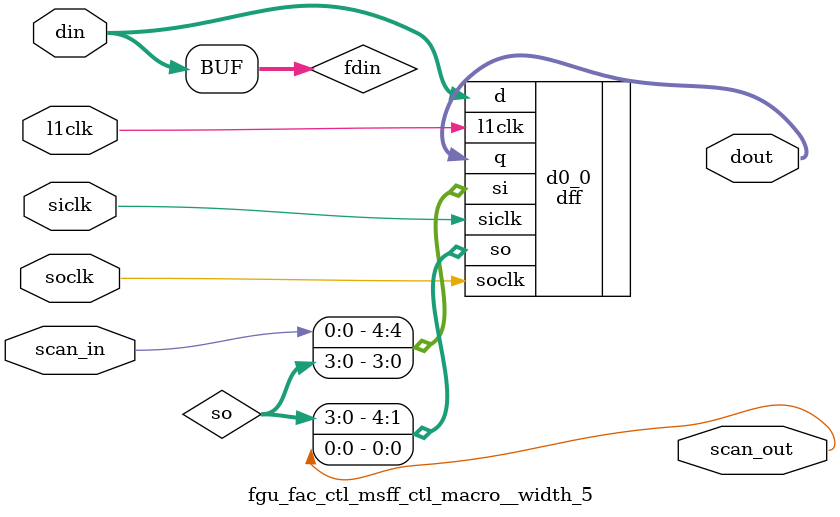
<source format=v>
module fgu_fac_ctl (
  dec_frf_r1_addr_d, 
  dec_frf_r1_vld_d, 
  dec_frf_r2_vld_d, 
  dec_frf_r1_32b_d, 
  dec_frf_r2_32b_d, 
  dec_frf_r1_odd32b_d, 
  dec_frf_r2_odd32b_d, 
  dec_frf_w_vld_d, 
  dec_frf_w_addr_d, 
  dec_frf_w_32b_d, 
  dec_frf_w_odd32b_d, 
  dec_fgu_valid_e, 
  dec_exu_src_vld_d, 
  dec_irf_w_addr_d, 
  dec_spu_grant_d, 
  dec_frf_store_d, 
  dec_fsr_store_d, 
  dec_flush_f1, 
  dec_flush_f2, 
  dec_fgu_op3_d, 
  dec_fgu_opf_d, 
  dec_fgu_decode_d, 
  dec_fgu_tid_d, 
  fgu_cmp_fcc_tid_fx2, 
  fgu_fld_fcc_vld_fx3, 
  fgu_fprs_fef, 
  fgu_divide_completion, 
  tlu_flush_fgu_b, 
  tlu_ceter_pscce, 
  tlu_cerer_frf, 
  spc_core_running_status, 
  fgu_fpx_trap_tid_fw, 
  fgu_fpd_trap_tid_fw, 
  fpc_pre_div_flush_fx2, 
  fpc_div_default_res_fx2, 
  fpc_fsr_w1_vld_fx5, 
  fpc_fcc_vld_fx5, 
  fpc_fpx_unfin_fb, 
  fpc_fpd_unfin_fb, 
  fpc_stfsr_en_fx3to5, 
  fac_tlu_flush_fx3, 
  fac_dec_valid_fx1, 
  fac_fpx_itype_fx1, 
  fac_fpx_dtype_fx1, 
  fac_fpx_stype_fx1, 
  fac_fpx_sign_instr_fx1, 
  fac_fpx_rnd_trunc_fx1, 
  fac_fpx_mulscc_fx1, 
  fac_fpx_saverestore_fx1, 
  fac_fpx_nv_vld_fx1, 
  fac_fpx_of_vld_fx1, 
  fac_fpx_uf_vld_fx1, 
  fac_fpx_dz_vld_fx1, 
  fac_fpx_nx_vld_fx1, 
  fac_fpx_unfin_vld_fx1, 
  fac_fpx_sp_dest_fx1, 
  fac_fpx_sp_src_fx1, 
  fac_fgx_instr_fx4, 
  fac_w1_vld_fx1, 
  fac_w1_odd32b_fx1, 
  fac_gsr_w_vld_fx2, 
  fac_dec_valid_noflush_fx5, 
  fgd_gsr_asr_mask_fx4_b31, 
  fac_fgx_mvcond_fx2, 
  fac_fgx_mvucond_fx2, 
  fac_fgx_abs_fx2, 
  fac_fgx_neg_fx2, 
  fac_fgx_logical_fx2, 
  fac_fgx_expand_fx2, 
  fac_fgx_merge_fx2, 
  fac_fgx_align_fx2, 
  fac_fgx_shuffle_fx2, 
  fac_fgx_pack16_fx2, 
  fac_fgx_pack32_fx2, 
  fac_fgx_packfix_fx2, 
  fac_fgx_pdist_fx1, 
  fac_fgx_popc_fx2, 
  fac_fgx_siam_fx2, 
  fac_fgx_pack_sel_fx2, 
  fac_opf_fx2, 
  fac_gsr_asr_tid_fx2, 
  fac_tid_fx2, 
  fac_rng_fprs, 
  fac_rng_rd_fprs_4f, 
  fac_rng_wr_gsr_3f, 
  fac_rng_rd_gsr_4f, 
  fac_rng_rd_ecc_4f, 
  fac_rng_rd_or_wr_3f, 
  fad_w1_tid_fw, 
  fad_w1_vld_fw, 
  fad_w2_addr_fw1_b4, 
  fad_w2_tid_fw1, 
  fad_w2_vld_fw1, 
  fac_frf_r1_addr_e, 
  fac_tid_e, 
  fac_aman_fmt_sel_e, 
  fac_bman_fmt_sel_e, 
  fac_fst_fmt_sel_fx1, 
  fac_w1_addr_fb, 
  fac_fpd_addr_fb, 
  fac_w1_32b_fb, 
  fac_fpd_32b_fb, 
  fac_w1_odd32b_fb, 
  fac_fpd_odd32b_fb, 
  fac_w1_tid_fb, 
  fac_fpd_tid_fb, 
  fac_fsr_store_fx2, 
  fac_exu_src_e, 
  fac_fsr0_sel_fw, 
  fac_fsr1_sel_fw, 
  fac_fsr2_sel_fw, 
  fac_fsr3_sel_fw, 
  fac_fsr4_sel_fw, 
  fac_fsr5_sel_fw, 
  fac_fsr6_sel_fw, 
  fac_fsr7_sel_fw, 
  fac_pre_fcc_vld_fx2, 
  fac_fcmpe_fx1, 
  fac_rs2_rotate_sel_e, 
  fac_i2f_sel_e, 
  fac_force_swap_blta_fx1, 
  fac_force_noswap_blta_fx1, 
  fac_xr_mode_fx1, 
  fac_rs1_sel_fx1, 
  fac_rs2_sel_fx1, 
  fac_8x16_rnd_fx3, 
  fac_scff_sel_fx3, 
  fac_accum_sel_fx3, 
  fac_result_sel_fx4, 
  fac_ma_result_en_fx4, 
  fdc_finish_int_early, 
  fdc_finish_fltd_early, 
  fdc_finish_flts_early, 
  fac_div_flush_fx3, 
  fac_div_valid_fx1, 
  fac_divq_valid_fx1, 
  fac_div_control_fx1, 
  fac_aexp_fmt_sel_e, 
  fac_bexp_fmt_sel_e, 
  fac_aux_cin_fx1, 
  lsu_fgu_fld_vld_w, 
  lsu_fgu_fld_b, 
  lsu_fgu_fld_tid_b, 
  lsu_fgu_fld_32b_b, 
  lsu_fgu_fsr_load_b, 
  lsu_fgu_pmen, 
  lsu_asi_clken, 
  exu_fgu_gsr_vld_m, 
  exu_fgu_flush_m, 
  fgu_result_tid_fx5, 
  fgu_irf_w_addr_fx5, 
  fgu_exu_cc_vld_fx5, 
  fgu_exu_w_vld_fx5, 
  fec_cecc_fx2, 
  fec_uecc_fx2, 
  fac_r1_vld_fx1, 
  fac_r2_vld_fx1, 
  fac_ecc_trap_en_fx1, 
  fac_tid_d, 
  fac_frf_r1_addr_d, 
  fac_frf_r1_vld_d, 
  spu_fgu_fpy_ctl_d, 
  main_clken, 
  main_clken0, 
  mul_clken, 
  div_clken, 
  vis_clken, 
  asi_clken, 
  coreon_clken, 
  l2clk, 
  scan_in, 
  spc_aclk_wmr, 
  wmr_scan_in, 
  tcu_pce_ov, 
  spc_aclk, 
  spc_bclk, 
  tcu_scan_en, 
  mbi_frf_read_en, 
  mbi_addr, 
  mbi_run, 
  in_rngl_cdbus, 
  fac_mbist_addr_1f, 
  fgu_rngl_cdbus_b64, 
  fgu_rngl_cdbus_b63, 
  scan_out, 
  wmr_scan_out);
wire pce_ov;
wire stop;
wire siclk;
wire soclk;
wire se;
wire l1clk;
wire l1clk_pm2;
wire main_clken_local;
wire l1clk_pm1;
wire spares_scanin;
wire spares_scanout;
wire fgu_pmen_e;
wire mbist_run_1f;
wire [7:0] core_running_status_1f;
wire fgu_decode_e;
wire spu_grant_e;
wire frf_store_fx1;
wire frf_store_fx2;
wire fsr_store_fx1;
wire fpc_stfsr_en_fb;
wire fpc_stfsr_en_fw;
wire fgu_fld_fx3;
wire fgu_fld_fx4;
wire fgu_fld_fx5;
wire fgu_fld_fb;
wire fgu_decode_fx1;
wire gsr_w_vld_fx2;
wire gsr_w_vld_fx3;
wire gsr_w_vld_fx4;
wire rng_rd_or_wr_1f;
wire rng_rd_or_wr_2f;
wire rng_rd_or_wr_4f;
wire rng_rd_or_wr_5f;
wire dec_valid_fx2;
wire dec_valid_fx3;
wire dec_valid_noflush_fx4;
wire dec_valid_noflush_fb;
wire dec_valid_noflush_fw;
wire dec_valid_noflush_fw1;
wire dec_valid_noflush_fw2;
wire spu_grant_fx1;
wire spu_grant_fx2;
wire spu_grant_fx3;
wire spu_grant_fx4;
wire spu_grant_fx5;
wire div_engine_busy_fx1;
wire div_engine_busy_fx2;
wire divq_occupied_fx1;
wire div_finish_fb;
wire div_finish_fw;
wire div_finish_fw1;
wire div_finish_fw2;
wire div_finish_fw3;
wire fpx_itype_mul_e;
wire itype_mul_fx1;
wire itype_mul_fx2;
wire itype_mul_fx3;
wire dec_valid_imul_noflush_fx4;
wire dec_valid_imul_noflush_fx5;
wire dec_valid_imul_noflush_fb;
wire dec_valid_imul_noflush_fw;
wire dec_valid_imul_noflush_fw1;
wire dec_valid_imul_noflush_fw2;
wire fpx_itype_div_e;
wire fgx_instr_e;
wire fgx_instr_fx1;
wire fgx_instr_fx2;
wire fgx_instr_fx3;
wire fgx_instr_fx5;
wire fgx_instr_fb;
wire fgx_instr_fw;
wire fgx_instr_fw1;
wire fgx_instr_fw2;
wire global_asi_clken;
wire rng_rd_ecc_2f;
wire [2:0] rng_wr_tid_2f;
wire [7:0] rng_data_2f_b7_0;
wire mbist_frf_read_en_1f;
wire e_00_scanin;
wire e_00_scanout;
wire e_01_scanin;
wire e_01_scanout;
wire [5:0] op3_e;
wire [7:0] opf_e;
wire r1_vld_e;
wire r2_vld_e;
wire r1_32b_e;
wire r2_32b_e;
wire r1_odd32b_e;
wire r2_odd32b_e;
wire frf_store_e;
wire fsr_store_e;
wire [4:0] irf_w_addr_e;
wire [6:0] spu_fpy_ctl_e;
wire e_02_scanin;
wire e_02_scanout;
wire w1_vld_e;
wire [4:0] w1_addr_e;
wire w1_32b_e;
wire w1_odd32b_e;
wire exu_w_vld_e;
wire e_03_scanin;
wire e_03_scanout;
wire [24:5] i;
wire [4:0] aman_fmt_sel_e;
wire [3:0] bman_fmt_sel_e;
wire [9:0] aexp_fmt_sel_e;
wire [7:0] bexp_fmt_sel_e;
wire [2:0] fpx_itype_e;
wire [2:0] fpx_dtype_e;
wire [1:0] fpx_stype_e;
wire fpx_sign_instr_e;
wire fpx_rnd_trunc_e;
wire fpx_mulscc_e;
wire fpx_saverestore_e;
wire fpx_int_cc_vld_e;
wire fpx_fmul8x16_e;
wire fpx_fmul8x16au_e;
wire fpx_fmul8x16al_e;
wire fpx_fmul8sux16_e;
wire fpx_fmul8ulx16_e;
wire fpx_fmuld8sux16_e;
wire fpx_fmuld8ulx16_e;
wire fpx_nv_vld_e;
wire fpx_of_vld_e;
wire fpx_uf_vld_e;
wire fpx_dz_vld_e;
wire fpx_nx_vld_e;
wire fpx_unfin_vld_e;
wire fgx_mvcond_e;
wire fgx_mvucond_e;
wire fgx_abs_e;
wire fgx_neg_e;
wire fgx_logical_e;
wire fgx_expand_e;
wire fgx_merge_e;
wire fgx_align_e;
wire fgx_shuffle_e;
wire fgx_pack16_e;
wire fgx_pack32_e;
wire fgx_packfix_e;
wire fgx_pdist_e;
wire fgx_popc_e;
wire fgx_siam_e;
wire q_fgx_pdist_e;
wire [3:0] fst_fmt_sel_e;
wire [4:1] q_aman_fmt_sel_e;
wire [3:0] q_bman_fmt_sel_e;
wire [8:1] q_aexp_fmt_sel_e;
wire [3:1] q_bexp_fmt_sel_e;
wire fpx_sp_dest_e;
wire [1:0] q_w1_vld_e;
wire [1:0] cc_target_e;
wire [3:0] pre_fcc_vld_e;
wire [2:0] i_fsr_w2_vld_fb;
wire div_finish_fltd_fb;
wire div_finish_flts_fb;
wire fsr_w1_qvld_fb;
wire [1:0] fsr_w1_vld_fb;
wire pre_fcc_vld_fb;
wire [3:0] fcc_vld_fb;
wire fsr_w2_qvld_fb;
wire [5:0] fsr0_sel_fb;
wire [5:0] fsr1_sel_fb;
wire [5:0] fsr2_sel_fb;
wire [5:0] fsr3_sel_fb;
wire [5:0] fsr4_sel_fb;
wire [5:0] fsr5_sel_fb;
wire [5:0] fsr6_sel_fb;
wire [5:0] fsr7_sel_fb;
wire [1:0] q_r1_vld_e;
wire [1:0] q_r2_vld_e;
wire force_swap_blta_e;
wire force_noswap_blta_e;
wire xr_mode_e;
wire [4:0] rs1_sel_e;
wire [3:0] rs2_sel_e;
wire [1:0] rnd_8x16_e;
wire [5:0] result_sel_e;
wire div_valid_e;
wire pre_div_flush_fx3;
wire div_dec_issue_fx3;
wire divq_valid_e;
wire div_engine_busy_e;
wire div_finish_early;
wire div_dec_issue_e;
wire div_divq_issue_e;
wire div_divq_load_e;
wire div_hold_e;
wire divq_occupied_e;
wire [2:0] div_tid_in_e;
wire [2:0] divq_tid_fx1;
wire [2:0] div_tid_fx1;
wire [4:0] div_irf_addr_in_e;
wire [4:0] divq_irf_addr_fx1;
wire [4:0] div_irf_addr_fx1;
wire div_cc_vld_in_e;
wire divq_cc_vld_fx1;
wire div_cc_vld_fx1;
wire div_odd32b_in_e;
wire divq_odd32b_fx1;
wire div_odd32b_fx1;
wire div_32b_in_e;
wire divq_32b_fx1;
wire div_32b_fx1;
wire [4:0] div_frf_addr_in_e;
wire [4:0] divq_frf_addr_fx1;
wire [4:0] div_frf_addr_fx1;
wire [2:0] divq_tid_in_e;
wire [4:0] divq_irf_addr_in_e;
wire divq_cc_vld_in_e;
wire divq_odd32b_in_e;
wire divq_32b_in_e;
wire [4:0] divq_frf_addr_in_e;
wire [4:0] div_control_e;
wire fx1_00_scanin;
wire fx1_00_scanout;
wire [4:1] opf_fx1;
wire fpx_int_cc_vld_fx1;
wire fgx_mvcond_fx1;
wire fgx_mvucond_fx1;
wire fgx_abs_fx1;
wire fgx_neg_fx1;
wire fgx_logical_fx1;
wire fgx_expand_fx1;
wire fgx_merge_fx1;
wire fgx_align_fx1;
wire fgx_shuffle_fx1;
wire fgx_pack16_fx1;
wire fgx_pack32_fx1;
wire fgx_packfix_fx1;
wire fgx_popc_fx1;
wire i_fgx_siam_fx1;
wire [1:0] rnd_8x16_fx1;
wire [5:0] result_sel_fx1;
wire i_exu_w_vld_fx1;
wire [4:0] irf_w_addr_fx1;
wire div_dec_issue_fx1;
wire div_divq_issue_fx1;
wire [5:0] spu_fpy_ctl_fx1;
wire fx1_01_scanin;
wire fx1_01_scanout;
wire [4:0] w1_addr_fx1;
wire w1_32b_fx1;
wire [2:0] tid_fx1;
wire [1:0] q_w1_vld_fx1;
wire cerer_frf_fx1;
wire [7:0] ceter_pscce_fx1;
wire fx1_02_scanin;
wire fx1_02_scanout;
wire [3:0] pre_fcc_vld_fx1;
wire fgx_pack_sel_fx1;
wire fgx_moves_fx1;
wire fgx_siam_fx1;
wire exu_w_vld_fx1;
wire q_div_default_res_fx3;
wire div_default_res_fx3;
wire dec_flush_fx3;
wire [7:0] divide_completion_fx1;
wire [2:0] tid_fx3;
wire fx2_00_scanin;
wire fx2_00_scanout;
wire [4:0] w1_addr_fx2;
wire w1_32b_fx2;
wire w1_odd32b_fx2;
wire [2:0] tid_fx2;
wire i_exu_w_vld_fx2;
wire [4:0] irf_w_addr_fx2;
wire fx2_01_scanin;
wire fx2_01_scanout;
wire [1:0] rnd_8x16_fx2;
wire [5:0] result_sel_fx2;
wire fpx_int_cc_vld_fx2;
wire dec_flush_fx2;
wire [3:0] i_pre_fcc_vld_fx2;
wire div_dec_issue_fx2;
wire div_divq_issue_fx2;
wire [2:0] itype_fx2;
wire [5:0] spu_fpy_ctl_fx2;
wire rs2_sel_fx2_b2;
wire fx2_02_scanin;
wire fx2_02_scanout;
wire exu_flush_fx2;
wire [2:0] rng_wr_tid_3f;
wire dec_valid_noflush_fx2;
wire exu_w_vld_fx2;
wire pre_fcc_vld_fx2;
wire [1:0] i_fld_fcc_vld_fx2;
wire [3:0] scff_sel_fx2;
wire [6:0] accum_sel_fx2;
wire fx3_00_scanin;
wire fx3_00_scanout;
wire [4:0] w1_addr_fx3;
wire w1_32b_fx3;
wire w1_odd32b_fx3;
wire [5:0] result_sel_fx3;
wire i_exu_w_vld_fx3;
wire [4:0] irf_w_addr_fx3;
wire fpx_int_cc_vld_fx3;
wire i_pre_div_flush_fx3;
wire [2:0] itype_fx3;
wire [5:5] spu_fpy_ctl_fx3;
wire i_pre_fcc_vld_fx3;
wire i_dec_valid_noflush_fx3;
wire fx3_01_scanin;
wire fx3_01_scanout;
wire pre_fcc_vld_fx3;
wire dec_valid_noflush_fx3;
wire dec_valid_imul_noflush_fx3;
wire exu_w_vld_fx3;
wire fx4_00_scanin;
wire fx4_00_scanout;
wire [4:0] w1_addr_fx4;
wire w1_32b_fx4;
wire w1_odd32b_fx4;
wire [2:0] tid_fx4;
wire exu_w_vld_fx4;
wire [4:0] i_irf_w_addr_fx4;
wire i_int_cc_vld_fx4;
wire [5:5] spu_fpy_ctl_fx4;
wire pre_fcc_vld_fx4;
wire [2:0] irf_result_tid_fx4;
wire [4:0] irf_w_addr_fx4;
wire exu_cc_vld_fx4;
wire fx5_00_scanin;
wire fx5_00_scanout;
wire [4:0] w1_addr_fx5;
wire w1_32b_fx5;
wire w1_odd32b_fx5;
wire [2:0] tid_fx5;
wire i_exu_w_vld_fx5;
wire irf_result_tid_fx5_b2;
wire exu_cc_vld_fx5;
wire pre_fcc_vld_fx5;
wire div_finish_int_fb;
wire fb_00_scanin;
wire fb_00_scanout;
wire fw_00_scanin;
wire fw_00_scanout;
wire w1_addr_fw_b4;
wire fw_01_scanin;
wire fw_01_scanout;
wire [3:0] i_fsr0_sel_fw;
wire [3:0] i_fsr1_sel_fw;
wire [3:0] i_fsr2_sel_fw;
wire [3:0] i_fsr3_sel_fw;
wire [3:0] i_fsr4_sel_fw;
wire [3:0] i_fsr5_sel_fw;
wire [3:0] i_fsr6_sel_fw;
wire [3:0] i_fsr7_sel_fw;
wire [2:0] lsu_fgu_fld_tid_fw;
wire [1:0] i_fsr_w2_vld_fw;
wire [1:0] fsr_w2_vld_fw;
wire fprs_frf_ctl_scanin;
wire fprs_frf_ctl_scanout;
wire [4:4] fprs_w1_addr;
wire [2:0] fprs_w1_tid;
wire [1:0] fprs_w1_vld;
wire [4:4] fprs_w2_addr;
wire [2:0] fprs_w2_tid;
wire [1:0] fprs_w2_vld;
wire [3:0] fprs_tid0_sel;
wire rng_wr_fprs_3f;
wire [2:0] din_fprs_tid0;
wire [2:0] fprs_tid0;
wire fprstid0_wmr_scanin;
wire fprstid0_wmr_scanout;
wire [2:2] fprs_tid0_;
wire [3:0] fprs_tid1_sel;
wire [2:0] din_fprs_tid1;
wire [2:0] fprs_tid1;
wire fprstid1_wmr_scanin;
wire fprstid1_wmr_scanout;
wire [2:2] fprs_tid1_;
wire [3:0] fprs_tid2_sel;
wire [2:0] din_fprs_tid2;
wire [2:0] fprs_tid2;
wire fprstid2_wmr_scanin;
wire fprstid2_wmr_scanout;
wire [2:2] fprs_tid2_;
wire [3:0] fprs_tid3_sel;
wire [2:0] din_fprs_tid3;
wire [2:0] fprs_tid3;
wire fprstid3_wmr_scanin;
wire fprstid3_wmr_scanout;
wire [2:2] fprs_tid3_;
wire [3:0] fprs_tid4_sel;
wire [2:0] din_fprs_tid4;
wire [2:0] fprs_tid4;
wire fprstid4_wmr_scanin;
wire fprstid4_wmr_scanout;
wire [2:2] fprs_tid4_;
wire [3:0] fprs_tid5_sel;
wire [2:0] din_fprs_tid5;
wire [2:0] fprs_tid5;
wire fprstid5_wmr_scanin;
wire fprstid5_wmr_scanout;
wire [2:2] fprs_tid5_;
wire [3:0] fprs_tid6_sel;
wire [2:0] din_fprs_tid6;
wire [2:0] fprs_tid6;
wire fprstid6_wmr_scanin;
wire fprstid6_wmr_scanout;
wire [2:2] fprs_tid6_;
wire [3:0] fprs_tid7_sel;
wire [2:0] din_fprs_tid7;
wire [2:0] fprs_tid7;
wire fprstid7_wmr_scanin;
wire fprstid7_wmr_scanout;
wire [2:2] fprs_tid7_;
wire [2:0] din_rng_fprs;
wire fprs_rng_scanin;
wire fprs_rng_scanout;
wire rng_stg1_scanin;
wire rng_stg1_scanout;
wire rng_ctl_1f;
wire rng_valid_1f;
wire [62:48] rng_data_1f;
wire [7:0] rng_data_1f_b7_0;
wire rng_rd_1f;
wire rng_wr_1f;
wire rng_rd_gsr_1f;
wire rng_wr_gsr_1f;
wire rng_rd_fprs_1f;
wire rng_wr_fprs_1f;
wire rng_rd_ecc_1f;
wire rng_stg2_scanin;
wire rng_stg2_scanout;
wire rng_wr_gsr_2f;
wire rng_rd_gsr_2f;
wire rng_rd_fprs_2f;
wire rng_wr_fprs_2f;
wire rng_6463_scanin;
wire rng_6463_scanout;
wire rng_ctl_2f;
wire rng_valid_2f;
wire rng_ctl_3f;
wire rng_cdbus_3f_b63;
wire rng_valid_3f;
wire rng_stg3_scanin;
wire rng_stg3_scanout;
wire rng_rd_gsr_3f;
wire rng_rd_fprs_3f;
wire rng_rd_ecc_3f;
wire rng_b64_default_sel;
wire rng_stg4_scanin;
wire rng_stg4_scanout;



// ----------------------------------------------------------------------------
// Interface with DEC
// ----------------------------------------------------------------------------

input    [4:0] dec_frf_r1_addr_d;
input          dec_frf_r1_vld_d;
input          dec_frf_r2_vld_d;
input          dec_frf_r1_32b_d;
input          dec_frf_r2_32b_d;
input          dec_frf_r1_odd32b_d;
input          dec_frf_r2_odd32b_d;

input          dec_frf_w_vld_d;
input    [4:0] dec_frf_w_addr_d;
input          dec_frf_w_32b_d;
input          dec_frf_w_odd32b_d;

input          dec_fgu_valid_e;
input          dec_exu_src_vld_d;
input    [4:0] dec_irf_w_addr_d;

input          dec_spu_grant_d;
input          dec_frf_store_d;
input          dec_fsr_store_d;

input          dec_flush_f1;           // flush fx2 (xmit in fx1/m)
input          dec_flush_f2;           // flush fx3 (xmit in fx2/b)

input    [5:0] dec_fgu_op3_d;
input    [7:0] dec_fgu_opf_d;
input          dec_fgu_decode_d;       // FGU instr issue valid (d stage)
input    [2:0] dec_fgu_tid_d;

output   [2:0] fgu_cmp_fcc_tid_fx2;    // fcmp  fcc data TID
output   [1:0] fgu_fld_fcc_vld_fx3;    // ldfsr fcc data valid {fcc3, fcc2, fcc1}, fcc0
output   [7:0] fgu_fprs_fef;           // FPRS.fef for each TID

output   [7:0] fgu_divide_completion;  // FPD completion/TID

// ----------------------------------------------------------------------------
// Interface with TLU
// ----------------------------------------------------------------------------

input          tlu_flush_fgu_b;        // flush fx3, non-load (xmit in fx2/b)
input    [7:0] tlu_ceter_pscce;        // core error trap enable reg precise enable
input          tlu_cerer_frf;          // FRF ecc error trap enable
input    [7:0] spc_core_running_status; // thread active

output   [2:0] fgu_fpx_trap_tid_fw;
output   [2:0] fgu_fpd_trap_tid_fw;

// ----------------------------------------------------------------------------
// Interface with FPC
// ----------------------------------------------------------------------------

input          fpc_pre_div_flush_fx2;
input          fpc_div_default_res_fx2; // fdiv/fsqrt default result
input    [1:0] fpc_fsr_w1_vld_fx5;     // FSR w1 write valid
input    [3:0] fpc_fcc_vld_fx5;
input          fpc_fpx_unfin_fb;
input          fpc_fpd_unfin_fb;
input          fpc_stfsr_en_fx3to5;    // store FSR clears ftt

output         fac_tlu_flush_fx3;
output         fac_dec_valid_fx1;
output   [2:0] fac_fpx_itype_fx1;      // instr type:
                                       // add=000, fpfp=001, fpint=010, intfp=011, cmp=100, mul=101, div=110, sqrt=111
output   [2:0] fac_fpx_dtype_fx1;      // destination type:
                                       // sp=000, dp=001, 16bit=010, 32bit=011, 64bit=100
output   [1:0] fac_fpx_stype_fx1;      // source type (for conversions & FsMULd/FMULd):
                                       // sp=00, dp=01, 32bit=10, 64bit=11
output         fac_fpx_sign_instr_fx1; // sign of the instr (1 if: FSUB(s,d),
                                       // FPSUB{16,32}{s})
output         fac_fpx_rnd_trunc_fx1;  // force rnd mode to truncate
                                       // (1 if: F(s,d)TOi, F(s,d)TOx,
                                       // FPADD{16,32}{s}, FPSUB{16,32}{s},
                                       // IMUL, IDIV, MULScc, 8x16 mul, SAVE, RESTORE
output         fac_fpx_mulscc_fx1;     // MULScc
output         fac_fpx_saverestore_fx1;// SAVE or RESTORE
output         fac_fpx_nv_vld_fx1;     // set if instr updates invalid exception flag
output         fac_fpx_of_vld_fx1;     // set if instr updates overflow exception flag
output         fac_fpx_uf_vld_fx1;     // set if instr updates underflow exception flag
output         fac_fpx_dz_vld_fx1;     // set if instr updates divide by zero exception flag
output         fac_fpx_nx_vld_fx1;     // set if instr updates inexact exception flag
output         fac_fpx_unfin_vld_fx1;  // set if instr can generate unfinished_FPop

output         fac_fpx_sp_dest_fx1;    // sp destination
output         fac_fpx_sp_src_fx1;     // sp source
output         fac_fgx_instr_fx4;      // FGX instr decoded
output   [1:0] fac_w1_vld_fx1;
output         fac_w1_odd32b_fx1;
output   [1:0] fac_gsr_w_vld_fx2;
output         fac_dec_valid_noflush_fx5;

// ----------------------------------------------------------------------------
// Interface with FGD
// ----------------------------------------------------------------------------

input          fgd_gsr_asr_mask_fx4_b31;

output         fac_fgx_mvcond_fx2;     // FMOV (conditional upon cc or r)
output         fac_fgx_mvucond_fx2;    // FMOV (unconditional)
output         fac_fgx_abs_fx2;        // FABS
output         fac_fgx_neg_fx2;        // FNEG
output         fac_fgx_logical_fx2;    // logical instructions
output         fac_fgx_expand_fx2;     // FEXPAND
output         fac_fgx_merge_fx2;      // FPMERGE
output         fac_fgx_align_fx2;      // FALIGNDATA
output         fac_fgx_shuffle_fx2;    // BSHUFFLE
output         fac_fgx_pack16_fx2;     // FPACK16
output         fac_fgx_pack32_fx2;     // FPACK32
output         fac_fgx_packfix_fx2;    // FPACKFIX
output         fac_fgx_pdist_fx1;      // PDIST
output         fac_fgx_popc_fx2;       // POPC
output         fac_fgx_siam_fx2;       // SIAM

output         fac_fgx_pack_sel_fx2;   // FPACK16,FPACK32,FPACKFIX

output   [4:1] fac_opf_fx2;            // instr opf field
output   [2:0] fac_gsr_asr_tid_fx2;
output   [2:0] fac_tid_fx2;

output   [2:0] fac_rng_fprs;           // ASR FPRS read data
output         fac_rng_rd_fprs_4f;     // ASR FPRS read
output         fac_rng_wr_gsr_3f;      // ASR GSR  write valid
output         fac_rng_rd_gsr_4f;      // ASR GSR  read
output         fac_rng_rd_ecc_4f;      // ASI FRF ECC read
output         fac_rng_rd_or_wr_3f;    // ASR GSR/FPRS read or write decoded

// ----------------------------------------------------------------------------
// Interface with FAD
// ----------------------------------------------------------------------------

input    [2:0] fad_w1_tid_fw;          // FRF w1 write TID
input    [1:0] fad_w1_vld_fw;          // FRF w1 write valid (qualified)
input          fad_w2_addr_fw1_b4;     // FRF w2 write addr
input    [2:0] fad_w2_tid_fw1;         // FRF w2 write TID
input    [1:0] fad_w2_vld_fw1;         // FRF w2 write valid (qualified)

output   [4:0] fac_frf_r1_addr_e;
output   [2:0] fac_tid_e;
output   [4:0] fac_aman_fmt_sel_e;     // aop mantissa format mux select
output   [4:0] fac_bman_fmt_sel_e;     // bop mantissa format mux select
output   [3:0] fac_fst_fmt_sel_fx1;    // store format mux select

output   [4:0] fac_w1_addr_fb;         // FRF w1 write addr
output   [4:0] fac_fpd_addr_fb;        // FRF w2 write addr (div/sqrt)
output         fac_w1_32b_fb;          // FRF w1 is 32-bit dest
output         fac_fpd_32b_fb;         // FRF w2 is 32-bit dest (div/sqrt)
output         fac_w1_odd32b_fb;       // FRF w1 is odd 32-bit dest (32 LSBs)
output         fac_fpd_odd32b_fb;      // FRF w2 is odd 32-bit dest (32 LSBs) (div/sqrt)

output   [2:0] fac_w1_tid_fb;          // FRF w1 TID
output   [2:0] fac_fpd_tid_fb;         // FRF w2 TID (div/sqrt)

output         fac_fsr_store_fx2;

output         fac_exu_src_e;

output   [5:0] fac_fsr0_sel_fw;
output   [5:0] fac_fsr1_sel_fw;
output   [5:0] fac_fsr2_sel_fw;
output   [5:0] fac_fsr3_sel_fw;
output   [5:0] fac_fsr4_sel_fw;
output   [5:0] fac_fsr5_sel_fw;
output   [5:0] fac_fsr6_sel_fw;
output   [5:0] fac_fsr7_sel_fw;

// ----------------------------------------------------------------------------
// Interface with FPF
// ----------------------------------------------------------------------------

output   [3:0] fac_pre_fcc_vld_fx2;    // must clear fcc_vld if (nv & TEM)
output         fac_fcmpe_fx1;          // FCMPE, not FCMP
output   [4:0] fac_rs2_rotate_sel_e;   // 001=odd FiTO(s,d), 010=even FiTO(s,d), 100=FiTO(s,d)
output   [1:0] fac_i2f_sel_e;          // 01=F(i,x)TO(s,d), 10=~F(i,x)TO(s,d)
output         fac_force_swap_blta_fx1; // force the swap_blta condition
output         fac_force_noswap_blta_fx1; // force the ~swap_blta condition

// ----------------------------------------------------------------------------
// Interface with FPY
// ----------------------------------------------------------------------------

output	       fac_xr_mode_fx1;	       //  0  : Int or Float
			               //  1  : XOR mult

output   [4:0] fac_rs1_sel_fx1;	       // [0] : FMUL8SUx16 or FMULD8SUx16
				       // [1] : FMUL8x16   or FMUL8x16AU  or FMUL8x16AL
				       // [2] : FMUL8ULx16 or FMULD8ULx16
				       // [3] : MA Int / XOR   forward of last MA result
				       // [4] : MA Int / XOR unforwarded
				       // Def : 64 * 64 Multiply

output   [3:0] fac_rs2_sel_fx1;	       // [0] : FMUL8x16AU
				       // [1] : FMUL8x16AL
				       // [2] : all 8x16
				       // [3] : MA Int / XOR
				       // Def : 64 * 64 Multiply

output   [1:0] fac_8x16_rnd_fx3;       // [0] : FMUL8x16 or FMUL8x16AU or FMUL8x16AL or FMUL8SUx16
				       // [1] : FMUL8ULx16

output   [3:0] fac_scff_sel_fx3;       // [0] : Int, Float, MA Int
				       // [1] : all 8x16
				       // [2] : MA Int   * 2
				       // [3] : XOR mult
				       // Def : XOR mult * 2

output   [6:0] fac_accum_sel_fx3;      // [0] : Write ACCUM with result
				       // [1] : Add ACCUM to Mult product
				       // [2] : XOR Mult w/        ACCUM
				       // [3] : XOR Mult w/        ACCUM >> 64
				       // [4] : XOR Mult       w/o ACCUM
				       // [5] : XOR Mult       w/o ACCUM >> 64
				       // [6] : Int Mult w/ or w/o ACCUM
 				       // Def : Int Mult w/ or w/o ACCUM >> 64

output   [5:0] fac_result_sel_fx4;     // [0] : FMUL8x16   or FMUL8x16AU or FMUL8x16AL or FMUL8SUx16
				       // [1] : FMUL8ULx16
				       // [2] : FMULD8SUx16
				       // [3] : FMULD8ULx16
				       // [4] : XOR multiply w/ ACCUMUMATE
				       // [5] : Float
				       // Def : Integer, MA Integer w/ and w/o ACCUMULATE, XOR w/o ACCUMULATE

output	       fac_ma_result_en_fx4;   //  1  : Save last MA result in shadow flop

// ----------------------------------------------------------------------------
// Interface with FDC
// ----------------------------------------------------------------------------

input          fdc_finish_int_early;
input 	       fdc_finish_fltd_early;
input          fdc_finish_flts_early;
output         fac_div_flush_fx3;
output         fac_div_valid_fx1;
output         fac_divq_valid_fx1;
output   [4:0] fac_div_control_fx1;    // [4:0]  :
                                       //  0000  : Float Divide Single
                                       //  0010  : Float Divide Double
                                       //  0100  : Integer Unsigned - 32 bit
                                       //  0101  : Integer   Signed - 32 bit
                                       //  0110  : Integer Unsigned - 64 bit
                                       //  0111  : Integer   Signed - 64 bit
                                       //  1000  : Float SQRT   Single
                                       //  1010  : Float SQRT   Double

// ----------------------------------------------------------------------------
// Interface with FPE
// ----------------------------------------------------------------------------

output   [9:0] fac_aexp_fmt_sel_e;     // aop exponent format mux select
output   [7:0] fac_bexp_fmt_sel_e;     // bop exponent format mux select
output         fac_aux_cin_fx1;        // aux exp adder cin

// ----------------------------------------------------------------------------
// Interface with LSU
// ----------------------------------------------------------------------------

input          lsu_fgu_fld_vld_w;
input          lsu_fgu_fld_b;          // FRF load data (unqualified)
input    [2:0] lsu_fgu_fld_tid_b;
input          lsu_fgu_fld_32b_b;
input          lsu_fgu_fsr_load_b;
input          lsu_fgu_pmen;
input          lsu_asi_clken;

// ----------------------------------------------------------------------------
// Interface with EXU
// ----------------------------------------------------------------------------

input    [1:0] exu_fgu_gsr_vld_m;      // GSR data valid {align,mask}
input          exu_fgu_flush_m;        // EXU{1,0} src has bad ECC or exception, FGU must flush instr
output   [1:0] fgu_result_tid_fx5;
output   [4:0] fgu_irf_w_addr_fx5;
output         fgu_exu_cc_vld_fx5;
output   [1:0] fgu_exu_w_vld_fx5;

// ----------------------------------------------------------------------------
// Interface with FEC
// ----------------------------------------------------------------------------

input          fec_cecc_fx2;
input          fec_uecc_fx2;
output   [1:0] fac_r1_vld_fx1;         // FRF r1 read valid (unqualified)
output   [1:0] fac_r2_vld_fx1;         // FRF r2 read valid (unqualified)
output         fac_ecc_trap_en_fx1;

// ----------------------------------------------------------------------------
// Interface with FRF
// ----------------------------------------------------------------------------

output   [2:0] fac_tid_d;
output   [4:0] fac_frf_r1_addr_d;
output         fac_frf_r1_vld_d;

// ----------------------------------------------------------------------------
// Interface with SPU
// ----------------------------------------------------------------------------

input    [6:0] spu_fgu_fpy_ctl_d;      // Mult control

// ----------------------------------------------------------------------------
// Power Management Signals
// ----------------------------------------------------------------------------

output         main_clken;             // main clken: controls fad,fec,fpf,fpe,fac,fic,fpc
output         main_clken0;            // main clken: controls fad,fec,fpf,fpe,fac,fic,fpc
output         mul_clken;              // multiply clken: controls fpy
output         div_clken;              // divide clken: controls fdc,fdd
output         vis_clken;              // vis clken: controls fgd
output         asi_clken;              // asi clken: controls ASI ring stage flops in fgd
output         coreon_clken;           // coreon_clken: controls all "free running" flops in fac,fec,fpc,fad,fgd

// ----------------------------------------------------------------------------
// Global Signals
// ----------------------------------------------------------------------------

input          l2clk;                  // clock input
input	       scan_in;
input          spc_aclk_wmr;
input          wmr_scan_in;
input	       tcu_pce_ov;	       // scan signals
input	       spc_aclk;
input	       spc_bclk;
input          tcu_scan_en;
input          mbi_frf_read_en;        // MBIST
input    [7:0] mbi_addr;               // MBIST
input          mbi_run;                // MBIST
input   [64:0] in_rngl_cdbus;          // ASI local ring

output   [7:0] fac_mbist_addr_1f;      // MBIST
output         fgu_rngl_cdbus_b64;     // ASI local ring
output         fgu_rngl_cdbus_b63;     // ASI local ring
output 	       scan_out;
output         wmr_scan_out;

// scan renames
assign pce_ov = tcu_pce_ov;
assign stop   = 1'b0;
assign siclk  = spc_aclk;
assign soclk  = spc_bclk;
assign se     = tcu_scan_en;
// end scan


fgu_fac_ctl_l1clkhdr_ctl_macro clkgen_freerun (
  .l2clk(l2clk),
  .l1en (1'b1),
  .l1clk(l1clk),
  .pce_ov(pce_ov),
  .stop(stop),
  .se(se)
  );

fgu_fac_ctl_l1clkhdr_ctl_macro clkgen_coreon (
  .l2clk(l2clk),
  .l1en (coreon_clken),
  .l1clk(l1clk_pm2),
  .pce_ov(pce_ov),
  .stop(stop),
  .se(se)
  );

fgu_fac_ctl_l1clkhdr_ctl_macro clkgen_main (
  .l2clk(l2clk),
  .l1en (main_clken_local),
  .l1clk(l1clk_pm1),
  .pce_ov(pce_ov),
  .stop(stop),
  .se(se)
  );

fgu_fac_ctl_spare_ctl_macro__num_5 spares  (  // spares: 13 gates + 1 flop for each "num"
  .scan_in(spares_scanin),
  .scan_out(spares_scanout),
  .l1clk(l1clk),
  .siclk(siclk),
  .soclk(soclk)
  );


// ------------------------------------
// Power management
//   Wakeup conditions:
//   - DEC issues FGU instr (includes frf_store, fsr_store)
//   - DEC grants SPU access to FGU
//   - LSU presents frf_load or fsr_load data
//   - EXU presents bmask or alignaddress data
//   - ASI ring accesses FGU resource (FPRS, GSR, FRF ECC check bits)
//   - WARNING - wakeup for MBIST, Macro Test, other?
//   Remain active conditions:
//   - FGU instr active in any pipe stage
//   - SPU instr active in any pipe stage
//   - divide engine is busy (incl pre and post engine)
//   - ASI ring bypassing non-FGU ctl/data
//   Note: Generally, clks are allowed to remain active for 1 more cyc
//         than the min solution to ensure that any state which controls
//         the update of an architected facility is allowed to clear.
//         Otherwise, when clks are re-enabled, an extra write of the
//         architected facility may occur (but would write that same data).
// ------------------------------------

// coreon_clken: controls all "free running" flops in fac,fec,fpc,fad,fgd

assign  coreon_clken =

  ~fgu_pmen_e               |      // force clken=1 if FGU global power management isn't enabled
  mbist_run_1f              |      // MBIST
  (|core_running_status_1f[7:0]);  // any of the 8 threads are active

// 0in custom -fire ((mul_clken | div_clken | vis_clken) & ~main_clken) -message "Invalid FGU power management state"

// main clken: controls fad,fec,fpf,fpe,fac,fic,fpc

assign  main_clken =  // may be used to turn on fx1 flops

  ~fgu_pmen_e               |  // force clken=1 if FGU global power management isn't enabled

  mbist_run_1f              |  // MBIST

  fgu_decode_e              |  // includes frf_store, fsr_store, bmask, alignaddress
  spu_grant_e               |

  frf_store_fx1             |  // active 1 xtra cyc
  frf_store_fx2             |  // active 2nd xtra cyc to allow fgu_{u,c}ecc_fx2 to clear

  fsr_store_fx1             |
  fac_fsr_store_fx2         |
  fpc_stfsr_en_fx3to5       |  // store FSR clears ftt
  fpc_stfsr_en_fb           |  // allow FSR update
  fpc_stfsr_en_fw           |  // active 1 xtra cyc

  fgu_fld_fx3               |  // frf_load doesn't need to turn on bypass flops because the
                               //   instr in E needing the bypass will take care of that.
                               // fsr_load needs clks on the cyc following lsu_fgu_fsr_load_b
                               //   so the arch fsr is captured.
  fgu_fld_fx4               |  // allow FPRS update
  fgu_fld_fx5               |  // allow FPRS update
  fgu_fld_fb                |  // active 1 xtra cyc

  fgu_decode_fx1            |  // bmask or alignaddress
  gsr_w_vld_fx2             |  // exu_fgu_gsr_vld_m[1:0] needs fx3 and fx4 flop clks on so the
  gsr_w_vld_fx3             |  //   arch gsr (fx4 flop) is captured
  gsr_w_vld_fx4             |  // active 1 xtra cyc

  rng_rd_or_wr_1f           |  // ASI ring accesses FGU resource
  rng_rd_or_wr_2f           |
  fac_rng_rd_or_wr_3f       |  // FRF ECC check bits rd/wr occurs during 3f
  rng_rd_or_wr_4f           |
  rng_rd_or_wr_5f           |  // active 1 xtra cyc

  fac_dec_valid_fx1         |  // E stage is covered in this eq. by fgu_decode_e
  dec_valid_fx2             |
  dec_valid_fx3             |
  dec_valid_noflush_fx4     |
  fac_dec_valid_noflush_fx5 |
  dec_valid_noflush_fb      |
  dec_valid_noflush_fw      |  // allow FPRS update
  dec_valid_noflush_fw1     |  // allow FPRS update
  dec_valid_noflush_fw2     |  // active 1 xtra cyc

  spu_grant_fx1             |  // E stage is covered in this eq. by spu_grant_e
  spu_grant_fx2             |
  spu_grant_fx3             |
  spu_grant_fx4             |
  spu_grant_fx5             |  // active 1 xtra cyc

  div_engine_busy_fx1       |  // cyc prior to engine_busy are covered in this eq. by fgu_decode_e
  div_engine_busy_fx2       |  // ensure fdc internal engine_running_lth has 1 cyc to clear
  divq_occupied_fx1         |
  div_finish_fb             |
  div_finish_fw             |
  div_finish_fw1            |  // allow FPRS update
  div_finish_fw2            |  // allow FPRS update
  div_finish_fw3            ;  // active 1 xtra cyc

assign  main_clken0      = main_clken;
assign  main_clken_local = main_clken;

// multiply clken: controls fpy

assign  mul_clken =

  ~fgu_pmen_e               |  // force clken=1 if FGU global power management isn't enabled

  (fgu_decode_e              & fpx_itype_mul_e  ) |
  (fac_dec_valid_fx1         &     itype_mul_fx1) |
  (dec_valid_fx2             &     itype_mul_fx2) |
  (dec_valid_fx3             &     itype_mul_fx3) |
  dec_valid_imul_noflush_fx4 |
  dec_valid_imul_noflush_fx5 |
  dec_valid_imul_noflush_fb  |
  dec_valid_imul_noflush_fw  |  // allow FPRS update
  dec_valid_imul_noflush_fw1 |  // allow FPRS update
  dec_valid_imul_noflush_fw2 |  // active 1 xtra cyc

  spu_grant_e               |
  spu_grant_fx1             |
  spu_grant_fx2             |
  spu_grant_fx3             |
  spu_grant_fx4             |
  spu_grant_fx5             ;  // active 1 xtra cyc

// divide clken: controls fdc,fdd

assign  div_clken =

  ~fgu_pmen_e               |  // force clken=1 if FGU global power management isn't enabled

  (fgu_decode_e              &      fpx_itype_div_e              ) |
  div_engine_busy_fx1       |
  div_engine_busy_fx2       |  // ensure fdc internal engine_running_lth has 1 cyc to clear
  divq_occupied_fx1         |
  div_finish_fb             |
  div_finish_fw             |
  div_finish_fw1            |  // allow FPRS update
  div_finish_fw2            |  // allow FPRS update
  div_finish_fw3            ;  // active 1 xtra cyc

// vis clken: controls fgd

assign  vis_clken =

  ~fgu_pmen_e               |  // force clken=1 if FGU global power management isn't enabled

  fgu_decode_fx1            |  // bmask or alignaddress
  gsr_w_vld_fx2             |  // exu_fgu_gsr_vld_m[1:0] needs fx3 and fx4 flop clks on so the
  gsr_w_vld_fx3             |  //   arch gsr (fx4 flop) is captured
  gsr_w_vld_fx4             |  // active 1 xtra cyc

  rng_rd_or_wr_1f           |  // ASI ring accesses FGU resource
  rng_rd_or_wr_2f           |
  fac_rng_rd_or_wr_3f       |  // FRF ECC check bits rd/wr occurs during 3f
  rng_rd_or_wr_4f           |
  rng_rd_or_wr_5f           |  // active 1 xtra cyc

  (fgu_decode_e              &      fgx_instr_e                  ) |
  (fac_dec_valid_fx1         &      fgx_instr_fx1                ) |
  (dec_valid_fx2             &      fgx_instr_fx2                ) |
  (dec_valid_fx3             &      fgx_instr_fx3                ) |
  (dec_valid_noflush_fx4     &  fac_fgx_instr_fx4                ) |
  (fac_dec_valid_noflush_fx5 &      fgx_instr_fx5                ) |
  (dec_valid_noflush_fb      &      fgx_instr_fb                 ) |
  (dec_valid_noflush_fw      &      fgx_instr_fw                 ) |  // allow FPRS update
  (dec_valid_noflush_fw1     &      fgx_instr_fw1                ) |  // allow FPRS update
  (dec_valid_noflush_fw2     &      fgx_instr_fw2                ) ;  // active 1 xtra cyc


// ASI clken: controls ASI ring stage flops in fgd

assign  asi_clken = global_asi_clken;  // can be forced active via ASI_SPARC_PWR_MGMT.misc


// ----------------------------------------------------------------------------
//                               D stage
// ----------------------------------------------------------------------------

assign  fac_tid_d[2:0] =
  ({3{ mbist_run_1f                 }} & fac_mbist_addr_1f[7:5]) |  // MBIST
  ({3{~mbist_run_1f &  rng_rd_ecc_2f}} & rng_wr_tid_2f[2:0]    ) |  // ASI
  ({3{~mbist_run_1f & ~rng_rd_ecc_2f}} & dec_fgu_tid_d[2:0]    ) ;  // functional

assign  fac_frf_r1_addr_d[4:0] =
  ({5{ mbist_run_1f                 }} & fac_mbist_addr_1f[4:0]) |  // MBIST
  ({5{~mbist_run_1f &  rng_rd_ecc_2f}} & rng_data_2f_b7_0[7:3] ) |  // ASI
  ({5{~mbist_run_1f & ~rng_rd_ecc_2f}} & dec_frf_r1_addr_d[4:0]) ;  // functional

assign  fac_frf_r1_vld_d =
  (    mbist_run_1f                    & mbist_frf_read_en_1f  ) |  // MBIST
  (   ~mbist_run_1f &  rng_rd_ecc_2f                           ) |  // ASI
  (   ~mbist_run_1f & ~rng_rd_ecc_2f   & dec_frf_r1_vld_d      ) ;  // functional

// 0in custom -fire (rng_rd_ecc_2f & (dec_frf_r1_vld_d | dec_frf_r2_vld_d) & (dec_fgu_decode_d | dec_frf_store_d | (fgx_pdist_e & dec_fgu_valid_e))) -message "FRF_ECC ASI collision with FPop"


// ----------------------------------------------------------------------------
//                               E stage
// ----------------------------------------------------------------------------

fgu_fac_ctl_msff_ctl_macro__width_10 e_00  (
  .scan_in(e_00_scanin),
  .scan_out(e_00_scanout),
  .l1clk(l1clk),
  .din ({mbi_run,      spc_core_running_status[7:0],    lsu_fgu_pmen  }),  // requires free running clk
  .dout({mbist_run_1f,     core_running_status_1f[7:0],     fgu_pmen_e}),
  .siclk(siclk),
  .soclk(soclk)  // requires free running clk
  );

fgu_fac_ctl_msff_ctl_macro__width_37 e_01  (
  .scan_in(e_01_scanin),
  .scan_out(e_01_scanout),
  .l1clk(l1clk_pm2),
  .din ({dec_fgu_op3_d[5:0],      // requires free running clk or dec_fgu_decode_d en
         dec_fgu_opf_d[7:0],      // requires free running clk or dec_fgu_decode_d en
         dec_frf_r1_vld_d,        // requires free running clk or dec_fgu_decode_d en
         dec_frf_r2_vld_d,        // requires free running clk or dec_fgu_decode_d en
         dec_frf_r1_32b_d,        // requires free running clk or dec_fgu_decode_d en
         dec_frf_r2_32b_d,        // requires free running clk or dec_fgu_decode_d en
         dec_frf_r1_odd32b_d,     // requires free running clk or dec_fgu_decode_d en
         dec_frf_r2_odd32b_d,     // requires free running clk or dec_fgu_decode_d en
         dec_frf_store_d,         // requires free running clk or dec_fgu_decode_d en
         dec_fsr_store_d,         // requires free running clk or dec_fgu_decode_d en
         dec_irf_w_addr_d[4:0],   // requires free running clk or dec_fgu_decode_d en
         dec_spu_grant_d,         // requires free running clk or dec_fgu_decode_d en
         spu_fgu_fpy_ctl_d[6:0],  // requires free running clk or dec_fgu_decode_d en
         dec_fgu_decode_d,        // requires free running clk or dec_fgu_decode_d en
         lsu_asi_clken}),         // requires free running clk
  .dout({        op3_e[5:0],
                 opf_e[7:0],
                 r1_vld_e,
                 r2_vld_e,
                 r1_32b_e,
                 r2_32b_e,
                 r1_odd32b_e,
                 r2_odd32b_e,
             frf_store_e,
             fsr_store_e,
             irf_w_addr_e[4:0],
             spu_grant_e,
             spu_fpy_ctl_e[6:0],
                 fgu_decode_e,
         global_asi_clken}),
  .siclk(siclk),
  .soclk(soclk)
  );

fgu_fac_ctl_msff_ctl_macro__width_17 e_02  (
  .scan_in(e_02_scanin),
  .scan_out(e_02_scanout),
  .l1clk(l1clk_pm2),
  .din ({dec_frf_w_vld_d,        // requires free running clk or dec_fgu_decode_d en
         dec_frf_w_addr_d[4:0],  // requires free running clk or dec_fgu_decode_d en
         dec_frf_w_32b_d,        // requires free running clk or dec_fgu_decode_d en
         dec_frf_w_odd32b_d,     // requires free running clk or dec_fgu_decode_d en
         dec_fgu_tid_d[2:0],     // requires free running clk or dec_fgu_decode_d en
         dec_frf_r1_addr_d[4:0], // requires free running clk or dec_fgu_decode_d en
         dec_exu_src_vld_d}),    // requires free running clk or dec_fgu_decode_d en
  .dout({        w1_vld_e,
                 w1_addr_e[4:0],
                 w1_32b_e,
                 w1_odd32b_e,
         fac_tid_e[2:0],
         fac_frf_r1_addr_e[4:0],
             exu_w_vld_e}),
  .siclk(siclk),
  .soclk(soclk)
  );

fgu_fac_ctl_msff_ctl_macro__width_9 e_03  (
  .scan_in(e_03_scanin),
  .scan_out(e_03_scanout),
  .l1clk(l1clk_pm1),
  .din ({mbi_frf_read_en,      mbi_addr[7:0]         }),
  .dout({mbist_frf_read_en_1f, fac_mbist_addr_1f[7:0]}),
  .siclk(siclk),
  .soclk(soclk)
  );

assign i[24:19] = op3_e[5:0];
assign i[12:5] = opf_e[7:0];

// ------------------------------------
// Begin auto/program generated code
// ------------------------------------

assign aman_fmt_sel_e[4] = (!i[12]&!i[11]&!i[10]) | (i[22]) | (i[19]&!i[9]) | (
    i[20]) | (!i[23]);

assign aman_fmt_sel_e[3] = (!i[22]&i[20]&!i[11]&i[9]&!i[7]&!i[6]) | (i[23]&!i[22]
    &!i[12]&!i[11]&!i[10]&i[5]) | (!i[22]&i[19]&!i[9]&i[5]) | (!i[22]
    &i[20]&i[11]&i[10]&i[5]) | (!i[22]&i[20]&!i[8]&i[7]&!i[6]&i[5]) | (
    !i[22]&i[20]&i[11]&i[6]&i[5]) | (!i[22]&i[20]&!i[12]&!i[8]&!i[7]&i[5]);

assign aman_fmt_sel_e[2] = (!i[22]&i[19]&i[9]&i[5]) | (i[23]&!i[22]&!i[20]&!i[19]
    &!i[12]&i[11]&i[5]);

assign aman_fmt_sel_e[1] = (!i[22]&i[19]&i[9]&i[5]) | (i[23]&!i[22]&!i[20]&!i[19]
    &!i[12]&i[11]&i[5]);

assign aman_fmt_sel_e[0] = (!i[22]&i[19]&i[9]&!i[5]) | (i[23]&!i[22]&!i[20]
    &!i[19]&!i[12]&i[11]&!i[5]);

// assign bman_fmt_sel_e[4] = (!i[6]&!i[5]) | (!i[12]&!i[11]&!i[10]) | (i[22]) | (
//     i[19]&!i[9]) | (i[20]) | (!i[23]);

assign bman_fmt_sel_e[3] = (!i[22]&i[20]&!i[8]&!i[7]&i[6]&i[5]) | (i[23]&!i[22]
    &i[12]&i[11]&!i[6]&!i[5]) | (!i[22]&i[20]&!i[8]&i[7]&!i[6]&i[5]) | (
    !i[22]&i[20]&!i[11]&i[9]&i[8]&!i[7]&!i[6]) | (i[23]&!i[22]&!i[12]
    &!i[11]&!i[10]&i[5]) | (!i[22]&i[19]&!i[9]&i[5]) | (!i[22]&i[20]
    &i[11]&i[5]);

assign bman_fmt_sel_e[2] = (!i[22]&i[19]&i[9]&i[5]) | (i[23]&!i[22]&!i[20]&!i[19]
    &i[12]&i[5]) | (i[23]&!i[22]&!i[20]&i[10]&!i[7]&i[5]) | (i[23]&!i[22]
    &!i[20]&!i[19]&i[11]&i[5]);

assign bman_fmt_sel_e[1] = (!i[22]&i[19]&i[9]&i[5]) | (i[23]&!i[22]&!i[20]&!i[19]
    &i[12]&i[5]) | (i[23]&!i[22]&!i[20]&i[10]&!i[7]&i[5]) | (i[23]&!i[22]
    &!i[20]&!i[19]&i[11]&i[5]);

assign bman_fmt_sel_e[0] = (!i[22]&i[19]&i[9]&!i[5]) | (i[23]&!i[22]&!i[20]
    &i[10]&!i[7]&!i[5]) | (i[23]&!i[22]&!i[19]&i[12]&i[6]) | (i[23]&!i[22]
    &!i[20]&!i[19]&i[11]&i[6]);

assign aexp_fmt_sel_e[6] = (!i[6]);

assign aexp_fmt_sel_e[5] = (!i[11]&i[6]);

assign aexp_fmt_sel_e[4] = (!i[11]&i[5]);

assign aexp_fmt_sel_e[3] = (!i[12]);

assign aexp_fmt_sel_e[2] = (!i[12]&i[5]);

assign aexp_fmt_sel_e[1] = (!i[12]&i[5]);

assign aexp_fmt_sel_e[0] = (i[12]&i[7]&i[6]) | (i[12]&i[8]&i[5]) | (i[22]) | (
    i[19]&!i[9]) | (i[20]) | (!i[12]&!i[11]) | (!i[23]);

assign bexp_fmt_sel_e[2] = (i[5]);

assign bexp_fmt_sel_e[1] = (i[5]);

assign bexp_fmt_sel_e[0] = (!i[6]&!i[5]) | (!i[12]&!i[11]&!i[10]) | (i[22]) | (
    i[19]&!i[9]) | (i[20]) | (!i[23]);

assign fpx_itype_e[2] = (!i[22]&i[19]&i[9]) | (i[23]&i[20]&!i[11]&i[9]&!i[7]
    &!i[6]) | (i[23]&i[20]&!i[11]&i[9]&!i[8]) | (i[23]&!i[22]&!i[20]
    &!i[12]&i[11]&i[8]) | (!i[23]&i[19]) | (i[23]&!i[22]&!i[19]&!i[11]
    &i[10]&!i[9]) | (!i[24]);

assign fpx_itype_e[1] = (i[23]&!i[22]&!i[20]&!i[11]&i[10]&!i[7]) | (i[23]&!i[22]
    &i[12]&!i[6]&!i[5]) | (i[23]&!i[22]&!i[20]&!i[19]&i[12]&!i[8]&!i[7]) | (
    !i[23]&i[21]&i[19]) | (i[23]&!i[22]&!i[20]&i[8]&i[7]) | (!i[24]&i[21]);

assign fpx_itype_e[0] = (i[23]&!i[22]&!i[19]&i[12]&i[7]) | (!i[22]&i[20]&!i[11]
    &i[9]&!i[7]&!i[6]) | (i[23]&!i[22]&i[12]&!i[6]&!i[5]) | (!i[22]&i[20]
    &!i[11]&i[9]&!i[8]) | (i[23]&!i[22]&!i[20]&i[10]&!i[7]) | (i[23]
    &!i[22]&!i[20]&i[11]&i[8]&!i[7]) | (!i[21]);

assign fpx_dtype_e[2] = (!i[20]&!i[11]&!i[8]&!i[7]) | (!i[22]&i[10]&i[9]) | (
    !i[23]&!i[20]) | (i[22]&!i[20]) | (!i[21]);

assign fpx_dtype_e[1] = (i[23]&!i[22]&!i[19]&!i[10]&i[9]) | (i[22]&i[21]&i[20]) | (
    i[21]&i[20]&!i[9]);

assign fpx_dtype_e[0] = (!i[22]&i[20]&!i[9]&i[7]) | (i[23]&!i[22]&i[12]&i[11]
    &!i[7]) | (i[23]&!i[22]&!i[12]&!i[10]&i[6]) | (i[23]&!i[22]&!i[20]
    &i[8]&!i[5]) | (i[22]&i[21]&i[20]) | (i[23]&!i[22]&i[11]&i[10]);

assign fpx_stype_e[1] = (!i[6]&!i[5]);

assign fpx_stype_e[0] = (!i[11]&!i[5]) | (i[6]);

assign fpx_sign_instr_e = (i[23]&!i[22]&!i[19]&!i[12]&!i[10]&i[7]);

assign fpx_rnd_trunc_e = (i[12]&!i[8]&!i[7]) | (!i[12]&!i[11]&!i[10]) | (i[22]) | (
    i[19]) | (i[20]) | (!i[23]);

assign fpx_mulscc_e = (!i[23]&!i[22]);

assign fpx_saverestore_e = (i[23]&i[22]&!i[20]);

assign fpx_int_cc_vld_e = (!i[23]&!i[22]) | (!i[24]&i[23]);

assign fpx_fmul8x16_e = (!i[22]&i[20]&!i[11]&i[9]&!i[8]&!i[7]&!i[6]);

assign fpx_fmul8x16au_e = (!i[22]&i[20]&!i[11]&!i[8]&!i[7]&i[6]&i[5]);

assign fpx_fmul8x16al_e = (!i[22]&i[20]&!i[11]&i[9]&!i[8]&i[7]&!i[6]);

assign fpx_fmul8sux16_e = (!i[22]&i[20]&!i[11]&i[9]&!i[8]&!i[5]);

assign fpx_fmul8ulx16_e = (!i[22]&i[20]&!i[11]&i[7]&i[6]&i[5]);

assign fpx_fmuld8sux16_e = (!i[22]&i[20]&!i[11]&i[9]&!i[6]&!i[5]);

assign fpx_fmuld8ulx16_e = (!i[22]&i[20]&!i[11]&i[8]&!i[7]&!i[6]&i[5]);

assign fpx_nv_vld_e = (!i[22]&i[19]&i[9]) | (i[23]&!i[22]&!i[20]&i[10]&!i[7]) | (
    i[23]&!i[22]&!i[20]&!i[19]&i[11]&i[6]) | (i[23]&!i[22]&!i[20]&!i[19]
    &i[11]&i[5]) | (i[23]&!i[22]&!i[20]&!i[19]&i[12]&!i[8]&!i[7]);

assign fpx_of_vld_e = (i[23]&!i[22]&!i[20]&!i[19]&!i[12]&i[11]&!i[10]) | (i[23]
    &!i[22]&!i[20]&!i[19]&i[11]&!i[9]&i[6]);

assign fpx_uf_vld_e = (i[23]&!i[22]&!i[20]&!i[19]&!i[12]&i[11]&!i[10]) | (i[23]
    &!i[22]&!i[20]&!i[19]&i[11]&!i[9]&i[6]);

assign fpx_dz_vld_e = (i[23]&!i[22]&!i[20]&i[8]&i[7]);

assign fpx_nx_vld_e = (i[23]&!i[22]&i[12]&i[8]&i[5]) | (i[23]&!i[22]&!i[20]
    &i[10]&!i[7]) | (i[23]&!i[22]&!i[20]&!i[19]&i[12]&!i[11]) | (i[23]
    &!i[22]&!i[20]&!i[19]&i[11]&!i[8]) | (i[23]&!i[22]&!i[20]&!i[12]
    &i[11]&i[8]);

assign fpx_unfin_vld_e = (i[23]&!i[22]&!i[20]&i[10]&!i[7]) | (i[23]&!i[22]&!i[20]
    &!i[19]&i[11]&i[6]) | (i[23]&!i[22]&!i[20]&!i[19]&i[12]&!i[8]&!i[7]) | (
    i[23]&!i[22]&!i[20]&!i[19]&i[11]&i[5]);

assign fgx_mvcond_e = (!i[22]&i[19]&!i[9]);

assign fgx_mvucond_e = (i[23]&!i[22]&!i[19]&!i[12]&!i[11]&!i[10]&!i[8]&!i[7]);

assign fgx_abs_e = (i[23]&!i[22]&!i[12]&!i[11]&!i[10]&i[8]);

assign fgx_neg_e = (i[23]&!i[22]&!i[12]&!i[11]&!i[10]&i[7]);

assign fgx_logical_e = (!i[22]&i[20]&i[11]&i[10]);

assign fgx_expand_e = (!i[22]&i[20]&!i[10]&i[8]&!i[6]&i[5]);

assign fgx_merge_e = (!i[22]&i[20]&!i[10]&i[8]&i[6]);

assign fgx_align_e = (!i[22]&i[20]&!i[10]&i[8]&!i[7]&!i[5]);

assign fgx_shuffle_e = (!i[22]&i[20]&!i[10]&i[8]&i[7]&!i[5]);

assign fgx_pack16_e = (!i[22]&i[20]&!i[11]&i[8]&i[6]&i[5]);

assign fgx_pack32_e = (!i[22]&i[20]&!i[11]&i[9]&!i[7]&i[6]&!i[5]);

assign fgx_packfix_e = (!i[22]&i[20]&!i[11]&i[8]&i[7]&i[5]);

assign fgx_pdist_e = (!i[22]&i[20]&!i[11]&i[9]&i[8]&i[7]&!i[5]);

assign fgx_popc_e = (i[24]&i[22]&i[20]);

assign fgx_siam_e = (!i[22]&i[20]&i[12]);

assign fpx_itype_mul_e = (!i[22]&i[20]&!i[11]&i[9]&!i[7]&!i[6]) | (i[23]&!i[22]
    &!i[20]&!i[12]&i[11]&i[8]&!i[7]) | (!i[22]&i[20]&!i[11]&i[9]&!i[8]) | (
    !i[21]);

assign fpx_itype_div_e = (i[23]&!i[22]&!i[20]&!i[11]&i[10]&!i[7]) | (!i[23]
    &i[21]&i[19]) | (i[23]&!i[22]&!i[20]&i[8]&i[7]) | (!i[24]&i[21]);

assign fgx_instr_e = (i[24]&i[22]&i[20]) | (!i[22]&i[20]&i[9]&i[8]&i[7]) | (
    !i[22]&i[20]&i[9]&i[8]&i[6]) | (i[23]&!i[22]&!i[12]&!i[11]&!i[10]) | (
    !i[22]&i[20]&i[11]&i[10]) | (!i[22]&i[20]&!i[10]&!i[9]) | (!i[22]
    &i[19]&!i[9]);

// ------------------------------------
// End auto/program generated code
// ------------------------------------

// For single source (or no source) fgu ops that read frf
// ensure that unneeded frf read port isn't enabled by DEC
// Note:
// dec_spu_grant_d, dec_exu_src_vld_d have no frf source
// dec_frf_store_d, dec_fsr_store_d   have rs2 only
//
// rs1 only: FSRC1{s}, FNOT1{s}
// rs2 only: FABS(s,d), FiTO(s,d), FMOV(s,d), FMOV(s,d)cc, FMOV(s,d)r, FNEG(s,d), FSQRT(s,d), F(s,d)TOi,
//           F(s,d)TO(d,s), F(s,d)TOx, FxTO(s,d), FSRC2{s}, FNOT2{s}, FEXPAND, FPACK16, FPACKFIX, PDIST(beat2)
// no frf source: FZERO{s}, FONE{s}, SIAM
//
// 0in custom -fire ( dec_fgu_valid_e & r2_vld_e & ((fgx_logical_e & (opf_e[7:1]==7'b0111010)) | (fgx_logical_e & (opf_e[7:1]==7'b0110101)) )) -message "Invalid FRF rs2 read enable"
//
// 0in custom -fire ( dec_fgu_valid_e & r1_vld_e & (fgx_abs_e | fgx_neg_e | fgx_mvcond_e | fgx_mvucond_e | (fpx_itype_e[2:0]==3'b001) | (fpx_itype_e[2:0]==3'b010) | (fpx_itype_e[2:0]==3'b011) | (fpx_itype_e[2:0]==3'b111) | fgx_expand_e | fgx_pack16_e | fgx_packfix_e | (fgx_logical_e & (opf_e[7:1]==7'b0111100)) | (fgx_logical_e & (opf_e[7:1]==7'b0110011)) )) -message "Invalid FRF rs1 read enable"
//
// 0in custom -fire ($0in_delay(fac_fgx_pdist_fx1,1) & dec_valid_fx2 & $0in_delay(r1_vld_e,1)) -message "Invalid FRF rs1 read enable during PDIST 2nd beat"
//
// 0in custom -fire ( dec_fgu_valid_e & (r1_vld_e | r2_vld_e) & ( fgx_siam_e | (fgx_logical_e & (opf_e[7:1]==7'b0110000)) | (fgx_logical_e & (opf_e[7:1]==7'b0111111)) )) -message "Invalid FRF rs1 or rs2 read enable"
//
// 0in custom -fire (exu_w_vld_e & dec_fgu_valid_e & (r1_vld_e | r2_vld_e)) -message "Invalid FRF read enable during EXU op"
//
// 0in custom -fire (spu_grant_e & (r1_vld_e | r2_vld_e)) -message "Invalid FRF read enable during SPU op"

assign  fac_exu_src_e   = exu_w_vld_e & ~mbist_run_1f;

assign  q_fgx_pdist_e = fgx_pdist_e & fgu_decode_e;  // pdist 2nd beat has fgu_decode_e=1'b0

assign  fst_fmt_sel_e[0] = frf_store_e &  r2_odd32b_e & fgu_decode_e;  // pwr mgmt: aomux free zeros
assign  fst_fmt_sel_e[1] = frf_store_e & ~r2_odd32b_e & fgu_decode_e;  // pwr mgmt: aomux free zeros
assign  fst_fmt_sel_e[2] = fsr_store_e & ~r2_32b_e    & fgu_decode_e;  // pwr mgmt: aomux free zeros
assign  fst_fmt_sel_e[3] = fsr_store_e &  r2_32b_e    & fgu_decode_e;  // pwr mgmt: aomux free zeros

// odd address and store handling equations
// these equations use predecode signals to qualify the auto/program generated format selects

assign  q_aman_fmt_sel_e[1] = aman_fmt_sel_e[1] &  r1_odd32b_e;
assign  q_aman_fmt_sel_e[2] = aman_fmt_sel_e[2] & ~r1_odd32b_e;
assign  q_aman_fmt_sel_e[3] = aman_fmt_sel_e[3] &  r1_odd32b_e;
assign  q_aman_fmt_sel_e[4] = aman_fmt_sel_e[4] & ~r1_odd32b_e;

assign  q_bman_fmt_sel_e[0] =
   fgu_decode_e &  // pdist 2nd beat has fgu_decode_e=1'b0
   bman_fmt_sel_e[0];

assign  q_bman_fmt_sel_e[1] =
   fgu_decode_e &  // pdist 2nd beat has fgu_decode_e=1'b0
   bman_fmt_sel_e[1] &  r2_odd32b_e;

assign  q_bman_fmt_sel_e[2] =
   fgu_decode_e &  // pdist 2nd beat has fgu_decode_e=1'b0
   bman_fmt_sel_e[2] & ~r2_odd32b_e;

assign  q_bman_fmt_sel_e[3] =
   fgu_decode_e &  // pdist 2nd beat has fgu_decode_e=1'b0
   bman_fmt_sel_e[3] &  r2_odd32b_e;

assign  fac_aman_fmt_sel_e[4:0] = {q_aman_fmt_sel_e[4:1], aman_fmt_sel_e[0]};
assign  fac_bman_fmt_sel_e[3:0] =  q_bman_fmt_sel_e[3:0];
assign  fac_bman_fmt_sel_e[4]   = ~(|fac_bman_fmt_sel_e[3:0]);

assign  q_aexp_fmt_sel_e[1] = aexp_fmt_sel_e[1] & r1_odd32b_e;
assign  q_bexp_fmt_sel_e[1] = bexp_fmt_sel_e[1] & r2_odd32b_e;

assign    aexp_fmt_sel_e[7] = (fpx_itype_e[2:0] == 3'b001);        // FdTOs

assign  q_aexp_fmt_sel_e[8] =
  aexp_fmt_sel_e[1] & r1_odd32b_e & (opf_e[6:5] == 2'b11);         // FsMULd

assign    aexp_fmt_sel_e[9] =
  aexp_fmt_sel_e[2]               & (opf_e[6:5] == 2'b11);         // FsMULd

assign  fac_aexp_fmt_sel_e[9:0] = 
  {  aexp_fmt_sel_e[9],
   q_aexp_fmt_sel_e[8],
     aexp_fmt_sel_e[7:2],
   q_aexp_fmt_sel_e[1],
     aexp_fmt_sel_e[0]   };

assign  q_bexp_fmt_sel_e[3] =
  bexp_fmt_sel_e[1] & r2_odd32b_e & (fpx_itype_e[2:0] == 3'b110);  // FDIV

assign    bexp_fmt_sel_e[4] =
  bexp_fmt_sel_e[2]               & (fpx_itype_e[2:0] == 3'b110);  // FDIV

assign    bexp_fmt_sel_e[5] =       (fpx_itype_e[2:0] == 3'b110);  // FDIV

assign    bexp_fmt_sel_e[6] =
  bexp_fmt_sel_e[1] & r2_odd32b_e & (opf_e[6:5] == 2'b11);         // FsMULd

assign    bexp_fmt_sel_e[7] =
  bexp_fmt_sel_e[2]               & (opf_e[6:5] == 2'b11);         // FsMULd

assign  fac_bexp_fmt_sel_e[7:0] = 
  {  bexp_fmt_sel_e[7:4],
   q_bexp_fmt_sel_e[3],
     bexp_fmt_sel_e[2],
   q_bexp_fmt_sel_e[1],
     bexp_fmt_sel_e[0]   };

assign  fpx_sp_dest_e =
  (fpx_dtype_e[2:0] == 3'b000) |  // sp
  (fpx_dtype_e[2:0] == 3'b011) ;  // 32-bit

assign  q_w1_vld_e[0] = w1_vld_e & (~w1_32b_e | (w1_32b_e &  w1_odd32b_e));
assign  q_w1_vld_e[1] = w1_vld_e & (~w1_32b_e | (w1_32b_e & ~w1_odd32b_e));

// for FCMP: w1_addr_e[4]=cc[0], w1_addr_e[0]=cc[1]
assign  cc_target_e[1:0] = {w1_addr_e[0], w1_addr_e[4]};

// must later clear fcc_vld if (nv & TEM) | flush

assign  pre_fcc_vld_e[3] =
  dec_fgu_valid_e &
  (cc_target_e[1:0] == 2'b11)  &
  (fpx_itype_e[2:0] == 3'b100) & (fpx_dtype_e[2:1] == 2'b00);          // FCMP,FCMPE

assign  pre_fcc_vld_e[2] =
  dec_fgu_valid_e &
  (cc_target_e[1:0] == 2'b10)  &
  (fpx_itype_e[2:0] == 3'b100) & (fpx_dtype_e[2:1] == 2'b00);          // FCMP,FCMPE

assign  pre_fcc_vld_e[1] =
  dec_fgu_valid_e &
  (cc_target_e[1:0] == 2'b01)  &
  (fpx_itype_e[2:0] == 3'b100) & (fpx_dtype_e[2:1] == 2'b00);          // FCMP,FCMPE

assign  pre_fcc_vld_e[0] =
  dec_fgu_valid_e &
  (cc_target_e[1:0] == 2'b00)  & 
  (fpx_itype_e[2:0] == 3'b100) & (fpx_dtype_e[2:1] == 2'b00);          // FCMP,FCMPE

assign  i_fsr_w2_vld_fb[0] =                                           // load FSR 32b
  lsu_fgu_fsr_load_b &  lsu_fgu_fld_32b_b;

assign  i_fsr_w2_vld_fb[1] =                                           // load FSR 64b
  lsu_fgu_fsr_load_b & ~lsu_fgu_fld_32b_b;

assign  i_fsr_w2_vld_fb[2] =
  div_finish_fltd_fb | div_finish_flts_fb;                             // div/sqrt, load FSR doesn't update ftt

// 0in custom -fire ((lsu_fgu_fld_vld_w & ($0in_delay((lsu_fgu_fsr_load_b & div_engine_busy_e & (lsu_fgu_fld_tid_b[2:0]==div_tid_in_e[2:0])),1))) | (lsu_fgu_fld_vld_w & ($0in_delay((lsu_fgu_fsr_load_b & (div_finish_fltd_fb | div_finish_flts_fb) & (lsu_fgu_fld_tid_b[2:0]==fac_fpd_tid_fb[2:0])),1))) | (lsu_fgu_fld_vld_w & ($0in_delay((lsu_fgu_fsr_load_b & dec_fgu_valid_e & (lsu_fgu_fld_tid_b[2:0]==fac_tid_e[2:0])),1))) | (lsu_fgu_fld_vld_w & ($0in_delay((lsu_fgu_fsr_load_b & fac_dec_valid_fx1 & (lsu_fgu_fld_tid_b[2:0]==tid_fx1[2:0])),1))) | (lsu_fgu_fld_vld_w & ($0in_delay((lsu_fgu_fsr_load_b & dec_valid_fx2 & (lsu_fgu_fld_tid_b[2:0]==tid_fx2[2:0])),1))) | (lsu_fgu_fld_vld_w & ($0in_delay((lsu_fgu_fsr_load_b & dec_valid_fx3 & (lsu_fgu_fld_tid_b[2:0]==tid_fx3[2:0])),1)))) -message "LDFSR collision with FPop"

assign  fsr_w1_qvld_fb =  // other FPop w1 or fcmp with trap, not unfin
  ~fpc_fpx_unfin_fb &
  (fsr_w1_vld_fb[0] | (pre_fcc_vld_fb & ~(|fcc_vld_fb[3:0])));

assign  fsr_w2_qvld_fb =
  ~fpc_fpd_unfin_fb &
   i_fsr_w2_vld_fb[2];

// ----------------
// FSR tid0 selects
// ----------------

assign  fsr0_sel_fb[5] =
      i_fsr_w2_vld_fb[2]                    & (fac_fpd_tid_fb[2:0]    == 3'd0);

assign  fsr0_sel_fb[4] =    // select w1 {ftt,aexc,cexc}, not fpd {ftt,aexc,cexc}
  (( |fsr_w1_vld_fb[1:0]) | pre_fcc_vld_fb) & (fac_w1_tid_fb[2:0]     == 3'd0);

assign  fsr0_sel_fb[3] =    // enable flop
  (   i_fsr_w2_vld_fb[2]                    & (fac_fpd_tid_fb[2:0]    == 3'd0)) |
  (((|fsr_w1_vld_fb[1:0]) | pre_fcc_vld_fb) & (fac_w1_tid_fb[2:0]     == 3'd0)) ;

assign  fsr0_sel_fb[2:0] =
  ({3{(fsr_w1_vld_fb[1] & (fac_w1_tid_fb[2:0]     == 3'd0))}} & 3'd2) |  // ST(X)FSR
  ({3{(fpc_fpx_unfin_fb & (fac_w1_tid_fb[2:0]     == 3'd0))}} & 3'd2) |  // unfin w1
  ({3{(fpc_fpd_unfin_fb & (fac_fpd_tid_fb[2:0]    == 3'd0))}} & 3'd2) |  // unfin FDIV/FSQRT
  ({3{(fcc_vld_fb[0]    & (fac_w1_tid_fb[2:0]     == 3'd0))}} & 3'd3) |  // FCMP(E) fcc0
  ({3{(fcc_vld_fb[1]    & (fac_w1_tid_fb[2:0]     == 3'd0))}} & 3'd4) |  // FCMP(E) fcc1
  ({3{(fcc_vld_fb[2]    & (fac_w1_tid_fb[2:0]     == 3'd0))}} & 3'd5) |  // FCMP(E) fcc2
  ({3{(fcc_vld_fb[3]    & (fac_w1_tid_fb[2:0]     == 3'd0))}} & 3'd6) |  // FCMP(E) fcc3
  ({3{(fsr_w1_qvld_fb   & (fac_w1_tid_fb[2:0]     == 3'd0))}} & 3'd7) |  // other FPop w1
  ({3{(fsr_w2_qvld_fb   & (fac_fpd_tid_fb[2:0]    == 3'd0))}} & 3'd7) ;  // other FPop FDIV/FSQRT

// ----------------
// FSR tid1 selects
// ----------------

assign  fsr1_sel_fb[5] =
      i_fsr_w2_vld_fb[2]                    & (fac_fpd_tid_fb[2:0]    == 3'd1);

assign  fsr1_sel_fb[4] =    // select w1 {ftt,aexc,cexc}, not fpd {ftt,aexc,cexc}
  (( |fsr_w1_vld_fb[1:0]) | pre_fcc_vld_fb) & (fac_w1_tid_fb[2:0]     == 3'd1);

assign  fsr1_sel_fb[3] =    // enable flop
  (   i_fsr_w2_vld_fb[2]                    & (fac_fpd_tid_fb[2:0]    == 3'd1)) |
  (((|fsr_w1_vld_fb[1:0]) | pre_fcc_vld_fb) & (fac_w1_tid_fb[2:0]     == 3'd1)) ;

assign  fsr1_sel_fb[2:0] =
  ({3{(fsr_w1_vld_fb[1] & (fac_w1_tid_fb[2:0]     == 3'd1))}} & 3'd2) |  // ST(X)FSR
  ({3{(fpc_fpx_unfin_fb & (fac_w1_tid_fb[2:0]     == 3'd1))}} & 3'd2) |  // unfin w1
  ({3{(fpc_fpd_unfin_fb & (fac_fpd_tid_fb[2:0]    == 3'd1))}} & 3'd2) |  // unfin FDIV/FSQRT
  ({3{(fcc_vld_fb[0]    & (fac_w1_tid_fb[2:0]     == 3'd1))}} & 3'd3) |  // FCMP(E) fcc0
  ({3{(fcc_vld_fb[1]    & (fac_w1_tid_fb[2:0]     == 3'd1))}} & 3'd4) |  // FCMP(E) fcc1
  ({3{(fcc_vld_fb[2]    & (fac_w1_tid_fb[2:0]     == 3'd1))}} & 3'd5) |  // FCMP(E) fcc2
  ({3{(fcc_vld_fb[3]    & (fac_w1_tid_fb[2:0]     == 3'd1))}} & 3'd6) |  // FCMP(E) fcc3
  ({3{(fsr_w1_qvld_fb   & (fac_w1_tid_fb[2:0]     == 3'd1))}} & 3'd7) |  // other FPop w1
  ({3{(fsr_w2_qvld_fb   & (fac_fpd_tid_fb[2:0]    == 3'd1))}} & 3'd7) ;  // other FPop FDIV/FSQRT

// ----------------
// FSR tid2 selects
// ----------------

assign  fsr2_sel_fb[5] =
      i_fsr_w2_vld_fb[2]                    & (fac_fpd_tid_fb[2:0]    == 3'd2);

assign  fsr2_sel_fb[4] =    // select w1 {ftt,aexc,cexc}, not fpd {ftt,aexc,cexc}
  (( |fsr_w1_vld_fb[1:0]) | pre_fcc_vld_fb) & (fac_w1_tid_fb[2:0]     == 3'd2);

assign  fsr2_sel_fb[3] =    // enable flop
  (   i_fsr_w2_vld_fb[2]                    & (fac_fpd_tid_fb[2:0]    == 3'd2)) |
  (((|fsr_w1_vld_fb[1:0]) | pre_fcc_vld_fb) & (fac_w1_tid_fb[2:0]     == 3'd2)) ;

assign  fsr2_sel_fb[2:0] =
  ({3{(fsr_w1_vld_fb[1] & (fac_w1_tid_fb[2:0]     == 3'd2))}} & 3'd2) |  // ST(X)FSR
  ({3{(fpc_fpx_unfin_fb & (fac_w1_tid_fb[2:0]     == 3'd2))}} & 3'd2) |  // unfin w1
  ({3{(fpc_fpd_unfin_fb & (fac_fpd_tid_fb[2:0]    == 3'd2))}} & 3'd2) |  // unfin FDIV/FSQRT
  ({3{(fcc_vld_fb[0]    & (fac_w1_tid_fb[2:0]     == 3'd2))}} & 3'd3) |  // FCMP(E) fcc0
  ({3{(fcc_vld_fb[1]    & (fac_w1_tid_fb[2:0]     == 3'd2))}} & 3'd4) |  // FCMP(E) fcc1
  ({3{(fcc_vld_fb[2]    & (fac_w1_tid_fb[2:0]     == 3'd2))}} & 3'd5) |  // FCMP(E) fcc2
  ({3{(fcc_vld_fb[3]    & (fac_w1_tid_fb[2:0]     == 3'd2))}} & 3'd6) |  // FCMP(E) fcc3
  ({3{(fsr_w1_qvld_fb   & (fac_w1_tid_fb[2:0]     == 3'd2))}} & 3'd7) |  // other FPop w1
  ({3{(fsr_w2_qvld_fb   & (fac_fpd_tid_fb[2:0]    == 3'd2))}} & 3'd7) ;  // other FPop FDIV/FSQRT

// ----------------
// FSR tid3 selects
// ----------------

assign  fsr3_sel_fb[5] =
      i_fsr_w2_vld_fb[2]                    & (fac_fpd_tid_fb[2:0]    == 3'd3);

assign  fsr3_sel_fb[4] =    // select w1 {ftt,aexc,cexc}, not fpd {ftt,aexc,cexc}
  (( |fsr_w1_vld_fb[1:0]) | pre_fcc_vld_fb) & (fac_w1_tid_fb[2:0]     == 3'd3);

assign  fsr3_sel_fb[3] =    // enable flop
  (   i_fsr_w2_vld_fb[2]                    & (fac_fpd_tid_fb[2:0]    == 3'd3)) |
  (((|fsr_w1_vld_fb[1:0]) | pre_fcc_vld_fb) & (fac_w1_tid_fb[2:0]     == 3'd3)) ;

assign  fsr3_sel_fb[2:0] =
  ({3{(fsr_w1_vld_fb[1] & (fac_w1_tid_fb[2:0]     == 3'd3))}} & 3'd2) |  // ST(X)FSR
  ({3{(fpc_fpx_unfin_fb & (fac_w1_tid_fb[2:0]     == 3'd3))}} & 3'd2) |  // unfin w1
  ({3{(fpc_fpd_unfin_fb & (fac_fpd_tid_fb[2:0]    == 3'd3))}} & 3'd2) |  // unfin FDIV/FSQRT
  ({3{(fcc_vld_fb[0]    & (fac_w1_tid_fb[2:0]     == 3'd3))}} & 3'd3) |  // FCMP(E) fcc0
  ({3{(fcc_vld_fb[1]    & (fac_w1_tid_fb[2:0]     == 3'd3))}} & 3'd4) |  // FCMP(E) fcc1
  ({3{(fcc_vld_fb[2]    & (fac_w1_tid_fb[2:0]     == 3'd3))}} & 3'd5) |  // FCMP(E) fcc2
  ({3{(fcc_vld_fb[3]    & (fac_w1_tid_fb[2:0]     == 3'd3))}} & 3'd6) |  // FCMP(E) fcc3
  ({3{(fsr_w1_qvld_fb   & (fac_w1_tid_fb[2:0]     == 3'd3))}} & 3'd7) |  // other FPop w1
  ({3{(fsr_w2_qvld_fb   & (fac_fpd_tid_fb[2:0]    == 3'd3))}} & 3'd7) ;  // other FPop FDIV/FSQRT

// ----------------
// FSR tid4 selects
// ----------------

assign  fsr4_sel_fb[5] =
      i_fsr_w2_vld_fb[2]                    & (fac_fpd_tid_fb[2:0]    == 3'd4);

assign  fsr4_sel_fb[4] =    // select w1 {ftt,aexc,cexc}, not fpd {ftt,aexc,cexc}
  (( |fsr_w1_vld_fb[1:0]) | pre_fcc_vld_fb) & (fac_w1_tid_fb[2:0]     == 3'd4);

assign  fsr4_sel_fb[3] =    // enable flop
  (   i_fsr_w2_vld_fb[2]                    & (fac_fpd_tid_fb[2:0]    == 3'd4)) |
  (((|fsr_w1_vld_fb[1:0]) | pre_fcc_vld_fb) & (fac_w1_tid_fb[2:0]     == 3'd4)) ;

assign  fsr4_sel_fb[2:0] =
  ({3{(fsr_w1_vld_fb[1] & (fac_w1_tid_fb[2:0]     == 3'd4))}} & 3'd2) |  // ST(X)FSR
  ({3{(fpc_fpx_unfin_fb & (fac_w1_tid_fb[2:0]     == 3'd4))}} & 3'd2) |  // unfin w1
  ({3{(fpc_fpd_unfin_fb & (fac_fpd_tid_fb[2:0]    == 3'd4))}} & 3'd2) |  // unfin FDIV/FSQRT
  ({3{(fcc_vld_fb[0]    & (fac_w1_tid_fb[2:0]     == 3'd4))}} & 3'd3) |  // FCMP(E) fcc0
  ({3{(fcc_vld_fb[1]    & (fac_w1_tid_fb[2:0]     == 3'd4))}} & 3'd4) |  // FCMP(E) fcc1
  ({3{(fcc_vld_fb[2]    & (fac_w1_tid_fb[2:0]     == 3'd4))}} & 3'd5) |  // FCMP(E) fcc2
  ({3{(fcc_vld_fb[3]    & (fac_w1_tid_fb[2:0]     == 3'd4))}} & 3'd6) |  // FCMP(E) fcc3
  ({3{(fsr_w1_qvld_fb   & (fac_w1_tid_fb[2:0]     == 3'd4))}} & 3'd7) |  // other FPop w1
  ({3{(fsr_w2_qvld_fb   & (fac_fpd_tid_fb[2:0]    == 3'd4))}} & 3'd7) ;  // other FPop FDIV/FSQRT

// ----------------
// FSR tid5 selects
// ----------------

assign  fsr5_sel_fb[5] =
      i_fsr_w2_vld_fb[2]                    & (fac_fpd_tid_fb[2:0]    == 3'd5);

assign  fsr5_sel_fb[4] =    // select w1 {ftt,aexc,cexc}, not fpd {ftt,aexc,cexc}
  (( |fsr_w1_vld_fb[1:0]) | pre_fcc_vld_fb) & (fac_w1_tid_fb[2:0]     == 3'd5);

assign  fsr5_sel_fb[3] =    // enable flop
  (   i_fsr_w2_vld_fb[2]                    & (fac_fpd_tid_fb[2:0]    == 3'd5)) |
  (((|fsr_w1_vld_fb[1:0]) | pre_fcc_vld_fb) & (fac_w1_tid_fb[2:0]     == 3'd5)) ;

assign  fsr5_sel_fb[2:0] =
  ({3{(fsr_w1_vld_fb[1] & (fac_w1_tid_fb[2:0]     == 3'd5))}} & 3'd2) |  // ST(X)FSR
  ({3{(fpc_fpx_unfin_fb & (fac_w1_tid_fb[2:0]     == 3'd5))}} & 3'd2) |  // unfin w1
  ({3{(fpc_fpd_unfin_fb & (fac_fpd_tid_fb[2:0]    == 3'd5))}} & 3'd2) |  // unfin FDIV/FSQRT
  ({3{(fcc_vld_fb[0]    & (fac_w1_tid_fb[2:0]     == 3'd5))}} & 3'd3) |  // FCMP(E) fcc0
  ({3{(fcc_vld_fb[1]    & (fac_w1_tid_fb[2:0]     == 3'd5))}} & 3'd4) |  // FCMP(E) fcc1
  ({3{(fcc_vld_fb[2]    & (fac_w1_tid_fb[2:0]     == 3'd5))}} & 3'd5) |  // FCMP(E) fcc2
  ({3{(fcc_vld_fb[3]    & (fac_w1_tid_fb[2:0]     == 3'd5))}} & 3'd6) |  // FCMP(E) fcc3
  ({3{(fsr_w1_qvld_fb   & (fac_w1_tid_fb[2:0]     == 3'd5))}} & 3'd7) |  // other FPop w1
  ({3{(fsr_w2_qvld_fb   & (fac_fpd_tid_fb[2:0]    == 3'd5))}} & 3'd7) ;  // other FPop FDIV/FSQRT

// ----------------
// FSR tid6 selects
// ----------------

assign  fsr6_sel_fb[5] =
      i_fsr_w2_vld_fb[2]                    & (fac_fpd_tid_fb[2:0]    == 3'd6);

assign  fsr6_sel_fb[4] =    // select w1 {ftt,aexc,cexc}, not fpd {ftt,aexc,cexc}
  (( |fsr_w1_vld_fb[1:0]) | pre_fcc_vld_fb) & (fac_w1_tid_fb[2:0]     == 3'd6);

assign  fsr6_sel_fb[3] =    // enable flop
  (   i_fsr_w2_vld_fb[2]                    & (fac_fpd_tid_fb[2:0]    == 3'd6)) |
  (((|fsr_w1_vld_fb[1:0]) | pre_fcc_vld_fb) & (fac_w1_tid_fb[2:0]     == 3'd6)) ;

assign  fsr6_sel_fb[2:0] =
  ({3{(fsr_w1_vld_fb[1] & (fac_w1_tid_fb[2:0]     == 3'd6))}} & 3'd2) |  // ST(X)FSR
  ({3{(fpc_fpx_unfin_fb & (fac_w1_tid_fb[2:0]     == 3'd6))}} & 3'd2) |  // unfin w1
  ({3{(fpc_fpd_unfin_fb & (fac_fpd_tid_fb[2:0]    == 3'd6))}} & 3'd2) |  // unfin FDIV/FSQRT
  ({3{(fcc_vld_fb[0]    & (fac_w1_tid_fb[2:0]     == 3'd6))}} & 3'd3) |  // FCMP(E) fcc0
  ({3{(fcc_vld_fb[1]    & (fac_w1_tid_fb[2:0]     == 3'd6))}} & 3'd4) |  // FCMP(E) fcc1
  ({3{(fcc_vld_fb[2]    & (fac_w1_tid_fb[2:0]     == 3'd6))}} & 3'd5) |  // FCMP(E) fcc2
  ({3{(fcc_vld_fb[3]    & (fac_w1_tid_fb[2:0]     == 3'd6))}} & 3'd6) |  // FCMP(E) fcc3
  ({3{(fsr_w1_qvld_fb   & (fac_w1_tid_fb[2:0]     == 3'd6))}} & 3'd7) |  // other FPop w1
  ({3{(fsr_w2_qvld_fb   & (fac_fpd_tid_fb[2:0]    == 3'd6))}} & 3'd7) ;  // other FPop FDIV/FSQRT

// ----------------
// FSR tid7 selects
// ----------------

assign  fsr7_sel_fb[5] =
      i_fsr_w2_vld_fb[2]                    & (fac_fpd_tid_fb[2:0]    == 3'd7);

assign  fsr7_sel_fb[4] =    // select w1 {ftt,aexc,cexc}, not fpd {ftt,aexc,cexc}
  (( |fsr_w1_vld_fb[1:0]) | pre_fcc_vld_fb) & (fac_w1_tid_fb[2:0]     == 3'd7);

assign  fsr7_sel_fb[3] =    // enable flop
  (   i_fsr_w2_vld_fb[2]                    & (fac_fpd_tid_fb[2:0]    == 3'd7)) |
  (((|fsr_w1_vld_fb[1:0]) | pre_fcc_vld_fb) & (fac_w1_tid_fb[2:0]     == 3'd7)) ;

assign  fsr7_sel_fb[2:0] =
  ({3{(fsr_w1_vld_fb[1] & (fac_w1_tid_fb[2:0]     == 3'd7))}} & 3'd2) |  // ST(X)FSR
  ({3{(fpc_fpx_unfin_fb & (fac_w1_tid_fb[2:0]     == 3'd7))}} & 3'd2) |  // unfin w1
  ({3{(fpc_fpd_unfin_fb & (fac_fpd_tid_fb[2:0]    == 3'd7))}} & 3'd2) |  // unfin FDIV/FSQRT
  ({3{(fcc_vld_fb[0]    & (fac_w1_tid_fb[2:0]     == 3'd7))}} & 3'd3) |  // FCMP(E) fcc0
  ({3{(fcc_vld_fb[1]    & (fac_w1_tid_fb[2:0]     == 3'd7))}} & 3'd4) |  // FCMP(E) fcc1
  ({3{(fcc_vld_fb[2]    & (fac_w1_tid_fb[2:0]     == 3'd7))}} & 3'd5) |  // FCMP(E) fcc2
  ({3{(fcc_vld_fb[3]    & (fac_w1_tid_fb[2:0]     == 3'd7))}} & 3'd6) |  // FCMP(E) fcc3
  ({3{(fsr_w1_qvld_fb   & (fac_w1_tid_fb[2:0]     == 3'd7))}} & 3'd7) |  // other FPop w1
  ({3{(fsr_w2_qvld_fb   & (fac_fpd_tid_fb[2:0]    == 3'd7))}} & 3'd7) ;  // other FPop FDIV/FSQRT

assign  q_r1_vld_e[0] = r1_vld_e & (~r1_32b_e | (r1_32b_e &  r1_odd32b_e));
assign  q_r1_vld_e[1] = r1_vld_e & (~r1_32b_e | (r1_32b_e & ~r1_odd32b_e));
assign  q_r2_vld_e[0] = r2_vld_e & (~r2_32b_e | (r2_32b_e &  r2_odd32b_e));
assign  q_r2_vld_e[1] = r2_vld_e & (~r2_32b_e | (r2_32b_e & ~r2_odd32b_e));

assign  fac_rs2_rotate_sel_e[0] =  // odd  FiTO(s,d)
  (fpx_itype_e[2:0] == 3'b011) & (fpx_stype_e[1:0] == 2'b10) &  r2_odd32b_e;

assign  fac_rs2_rotate_sel_e[1] =  // even FiTO(s,d)
  (fpx_itype_e[2:0] == 3'b011) & (fpx_stype_e[1:0] == 2'b10) & ~r2_odd32b_e;

assign  fac_rs2_rotate_sel_e[2] =  //      FiTO(s,d)
  (fpx_itype_e[2:0] == 3'b011) & (fpx_stype_e[1:0] == 2'b10);

assign  fac_rs2_rotate_sel_e[3] =  // odd
  ~fac_rs2_rotate_sel_e[2]                                   &  r2_odd32b_e;

assign  fac_rs2_rotate_sel_e[4] =  // even
  ~fac_rs2_rotate_sel_e[2]                                   & ~r2_odd32b_e;

assign  fac_i2f_sel_e[0] =         //      F(i,x)TO(s,d)
  (fpx_itype_e[2:0] == 3'b011);

assign  fac_i2f_sel_e[1] =         //     ~F(i,x)TO(s,d)
 ~(fpx_itype_e[2:0] == 3'b011);

// ------------------------------------
// Instructions which depend on appropriate steering
// of rs1/rs2 thru Mse/Mle:
//
// instr            desired behavior  default behavior
// ---------------------------------------------------
// F(i,x)TO(s,d)     rs2=Mse  (B<A)       ~(B<A) ??? <= rs1 is unknown
// F(s,d)TO(i,x)     rs2=Mse  (B<A)       ~(B<A) ??? <= rs1 is unknown
// MULScc            rs2=Mse  (B<A)       ~(B<A)
// SAVE              rs2=Mse  (B<A)       ~(B<A)
// RESTORE           rs2=Mse  (B<A)       ~(B<A)
// FPSUB{16,32}{s}   rs2=Mse  (B<A)       ~(B<A)
// F(s,d)TO(d,s)     rs2=Mle ~(B<A)       ~(B<A) ??? <= rs1 is unknown
// FADD(s,d)               src dependent             <= no action required
// FSUB(s,d)               src dependent             <= no action required
//
// These required for NaN steering only:
// FsMULd                  src dependent             <= no action required
// FMUL(s,d)               src dependent             <= no action required
// FDIV(s,d)               src dependent             <= no action required
// FSQRT(s,d)        rs2=Mle ~(B<A)       ~(B<A) ??? <= rs1 is unknown
//
// ------------------------------------

assign  force_swap_blta_e =
  (fpx_itype_e[2:0] == 3'b010) |                     // F(s,d)TO(i,x)
  (fpx_itype_e[2:0] == 3'b011) |                     // F(i,x)TO(s,d)
  (fpx_mulscc_e              ) |                     // MULScc
  (fpx_saverestore_e         ) |                     // SAVE or RESTORE
  ((fpx_dtype_e[2:1] == 2'b01) & fpx_sign_instr_e);  // FPSUB{16,32}{s}

assign  force_noswap_blta_e =
  (fpx_itype_e[2:0] == 3'b001) |                     // F(s,d)TO(d,s)
  (fpx_itype_e[2:0] == 3'b111) ;                     // FSQRT(s,d)

// ------------------------------------
// FPY control
// ------------------------------------

// spu_fgu_fpy_ctl_d[6:0]:
//
//            [0]     [1]             [2]             [3]             [4]     [5]                       [6]
//            ---     ------------    --------------  -----------     -----   -----------------------   --------------------
// if == 1    XOR     Add Accum       Write Accum     2*(rs1*rs2)     >> 64   write MA result flop      bypass result to rs1
// if == 0    Int     No Add Accum    No Write Accum    (rs1*rs2)     >> 0    no write MA result flop   no bypass result

assign  xr_mode_e    =  spu_grant_e & spu_fpy_ctl_e[0];

assign  rs1_sel_e[0] = ~spu_grant_e & (fpx_fmul8sux16_e | fpx_fmuld8sux16_e);
assign  rs1_sel_e[1] = ~spu_grant_e & (fpx_fmul8x16_e   | fpx_fmul8x16au_e | fpx_fmul8x16al_e);
assign  rs1_sel_e[2] = ~spu_grant_e & (fpx_fmul8ulx16_e | fpx_fmuld8ulx16_e);
assign  rs1_sel_e[3] =  spu_grant_e & spu_fpy_ctl_e[6];
assign  rs1_sel_e[4] =  spu_grant_e;

assign  rs2_sel_e[0] = ~spu_grant_e & fpx_fmul8x16au_e;
assign  rs2_sel_e[1] = ~spu_grant_e & fpx_fmul8x16al_e;

assign  rs2_sel_e[2] =  // all 8x16
  ~spu_grant_e & 
  (fpx_fmul8x16_e   | fpx_fmul8x16au_e | fpx_fmul8x16al_e  |
   fpx_fmul8sux16_e | fpx_fmul8ulx16_e | fpx_fmuld8sux16_e | fpx_fmuld8ulx16_e);

assign  rs2_sel_e[3] =  spu_grant_e;

assign  rnd_8x16_e[0] =
  ~spu_grant_e &
  (fpx_fmul8x16_e   | fpx_fmul8x16au_e | fpx_fmul8x16al_e  | fpx_fmul8sux16_e);

assign  rnd_8x16_e[1] = ~spu_grant_e & fpx_fmul8ulx16_e;

assign  result_sel_e[0] =
  ~spu_grant_e &
  (fpx_fmul8x16_e   | fpx_fmul8x16au_e | fpx_fmul8x16al_e  |
   fpx_fmul8sux16_e);

assign  result_sel_e[1] = ~spu_grant_e & fpx_fmul8ulx16_e;
assign  result_sel_e[2] = ~spu_grant_e & fpx_fmuld8sux16_e;
assign  result_sel_e[3] = ~spu_grant_e & fpx_fmuld8ulx16_e;
assign  result_sel_e[4] =  spu_grant_e & spu_fpy_ctl_e[0] & spu_fpy_ctl_e[1];  // XOR mult w/ ACCUM
assign  result_sel_e[5] = ~spu_grant_e & (fpx_dtype_e[2:1] == 2'b00);          // dp or sp float

// ------------------------------------
// FPD control
// ------------------------------------

assign  div_valid_e =   // start div engine
  (~div_engine_busy_fx1 &
   (fpx_itype_e[2:1] == 2'b11) & dec_fgu_valid_e) |  // DEC  issued div/sqrt
  (~div_engine_busy_fx1 & divq_occupied_fx1 &        // divq issued div/sqrt
   ~(pre_div_flush_fx3 & ~div_dec_issue_fx3)    ) ;  //        and divq not flushed

assign  divq_valid_e =  // load divq or start div engine from divq
  ( div_engine_busy_fx1 &
   (fpx_itype_e[2:1] == 2'b11) & dec_fgu_valid_e) |  // divq load
  (~div_engine_busy_fx1 & divq_occupied_fx1 &        // divq issued div/sqrt
   ~(pre_div_flush_fx3 & ~div_dec_issue_fx3)    ) ;  //        and divq not flushed

assign  div_engine_busy_e =
  ( div_valid_e                                 ) |  // set   (DEC/divq issued div/sqrt)
  ((~div_finish_early &                              // clear (if finish)
						     // clear (if flush)
    ~fac_div_flush_fx3 ) & div_engine_busy_fx1  ) ;

// 0in assert_timer -var div_engine_busy_e -max 50 -message "Divide engine busy > 50 cycles"; custom -fire ((dec_fgu_decode_d & div_engine_busy_e & (dec_fgu_tid_d[2:0]==div_tid_in_e[2:0])) | (dec_fgu_decode_d & (div_finish_fltd_fb | div_finish_flts_fb) & (dec_fgu_tid_d[2:0]==fac_fpd_tid_fb[2:0]))) -message "Divide engine collision with other FPop"

assign  div_dec_issue_e  =  div_valid_e & ~divq_valid_e;
assign  div_divq_issue_e =  div_valid_e &  divq_valid_e;
assign  div_divq_load_e  = ~div_valid_e &  divq_valid_e;
assign  div_hold_e       = ~div_dec_issue_e & ~div_divq_issue_e;

assign  divq_occupied_e =
  ( div_engine_busy_fx1 &
   (fpx_itype_e[2:1] == 2'b11) & dec_fgu_valid_e) |  // set   (divq load)
  ((~div_divq_issue_e &                              // clear (if divq issued div/sqrt)
                                                     // clear (if flush divq)
    ~(pre_div_flush_fx3 & ~div_dec_issue_fx3)) & divq_occupied_fx1);

// 0in custom -fire ((dec_fgu_decode_d & divq_occupied_e & (dec_fgu_tid_d[2:0]==divq_tid_in_e[2:0]))) -message "Divide queue collision with other FPop"

// ------------
// capture data for instr that is entering the div engine
// ------------

assign  div_tid_in_e[2:0] =
  ( {3{div_dec_issue_e }} & fac_tid_e[2:0]        ) |  // load from DEC  issue
  ( {3{div_divq_issue_e}} & divq_tid_fx1[2:0]     ) |  // load from divq issue
  ( {3{div_hold_e      }} & div_tid_fx1[2:0]      ) ;  // hold

assign  div_irf_addr_in_e[4:0] =
  ( {5{div_dec_issue_e }} & irf_w_addr_e[4:0]     ) |  // load from DEC  issue
  ( {5{div_divq_issue_e}} & divq_irf_addr_fx1[4:0]) |  // load from divq issue
  ( {5{div_hold_e      }} & div_irf_addr_fx1[4:0] ) ;  // hold

assign  div_cc_vld_in_e =
  (    div_dec_issue_e    & fpx_int_cc_vld_e      ) |  // load from DEC  issue
  (    div_divq_issue_e   & divq_cc_vld_fx1       ) |  // load from divq issue
  (    div_hold_e         & div_cc_vld_fx1        ) ;  // hold

assign  div_odd32b_in_e =
  (    div_dec_issue_e    & w1_odd32b_e           ) |  // load from DEC  issue
  (    div_divq_issue_e   & divq_odd32b_fx1       ) |  // load from divq issue
  (    div_hold_e         & div_odd32b_fx1        ) ;  // hold

assign  div_32b_in_e =
  (    div_dec_issue_e    & w1_32b_e              ) |  // load from DEC  issue
  (    div_divq_issue_e   & divq_32b_fx1          ) |  // load from divq issue
  (    div_hold_e         & div_32b_fx1           ) ;  // hold

assign  div_frf_addr_in_e[4:0] =
  ( {5{div_dec_issue_e }} & w1_addr_e[4:0]        ) |  // load from DEC  issue
  ( {5{div_divq_issue_e}} & divq_frf_addr_fx1[4:0]) |  // load from divq issue
  ( {5{div_hold_e      }} & div_frf_addr_fx1[4:0] ) ;  // hold

// ------------
// capture data for instr that is entering the div queue
// ------------

assign  divq_tid_in_e[2:0] =
  ( {3{ div_divq_load_e}} & fac_tid_e[2:0]        ) |  // load from DEC  issue
  ( {3{~div_divq_load_e}} & divq_tid_fx1[2:0]     ) ;  // hold

assign  divq_irf_addr_in_e[4:0] =
  ( {5{ div_divq_load_e}} & irf_w_addr_e[4:0]     ) |  // load from DEC  issue
  ( {5{~div_divq_load_e}} & divq_irf_addr_fx1[4:0]) ;  // hold

assign  divq_cc_vld_in_e =
  (     div_divq_load_e   & fpx_int_cc_vld_e      ) |  // load from DEC  issue
  (    ~div_divq_load_e   & divq_cc_vld_fx1       ) ;  // hold

assign  divq_odd32b_in_e =
  (     div_divq_load_e   & w1_odd32b_e           ) |  // load from DEC  issue
  (    ~div_divq_load_e   & divq_odd32b_fx1       ) ;  // hold

assign  divq_32b_in_e =
  (     div_divq_load_e   & w1_32b_e              ) |  // load from DEC  issue
  (    ~div_divq_load_e   & divq_32b_fx1          ) ;  // hold

assign  divq_frf_addr_in_e[4:0] =
  ( {5{ div_divq_load_e}} & w1_addr_e[4:0]        ) |  // load from DEC  issue
  ( {5{~div_divq_load_e}} & divq_frf_addr_fx1[4:0]) ;  // hold

// ------------
// FDC captures and holds these controls in the div queue as needed
// ------------

assign  div_control_e[4] = fac_tid_e[2];

assign  div_control_e[3] = (fpx_itype_e[2:0] == 3'b111);  // sqrt

assign  div_control_e[2] =
  (fpx_dtype_e[2:0] == 3'b100) |
  (fpx_dtype_e[2:0] == 3'b011) ;                          // idiv (32/64b dest)

assign  div_control_e[1] =
  (fpx_dtype_e[2:0] == 3'b001) |
  (fpx_dtype_e[2:0] == 3'b100) ;                          // DP/64b dest

assign  div_control_e[0] =
  ((fpx_dtype_e[2:0] == 3'b011) & op3_e[0]) |             // sdiv  (32b dest)
  ((fpx_dtype_e[2:0] == 3'b100) & op3_e[5]) ;             // sdivx (64b dest)


// ----------------------------------------------------------------------------
//                               FX1 stage
// ----------------------------------------------------------------------------

fgu_fac_ctl_msff_ctl_macro__width_128 fx1_00  (
  .scan_in(fx1_00_scanin),
  .scan_out(fx1_00_scanout),
  .l1clk(l1clk_pm1),
  .din ({opf_e[4:1],
         dec_fgu_valid_e,
         fpx_itype_e[2:0],
         fpx_dtype_e[2:0],
         fpx_stype_e[1:0],
         fpx_itype_mul_e,
         fpx_sign_instr_e,
         fpx_rnd_trunc_e,
         fpx_mulscc_e,
         fpx_saverestore_e,
         fpx_int_cc_vld_e,
         fpx_nv_vld_e,
         fpx_of_vld_e,
         fpx_uf_vld_e,
         fpx_dz_vld_e,
         fpx_nx_vld_e,
         fpx_unfin_vld_e,
         fgx_mvcond_e,
         fgx_mvucond_e,
         fgx_abs_e,
         fgx_neg_e,
         fgx_logical_e,
         fgx_expand_e,
         fgx_merge_e,
         fgx_align_e,
         fgx_shuffle_e,
         fgx_pack16_e,
         fgx_pack32_e,
         fgx_packfix_e,
         q_fgx_pdist_e,
         fgx_popc_e,
         fgx_siam_e,
         fpx_sp_dest_e,
         rs1_sel_e[4:0],
         rs2_sel_e[3:0],
         rnd_8x16_e[1:0],
         result_sel_e[5:0],
         exu_w_vld_e,
         irf_w_addr_e[4:0],
         q_r1_vld_e[1:0],
         q_r2_vld_e[1:0],
         spu_grant_e,
         div_valid_e,
         divq_valid_e,
         divq_occupied_e,
         div_control_e[4:0],
         div_tid_in_e[2:0],
         div_irf_addr_in_e[4:0],
         div_frf_addr_in_e[4:0],
         div_cc_vld_in_e,
         div_odd32b_in_e,
         div_32b_in_e,
         divq_tid_in_e[2:0],
         divq_irf_addr_in_e[4:0],
         divq_frf_addr_in_e[4:0],
         divq_cc_vld_in_e,
         divq_odd32b_in_e,
         divq_32b_in_e,
         div_engine_busy_e,
         div_dec_issue_e,
         div_divq_issue_e,
         force_swap_blta_e,
         force_noswap_blta_e,
         fsr_store_e,
         xr_mode_e,
         spu_fpy_ctl_e[5:0],
         frf_store_e,
             fst_fmt_sel_e[3:0],
         fgu_decode_e}),
  .dout({opf_fx1[4:1],
         fac_dec_valid_fx1,
         fac_fpx_itype_fx1[2:0],
         fac_fpx_dtype_fx1[2:0],
         fac_fpx_stype_fx1[1:0],
             itype_mul_fx1,
         fac_fpx_sign_instr_fx1,
         fac_fpx_rnd_trunc_fx1,
         fac_fpx_mulscc_fx1,
         fac_fpx_saverestore_fx1,
         fpx_int_cc_vld_fx1,
         fac_fpx_nv_vld_fx1,
         fac_fpx_of_vld_fx1,
         fac_fpx_uf_vld_fx1,
         fac_fpx_dz_vld_fx1,
         fac_fpx_nx_vld_fx1,
         fac_fpx_unfin_vld_fx1,
         fgx_mvcond_fx1,
         fgx_mvucond_fx1,
         fgx_abs_fx1,
         fgx_neg_fx1,
         fgx_logical_fx1,
         fgx_expand_fx1,
         fgx_merge_fx1,
         fgx_align_fx1,
         fgx_shuffle_fx1,
         fgx_pack16_fx1,
         fgx_pack32_fx1,
         fgx_packfix_fx1,
         fac_fgx_pdist_fx1,
         fgx_popc_fx1,
         i_fgx_siam_fx1,
         fac_fpx_sp_dest_fx1,
         fac_rs1_sel_fx1[4:0],
         fac_rs2_sel_fx1[3:0],
         rnd_8x16_fx1[1:0],
         result_sel_fx1[5:0],
         i_exu_w_vld_fx1,
         irf_w_addr_fx1[4:0],
         fac_r1_vld_fx1[1:0],
         fac_r2_vld_fx1[1:0],
         spu_grant_fx1,
         fac_div_valid_fx1,
         fac_divq_valid_fx1,
         divq_occupied_fx1,
         fac_div_control_fx1[4:0],
         div_tid_fx1[2:0],
         div_irf_addr_fx1[4:0],
         div_frf_addr_fx1[4:0],
         div_cc_vld_fx1,
         div_odd32b_fx1,
         div_32b_fx1,
         divq_tid_fx1[2:0],
         divq_irf_addr_fx1[4:0],
         divq_frf_addr_fx1[4:0],
         divq_cc_vld_fx1,
         divq_odd32b_fx1,
         divq_32b_fx1,
         div_engine_busy_fx1,
         div_dec_issue_fx1,
         div_divq_issue_fx1,
         fac_force_swap_blta_fx1,
         fac_force_noswap_blta_fx1,
         fsr_store_fx1,
         fac_xr_mode_fx1,
         spu_fpy_ctl_fx1[5:0],
         frf_store_fx1,
         fac_fst_fmt_sel_fx1[3:0],
         fgu_decode_fx1}),
  .siclk(siclk),
  .soclk(soclk)
  );

fgu_fac_ctl_msff_ctl_macro__width_21 fx1_01  (
  .scan_in(fx1_01_scanin),
  .scan_out(fx1_01_scanout),
  .l1clk(l1clk_pm1),
  .din ({w1_addr_e[4:0],
        w1_32b_e,
        w1_odd32b_e,
        fac_tid_e[2:0],
        q_w1_vld_e[1:0],
        tlu_cerer_frf,
        tlu_ceter_pscce[7:0]}),
  .dout({w1_addr_fx1[4:0],
        w1_32b_fx1,
        fac_w1_odd32b_fx1,
        tid_fx1[2:0],
        q_w1_vld_fx1[1:0],
            cerer_frf_fx1,
            ceter_pscce_fx1[7:0]}),
  .siclk(siclk),
  .soclk(soclk)
  );

fgu_fac_ctl_msff_ctl_macro__width_4 fx1_02  (
  .scan_in(fx1_02_scanin),
  .scan_out(fx1_02_scanout),
  .l1clk(l1clk_pm1),
  .din (pre_fcc_vld_e[3:0]  ),
  .dout(pre_fcc_vld_fx1[3:0]),
  .siclk(siclk),
  .soclk(soclk)
  );

assign  fgx_instr_fx1 =  // note: this eq. doesn't include siam
      fgx_logical_fx1  |
      fgx_expand_fx1   |
      fgx_merge_fx1    |
      fgx_align_fx1    |
      fgx_shuffle_fx1  |
  fac_fgx_pdist_fx1    |
      fgx_pack_sel_fx1 |
      fgx_moves_fx1    |
      fgx_popc_fx1     ;

assign  fac_ecc_trap_en_fx1 =
  cerer_frf_fx1 &
  (((tid_fx1[2:0] == 3'd0) & ceter_pscce_fx1[0]) |
   ((tid_fx1[2:0] == 3'd1) & ceter_pscce_fx1[1]) |
   ((tid_fx1[2:0] == 3'd2) & ceter_pscce_fx1[2]) |
   ((tid_fx1[2:0] == 3'd3) & ceter_pscce_fx1[3]) |
   ((tid_fx1[2:0] == 3'd4) & ceter_pscce_fx1[4]) |
   ((tid_fx1[2:0] == 3'd5) & ceter_pscce_fx1[5]) |
   ((tid_fx1[2:0] == 3'd6) & ceter_pscce_fx1[6]) |
   ((tid_fx1[2:0] == 3'd7) & ceter_pscce_fx1[7])  );

assign  fgx_siam_fx1 = i_fgx_siam_fx1 & fac_dec_valid_fx1;

assign  fac_w1_vld_fx1[1:0] = q_w1_vld_fx1[1:0] & {2{fac_dec_valid_fx1}};

assign  exu_w_vld_fx1 =
  fac_dec_valid_fx1 &
  (fgx_popc_fx1            |                                   // popc
   fac_fpx_mulscc_fx1      |                                   // mulscc
   fac_fpx_saverestore_fx1 |                                   // save or restore
   ((fac_fpx_itype_fx1[2:0] == 3'b101) & i_exu_w_vld_fx1) |    // imul
   ((fac_fpx_itype_fx1[2:0] == 3'b100) &
    (fac_fpx_dtype_fx1[2:1] == 2'b01 )  )                  );  // vis fcmp

assign  fac_fcmpe_fx1 = opf_fx1[2];  // FCMPE, not FCMP

assign  fac_fpx_sp_src_fx1 =
  ((fac_fpx_dtype_fx1[2:0] == 3'b000) &
   ~((fac_fpx_itype_fx1[2:0] == 3'b001) &     // ~FdTOs
     (fac_fpx_stype_fx1[1:0] == 2'b01 )) ) |
  ((fac_fpx_itype_fx1[2:0] == 3'b001) &
   (fac_fpx_dtype_fx1[2:0] == 3'b001)    ) |  //  FsTOd
  ((fac_fpx_itype_fx1[2:0] == 3'b101) &
   (fac_fpx_stype_fx1[1:0] == 2'b00 ) &
   (fac_fpx_dtype_fx1[2:0] == 3'b001)    ) |  //  FsMULd
  ((fac_fpx_itype_fx1[2:0] == 3'b010) &
   (fac_fpx_stype_fx1[1:0] == 2'b00 )    ) ;  //  FsTO(i,x)

assign  fgx_moves_fx1    = fgx_mvcond_fx1 | fgx_mvucond_fx1 | fgx_abs_fx1 | fgx_neg_fx1;
assign  fgx_pack_sel_fx1 = fgx_pack16_fx1 | fgx_pack32_fx1 | fgx_packfix_fx1;


// ------------------------------------
// FPD control
// ------------------------------------

assign  fac_aux_cin_fx1 = ~(fac_fpx_itype_fx1[2:0] == 3'b110);  // ~div

assign  q_div_default_res_fx3 = 
   div_default_res_fx3 &
  ~dec_flush_fx3       &
  ~fac_tlu_flush_fx3   ;

assign  div_finish_early =
  fdc_finish_flts_early | fdc_finish_fltd_early | fdc_finish_int_early;

assign  divide_completion_fx1[0] =
  ((div_tid_fx1[2:0] == 3'b000) & div_finish_early     ) |
  ((    tid_fx3[2:0] == 3'b000) & q_div_default_res_fx3) ;
				  
assign  divide_completion_fx1[1] =	  
  ((div_tid_fx1[2:0] == 3'b001) & div_finish_early     ) |
  ((    tid_fx3[2:0] == 3'b001) & q_div_default_res_fx3) ;
				  
assign  divide_completion_fx1[2] =	  
  ((div_tid_fx1[2:0] == 3'b010) & div_finish_early     ) |
  ((    tid_fx3[2:0] == 3'b010) & q_div_default_res_fx3) ;
				  
assign  divide_completion_fx1[3] =	  
  ((div_tid_fx1[2:0] == 3'b011) & div_finish_early     ) |
  ((    tid_fx3[2:0] == 3'b011) & q_div_default_res_fx3) ;
				  
assign  divide_completion_fx1[4] =	  
  ((div_tid_fx1[2:0] == 3'b100) & div_finish_early     ) |
  ((    tid_fx3[2:0] == 3'b100) & q_div_default_res_fx3) ;
				  
assign  divide_completion_fx1[5] =	  
  ((div_tid_fx1[2:0] == 3'b101) & div_finish_early     ) |
  ((    tid_fx3[2:0] == 3'b101) & q_div_default_res_fx3) ;
				  
assign  divide_completion_fx1[6] =	  
  ((div_tid_fx1[2:0] == 3'b110) & div_finish_early     ) |
  ((    tid_fx3[2:0] == 3'b110) & q_div_default_res_fx3) ;
				  
assign  divide_completion_fx1[7] =	  
  ((div_tid_fx1[2:0] == 3'b111) & div_finish_early     ) |
  ((    tid_fx3[2:0] == 3'b111) & q_div_default_res_fx3) ;


// ----------------------------------------------------------------------------
//                               FX2 stage
// ----------------------------------------------------------------------------

fgu_fac_ctl_msff_ctl_macro__width_16 fx2_00  (
  .scan_in(fx2_00_scanin),
  .scan_out(fx2_00_scanout),
  .l1clk(l1clk_pm1),
  .din ({w1_addr_fx1[4:0],
         w1_32b_fx1,
         fac_w1_odd32b_fx1,
         tid_fx1[2:0],
         exu_w_vld_fx1,
         irf_w_addr_fx1[4:0]}),
  .dout({w1_addr_fx2[4:0],
         w1_32b_fx2,
         w1_odd32b_fx2,
         tid_fx2[2:0],
         i_exu_w_vld_fx2,
         irf_w_addr_fx2[4:0]}),
  .siclk(siclk),
  .soclk(soclk)
  );

fgu_fac_ctl_msff_ctl_macro__width_60 fx2_01  (
  .scan_in(fx2_01_scanin),
  .scan_out(fx2_01_scanout),
  .l1clk(l1clk_pm1),
  .din ({opf_fx1[4:1],
         fgx_mvcond_fx1,
         fgx_mvucond_fx1,
         fgx_abs_fx1,
         fgx_neg_fx1,
         fgx_logical_fx1,
         fgx_expand_fx1,
         fgx_merge_fx1,
         fgx_align_fx1,
         fgx_shuffle_fx1,
         fgx_pack16_fx1,
         fgx_pack32_fx1,
         fgx_packfix_fx1,
         fgx_popc_fx1,
         fgx_siam_fx1,
         fgx_pack_sel_fx1,
         rnd_8x16_fx1[1:0],
         result_sel_fx1[5:0],
         divide_completion_fx1[7:0],
         fpx_int_cc_vld_fx1,
         dec_flush_f1,
         pre_fcc_vld_fx1[3:0],
         div_dec_issue_fx1,
         div_divq_issue_fx1,
         fac_dec_valid_fx1,
         fac_fpx_itype_fx1[2:0],
         itype_mul_fx1,
             fsr_store_fx1,
         spu_grant_fx1,
         spu_fpy_ctl_fx1[5:0],
         fac_rs2_sel_fx1[2],
         fgx_instr_fx1,
         div_engine_busy_fx1,
         frf_store_fx1}),
  .dout({fac_opf_fx2[4:1],
         fac_fgx_mvcond_fx2,
         fac_fgx_mvucond_fx2,
         fac_fgx_abs_fx2,
         fac_fgx_neg_fx2,
         fac_fgx_logical_fx2,
         fac_fgx_expand_fx2,
         fac_fgx_merge_fx2,
         fac_fgx_align_fx2,
         fac_fgx_shuffle_fx2,
         fac_fgx_pack16_fx2,
         fac_fgx_pack32_fx2,
         fac_fgx_packfix_fx2,
         fac_fgx_popc_fx2,
         fac_fgx_siam_fx2,
         fac_fgx_pack_sel_fx2,
         rnd_8x16_fx2[1:0],
         result_sel_fx2[5:0],
         fgu_divide_completion[7:0],
         fpx_int_cc_vld_fx2,
         dec_flush_fx2,
         i_pre_fcc_vld_fx2[3:0],
         div_dec_issue_fx2,
         div_divq_issue_fx2,
         dec_valid_fx2,
                 itype_fx2[2:0],
         itype_mul_fx2,
         fac_fsr_store_fx2,
         spu_grant_fx2,
         spu_fpy_ctl_fx2[5:0],
         rs2_sel_fx2_b2,
         fgx_instr_fx2,
         div_engine_busy_fx2,
         frf_store_fx2}),
  .siclk(siclk),
  .soclk(soclk)
  );

fgu_fac_ctl_msff_ctl_macro__width_3 fx2_02  (
  .scan_in(fx2_02_scanin),
  .scan_out(fx2_02_scanout),
  .l1clk(l1clk_pm2),
  .din ({exu_fgu_flush_m,           // requires free running clk
         exu_fgu_gsr_vld_m[1:0]}),  // requires free running clk
  .dout({exu_flush_fx2,
         fac_gsr_w_vld_fx2[1:0]}),
  .siclk(siclk),
  .soclk(soclk)
  );

assign  fac_gsr_asr_tid_fx2[2:0] = rng_wr_tid_3f[2:0];
assign  fac_tid_fx2[2:0]         = tid_fx2[2:0];
assign  gsr_w_vld_fx2 = |fac_gsr_w_vld_fx2[1:0];

assign  dec_valid_noflush_fx2 =
  dec_valid_fx2  &
  ~dec_flush_fx2 ;

// 0in custom -fire ($0in_delay(fac_fgx_pdist_fx1,1) & dec_valid_fx2 & fac_dec_valid_fx1) -message "PDIST 2nd beat collision with other FPop"

assign  exu_w_vld_fx2 =
  i_exu_w_vld_fx2 &
  ~dec_flush_fx2  &
  ~exu_flush_fx2  &
  ~(fec_uecc_fx2 | fec_cecc_fx2);

assign  fac_pre_fcc_vld_fx2[3] =
  i_pre_fcc_vld_fx2[3] &
  ~dec_flush_fx2       &
  ~exu_flush_fx2       &
  ~dec_flush_f2        &
//~tlu_flush_fgu_b     &
  ~(fec_uecc_fx2 | fec_cecc_fx2);

assign  fac_pre_fcc_vld_fx2[2] =
  i_pre_fcc_vld_fx2[2] &
  ~dec_flush_fx2       &
  ~exu_flush_fx2       &
  ~dec_flush_f2        &
//~tlu_flush_fgu_b     &
  ~(fec_uecc_fx2 | fec_cecc_fx2);

assign  fac_pre_fcc_vld_fx2[1] =
  i_pre_fcc_vld_fx2[1] &
  ~dec_flush_fx2       &
  ~exu_flush_fx2       &
  ~dec_flush_f2        &
//~tlu_flush_fgu_b     &
  ~(fec_uecc_fx2 | fec_cecc_fx2);

assign  fac_pre_fcc_vld_fx2[0] =
  i_pre_fcc_vld_fx2[0] &
  ~dec_flush_fx2       &
  ~exu_flush_fx2       &
  ~dec_flush_f2        &
//~tlu_flush_fgu_b     &
  ~(fec_uecc_fx2 | fec_cecc_fx2);

assign  pre_fcc_vld_fx2 = |fac_pre_fcc_vld_fx2[3:0];

assign  i_fld_fcc_vld_fx2[1] =  // load FSR 64b
  lsu_fgu_fsr_load_b &
  ~lsu_fgu_fld_32b_b ;

assign  i_fld_fcc_vld_fx2[0] =  // load FSR 32/64b
  lsu_fgu_fsr_load_b;

// ------------------------------------
// FPY control
// ------------------------------------

// spu_fgu_fpy_ctl_d[6:0]:
//
//            [0]     [1]             [2]             [3]             [4]     [5]                       [6]
//            ---     ------------    --------------  -----------     -----   -----------------------   --------------------
// if == 1    XOR     Add Accum       Write Accum     2*(rs1*rs2)     >> 64   write MA result flop      bypass result to rs1
// if == 0    Int     No Add Accum    No Write Accum    (rs1*rs2)     >> 0    no write MA result flop   no bypass result

assign  scff_sel_fx2[0] =
  (~spu_grant_fx2 & ~rs2_sel_fx2_b2) |                           // ~spu & ~8x16
  ( spu_grant_fx2 & ~spu_fpy_ctl_fx2[0] & ~spu_fpy_ctl_fx2[3]);  //  spu &  MA Int * 1

assign  scff_sel_fx2[1] =
  (~spu_grant_fx2 &  rs2_sel_fx2_b2);                            //  all 8x16

assign  scff_sel_fx2[2] =
  ( spu_grant_fx2 & ~spu_fpy_ctl_fx2[0] &  spu_fpy_ctl_fx2[3]);  //  spu &  MA Int * 2

assign  scff_sel_fx2[3] =
  ( spu_grant_fx2 &  spu_fpy_ctl_fx2[0] & ~spu_fpy_ctl_fx2[3]);  //  spu &  XOR    * 1

// fac_accum_sel_fx3[6:0]:
//
// [0] : Write ACCUM with result
// [1] : Add ACCUM to Mult product
// [2] : XOR Mult w/        ACCUM
// [3] : XOR Mult w/        ACCUM >> 64
// [4] : XOR Mult       w/o ACCUM
// [5] : XOR Mult       w/o ACCUM >> 64
// [6] : Int Mult w/ or w/o ACCUM
// Def : Int Mult w/ or w/o ACCUM >> 64

assign  accum_sel_fx2[0] = ( spu_grant_fx2 &  spu_fpy_ctl_fx2[2]);
assign  accum_sel_fx2[1] = ( spu_grant_fx2 &  spu_fpy_ctl_fx2[1]);
assign  accum_sel_fx2[2] = ( spu_grant_fx2 &  spu_fpy_ctl_fx2[0] &  spu_fpy_ctl_fx2[1] & ~spu_fpy_ctl_fx2[4]);
assign  accum_sel_fx2[3] = ( spu_grant_fx2 &  spu_fpy_ctl_fx2[0] &  spu_fpy_ctl_fx2[1] &  spu_fpy_ctl_fx2[4]);
assign  accum_sel_fx2[4] = ( spu_grant_fx2 &  spu_fpy_ctl_fx2[0] & ~spu_fpy_ctl_fx2[1] & ~spu_fpy_ctl_fx2[4]);
assign  accum_sel_fx2[5] = ( spu_grant_fx2 &  spu_fpy_ctl_fx2[0] & ~spu_fpy_ctl_fx2[1] &  spu_fpy_ctl_fx2[4]);
assign  accum_sel_fx2[6] = ( spu_grant_fx2 & ~spu_fpy_ctl_fx2[0] &                       ~spu_fpy_ctl_fx2[4]);


// ----------------------------------------------------------------------------
//                               FX3 stage
// ----------------------------------------------------------------------------

fgu_fac_ctl_msff_ctl_macro__width_52 fx3_00  (
  .scan_in(fx3_00_scanin),
  .scan_out(fx3_00_scanout),
  .l1clk(l1clk_pm1),
  .din ({w1_addr_fx2[4:0],
         w1_32b_fx2,
         w1_odd32b_fx2,
         tid_fx2[2:0],
             rnd_8x16_fx2[1:0],
             scff_sel_fx2[3:0],
         result_sel_fx2[5:0],
         exu_w_vld_fx2,
         irf_w_addr_fx2[4:0],
         fpx_int_cc_vld_fx2,
         dec_flush_f2,
         tlu_flush_fgu_b,
         div_dec_issue_fx2,
         fpc_pre_div_flush_fx2,
         fpc_div_default_res_fx2,
         dec_valid_fx2,
         itype_fx2[2:0],
         itype_mul_fx2,
         gsr_w_vld_fx2,
         spu_grant_fx2,
             accum_sel_fx2,
         spu_fpy_ctl_fx2[5],
         pre_fcc_vld_fx2,
         fgx_instr_fx2,
         dec_valid_noflush_fx2}),
  .dout({w1_addr_fx3[4:0],
         w1_32b_fx3,
         w1_odd32b_fx3,
         tid_fx3[2:0],
         fac_8x16_rnd_fx3[1:0],
         fac_scff_sel_fx3[3:0],
         result_sel_fx3[5:0],
         i_exu_w_vld_fx3,
         irf_w_addr_fx3[4:0],
         fpx_int_cc_vld_fx3,
         dec_flush_fx3,
         fac_tlu_flush_fx3,
         div_dec_issue_fx3,
           i_pre_div_flush_fx3,
             div_default_res_fx3,
         dec_valid_fx3,
         itype_fx3[2:0],
         itype_mul_fx3,
         gsr_w_vld_fx3,
         spu_grant_fx3,
         fac_accum_sel_fx3,
         spu_fpy_ctl_fx3[5],
         i_pre_fcc_vld_fx3,
         fgx_instr_fx3,
         i_dec_valid_noflush_fx3}),
  .siclk(siclk),
  .soclk(soclk)
  );

fgu_fac_ctl_msff_ctl_macro__width_3 fx3_01  (
  .scan_in(fx3_01_scanin),
  .scan_out(fx3_01_scanout),
  .l1clk(l1clk_pm2),
  .din ({lsu_fgu_fld_b,              // requires free running clk
         i_fld_fcc_vld_fx2[1:0]}),   // requires free running clk
  .dout({    fgu_fld_fx3,
             fgu_fld_fcc_vld_fx3[1:0]}),
  .siclk(siclk),
  .soclk(soclk)
  );

assign  pre_fcc_vld_fx3 = i_pre_fcc_vld_fx3 & ~fac_tlu_flush_fx3;

assign  dec_valid_noflush_fx3 =
  i_dec_valid_noflush_fx3 &
  ~dec_flush_fx3          &
  ~fac_tlu_flush_fx3      ;

assign  dec_valid_imul_noflush_fx3 = dec_valid_noflush_fx3 & (itype_fx3[2:0] == 3'b101);  // mul

assign  fgu_cmp_fcc_tid_fx2[2:0] = tid_fx2[2:0];

assign  exu_w_vld_fx3 =
  i_exu_w_vld_fx3   &
  ~dec_flush_fx3    &
  ~fac_tlu_flush_fx3;

assign  pre_div_flush_fx3 =
  (itype_fx3[2:1] == 2'b11) &  // div/sqrt
  dec_valid_fx3 &
  (i_pre_div_flush_fx3 |
   div_default_res_fx3 |
   dec_flush_fx3       |
   fac_tlu_flush_fx3      ) ;

assign  fac_div_flush_fx3 =
  pre_div_flush_fx3 &
  (div_dec_issue_fx3  |    // DEC  issued div/sqrt
   div_divq_issue_fx1 |    // divq issued div/sqrt
   div_divq_issue_fx2  );  // divq issued div/sqrt


// ----------------------------------------------------------------------------
//                               FX4 stage
// ----------------------------------------------------------------------------

fgu_fac_ctl_msff_ctl_macro__width_31 fx4_00  (
  .scan_in(fx4_00_scanin),
  .scan_out(fx4_00_scanout),
  .l1clk(l1clk_pm1), 
  .din ({w1_addr_fx3[4:0],
         w1_32b_fx3,
         w1_odd32b_fx3,
         tid_fx3[2:0],
             result_sel_fx3[5:0],
         exu_w_vld_fx3,
         irf_w_addr_fx3[4:0],
         fpx_int_cc_vld_fx3,
         spu_grant_fx3,
         spu_fpy_ctl_fx3[5],
         pre_fcc_vld_fx3,
         dec_valid_noflush_fx3,
         fgu_fld_fx3,
         gsr_w_vld_fx3,
         dec_valid_imul_noflush_fx3,
             fgx_instr_fx3}),
  .dout({w1_addr_fx4[4:0],
         w1_32b_fx4,
         w1_odd32b_fx4,
         tid_fx4[2:0],
         fac_result_sel_fx4[5:0],
         exu_w_vld_fx4,
         i_irf_w_addr_fx4[4:0],
         i_int_cc_vld_fx4,
         spu_grant_fx4,
         spu_fpy_ctl_fx4[5],
         pre_fcc_vld_fx4,
         dec_valid_noflush_fx4,
         fgu_fld_fx4,
         gsr_w_vld_fx4,
         dec_valid_imul_noflush_fx4,
         fac_fgx_instr_fx4}),
  .siclk(siclk),
  .soclk(soclk)
  );

assign  fac_ma_result_en_fx4 = spu_grant_fx4 & spu_fpy_ctl_fx4[5];

assign  irf_result_tid_fx4[2:0] =
  ({3{~exu_w_vld_fx4}} & div_tid_fx1[2:0]     ) |
  ({3{ exu_w_vld_fx4}} & tid_fx4[2:0]         ) ;

assign  irf_w_addr_fx4[4:0] =
  ({5{~exu_w_vld_fx4}} & div_irf_addr_fx1[4:0]) |
  ({5{ exu_w_vld_fx4}} & i_irf_w_addr_fx4[4:0]) ;

assign  exu_cc_vld_fx4 =
  (   ~exu_w_vld_fx4   & div_cc_vld_fx1       ) |
  (    exu_w_vld_fx4   & i_int_cc_vld_fx4     ) ;


// ----------------------------------------------------------------------------
//                               FX5 stage
// ----------------------------------------------------------------------------

fgu_fac_ctl_msff_ctl_macro__width_26 fx5_00  (
  .scan_in(fx5_00_scanin),
  .scan_out(fx5_00_scanout),
  .l1clk(l1clk_pm1),
  .din ({w1_addr_fx4[4:0],
         w1_32b_fx4,
         w1_odd32b_fx4,
         tid_fx4[2:0],
         exu_w_vld_fx4,
         irf_w_addr_fx4[4:0],
         irf_result_tid_fx4[2:0],
         exu_cc_vld_fx4,
         pre_fcc_vld_fx4,
         dec_valid_noflush_fx4,
         spu_grant_fx4,
         fgu_fld_fx4,
         dec_valid_imul_noflush_fx4,
         fac_fgx_instr_fx4}),
  .dout({w1_addr_fx5[4:0],
         w1_32b_fx5,
         w1_odd32b_fx5,
         tid_fx5[2:0],
         i_exu_w_vld_fx5,
         fgu_irf_w_addr_fx5[4:0],
         irf_result_tid_fx5_b2, fgu_result_tid_fx5[1:0],
         exu_cc_vld_fx5,
         pre_fcc_vld_fx5,
         fac_dec_valid_noflush_fx5,
         spu_grant_fx5,
         fgu_fld_fx5,
         dec_valid_imul_noflush_fx5,
             fgx_instr_fx5}),
  .siclk(siclk),
  .soclk(soclk)
  );


// Note: no need for idiv0 to clear exu_w_vld or exu_cc_vld
//       since idiv0 clears fdc_finish_int_early

assign  fgu_exu_w_vld_fx5[0] =
  (i_exu_w_vld_fx5 | div_finish_int_fb) & ~irf_result_tid_fx5_b2;  // exu thread group 0

assign  fgu_exu_w_vld_fx5[1] =
  (i_exu_w_vld_fx5 | div_finish_int_fb) &  irf_result_tid_fx5_b2;  // exu thread group 1

assign  fgu_exu_cc_vld_fx5 = exu_cc_vld_fx5 & (i_exu_w_vld_fx5 | div_finish_int_fb);


// ----------------------------------------------------------------------------
//                               FB stage 
// ----------------------------------------------------------------------------

fgu_fac_ctl_msff_ctl_macro__width_25 fb_00  (
  .scan_in(fb_00_scanin),
  .scan_out(fb_00_scanout),
  .l1clk(l1clk_pm1),
  .din ({    w1_addr_fx5[4:0],
             w1_32b_fx5,
             w1_odd32b_fx5,
                tid_fx5[2:0],
         fpc_fsr_w1_vld_fx5[1:0],
         pre_fcc_vld_fx5,
         fpc_fcc_vld_fx5,
         fdc_finish_int_early,
         fdc_finish_flts_early,
         fdc_finish_fltd_early,
         fac_dec_valid_noflush_fx5,
         fgu_fld_fx5,
         dec_valid_imul_noflush_fx5,
         fgx_instr_fx5,
         fpc_stfsr_en_fx3to5}),
  .dout({fac_w1_addr_fb[4:0],
         fac_w1_32b_fb,
         fac_w1_odd32b_fb,
         fac_w1_tid_fb[2:0],
             fsr_w1_vld_fb[1:0],
         pre_fcc_vld_fb,
             fcc_vld_fb,
         div_finish_int_fb,
         div_finish_flts_fb,
         div_finish_fltd_fb,
             dec_valid_noflush_fb,
         fgu_fld_fb,
         dec_valid_imul_noflush_fb,
         fgx_instr_fb,
         fpc_stfsr_en_fb}),
  .siclk(siclk),
  .soclk(soclk)
  );

assign  fac_fpd_addr_fb[4:0] = div_frf_addr_fx1[4:0];
assign  fac_fpd_32b_fb       = div_32b_fx1;
assign  fac_fpd_odd32b_fb    = div_odd32b_fx1;
assign  fac_fpd_tid_fb[2:0]  = div_tid_fx1[2:0];

assign  div_finish_fb = div_finish_int_fb | div_finish_flts_fb | div_finish_fltd_fb;


// ----------------------------------------------------------------------------
//                               FW stage 
// ----------------------------------------------------------------------------

fgu_fac_ctl_msff_ctl_macro__width_21 fw_00  (
  .scan_in(fw_00_scanin),
  .scan_out(fw_00_scanout),
  .l1clk(l1clk_pm1),
  .din ({fac_fpd_tid_fb[2:0],
         fac_w1_tid_fb[2:0],
         fac_w1_addr_fb[4],
         dec_valid_noflush_fb,
         dec_valid_noflush_fw,
         dec_valid_noflush_fw1,
         div_finish_fb,
         div_finish_fw,
         div_finish_fw1,
         div_finish_fw2,
         dec_valid_imul_noflush_fb,
         dec_valid_imul_noflush_fw,
         dec_valid_imul_noflush_fw1,
         fgx_instr_fb,
         fgx_instr_fw,
         fgx_instr_fw1,
         fpc_stfsr_en_fb}),
  .dout({fgu_fpd_trap_tid_fw[2:0],
         fgu_fpx_trap_tid_fw[2:0],
           w1_addr_fw_b4,
         dec_valid_noflush_fw,
         dec_valid_noflush_fw1,
         dec_valid_noflush_fw2,
         div_finish_fw,
         div_finish_fw1,
         div_finish_fw2,
         div_finish_fw3,
         dec_valid_imul_noflush_fw,
         dec_valid_imul_noflush_fw1,
         dec_valid_imul_noflush_fw2,
         fgx_instr_fw,
         fgx_instr_fw1,
         fgx_instr_fw2,
         fpc_stfsr_en_fw}),
  .siclk(siclk),
  .soclk(soclk)
  );

fgu_fac_ctl_msff_ctl_macro__width_53 fw_01  (
  .scan_in(fw_01_scanin),
  .scan_out(fw_01_scanout),
  .l1clk(l1clk_pm2),
  .din ({    fsr0_sel_fb[5:0],    // requires free running clk
             fsr1_sel_fb[5:0],    // requires free running clk
             fsr2_sel_fb[5:0],    // requires free running clk
             fsr3_sel_fb[5:0],    // requires free running clk
             fsr4_sel_fb[5:0],    // requires free running clk
             fsr5_sel_fb[5:0],    // requires free running clk
             fsr6_sel_fb[5:0],    // requires free running clk
             fsr7_sel_fb[5:0],    // requires free running clk
         lsu_fgu_fld_tid_b[2:0],  // requires free running clk
         i_fsr_w2_vld_fb[1:0]}),  // requires free running clk
  .dout({fac_fsr0_sel_fw[5:4], i_fsr0_sel_fw[3], fac_fsr0_sel_fw[2:1], i_fsr0_sel_fw[0],
         fac_fsr1_sel_fw[5:4], i_fsr1_sel_fw[3], fac_fsr1_sel_fw[2:1], i_fsr1_sel_fw[0],
         fac_fsr2_sel_fw[5:4], i_fsr2_sel_fw[3], fac_fsr2_sel_fw[2:1], i_fsr2_sel_fw[0],
         fac_fsr3_sel_fw[5:4], i_fsr3_sel_fw[3], fac_fsr3_sel_fw[2:1], i_fsr3_sel_fw[0],
         fac_fsr4_sel_fw[5:4], i_fsr4_sel_fw[3], fac_fsr4_sel_fw[2:1], i_fsr4_sel_fw[0],
         fac_fsr5_sel_fw[5:4], i_fsr5_sel_fw[3], fac_fsr5_sel_fw[2:1], i_fsr5_sel_fw[0],
         fac_fsr6_sel_fw[5:4], i_fsr6_sel_fw[3], fac_fsr6_sel_fw[2:1], i_fsr6_sel_fw[0],
         fac_fsr7_sel_fw[5:4], i_fsr7_sel_fw[3], fac_fsr7_sel_fw[2:1], i_fsr7_sel_fw[0],
         lsu_fgu_fld_tid_fw[2:0],
         i_fsr_w2_vld_fw[1:0]}),
  .siclk(siclk),
  .soclk(soclk)
  );

assign  fsr_w2_vld_fw[0] =                 // load FSR 32b
  i_fsr_w2_vld_fw[0] & lsu_fgu_fld_vld_w;

assign  fsr_w2_vld_fw[1] =                 // load FSR 64b
  i_fsr_w2_vld_fw[1] & lsu_fgu_fld_vld_w;

assign  fac_fsr0_sel_fw[3] =    // enable flop
  i_fsr0_sel_fw[3]                                             |
  (( |fsr_w2_vld_fw[1:0]) & (lsu_fgu_fld_tid_fw[2:0] == 3'd0)) ;

assign  fac_fsr1_sel_fw[3] =    // enable flop
  i_fsr1_sel_fw[3]                                             |
  (( |fsr_w2_vld_fw[1:0]) & (lsu_fgu_fld_tid_fw[2:0] == 3'd1)) ;

assign  fac_fsr2_sel_fw[3] =    // enable flop
  i_fsr2_sel_fw[3]                                             |
  (( |fsr_w2_vld_fw[1:0]) & (lsu_fgu_fld_tid_fw[2:0] == 3'd2)) ;

assign  fac_fsr3_sel_fw[3] =    // enable flop
  i_fsr3_sel_fw[3]                                             |
  (( |fsr_w2_vld_fw[1:0]) & (lsu_fgu_fld_tid_fw[2:0] == 3'd3)) ;

assign  fac_fsr4_sel_fw[3] =    // enable flop
  i_fsr4_sel_fw[3]                                             |
  (( |fsr_w2_vld_fw[1:0]) & (lsu_fgu_fld_tid_fw[2:0] == 3'd4)) ;

assign  fac_fsr5_sel_fw[3] =    // enable flop
  i_fsr5_sel_fw[3]                                             |
  (( |fsr_w2_vld_fw[1:0]) & (lsu_fgu_fld_tid_fw[2:0] == 3'd5)) ;

assign  fac_fsr6_sel_fw[3] =    // enable flop
  i_fsr6_sel_fw[3]                                             |
  (( |fsr_w2_vld_fw[1:0]) & (lsu_fgu_fld_tid_fw[2:0] == 3'd6)) ;

assign  fac_fsr7_sel_fw[3] =    // enable flop
  i_fsr7_sel_fw[3]                                             |
  (( |fsr_w2_vld_fw[1:0]) & (lsu_fgu_fld_tid_fw[2:0] == 3'd7)) ;

assign  fac_fsr0_sel_fw[0] =
  i_fsr0_sel_fw[0]                                                      |
//(   (fsr_w2_vld_fw[0] & (lsu_fgu_fld_tid_fw[2:0]  == 3'd0))   & 1'b0) |  // LDFSR
  (   (fsr_w2_vld_fw[1] & (lsu_fgu_fld_tid_fw[2:0]  == 3'd0))         ) ;  // LDXFSR

assign  fac_fsr1_sel_fw[0] =
  i_fsr1_sel_fw[0]                                                      |
//(   (fsr_w2_vld_fw[0] & (lsu_fgu_fld_tid_fw[2:0]  == 3'd1))   & 1'b0) |  // LDFSR
  (   (fsr_w2_vld_fw[1] & (lsu_fgu_fld_tid_fw[2:0]  == 3'd1))         ) ;  // LDXFSR

assign  fac_fsr2_sel_fw[0] =
  i_fsr2_sel_fw[0]                                                      |
//(   (fsr_w2_vld_fw[0] & (lsu_fgu_fld_tid_fw[2:0]  == 3'd2))   & 1'b0) |  // LDFSR
  (   (fsr_w2_vld_fw[1] & (lsu_fgu_fld_tid_fw[2:0]  == 3'd2))         ) ;  // LDXFSR

assign  fac_fsr3_sel_fw[0] =
  i_fsr3_sel_fw[0]                                                      |
//(   (fsr_w2_vld_fw[0] & (lsu_fgu_fld_tid_fw[2:0]  == 3'd3))   & 1'b0) |  // LDFSR
  (   (fsr_w2_vld_fw[1] & (lsu_fgu_fld_tid_fw[2:0]  == 3'd3))         ) ;  // LDXFSR

assign  fac_fsr4_sel_fw[0] =
  i_fsr4_sel_fw[0]                                                      |
//(   (fsr_w2_vld_fw[0] & (lsu_fgu_fld_tid_fw[2:0]  == 3'd4))   & 1'b0) |  // LDFSR
  (   (fsr_w2_vld_fw[1] & (lsu_fgu_fld_tid_fw[2:0]  == 3'd4))         ) ;  // LDXFSR

assign  fac_fsr5_sel_fw[0] =
  i_fsr5_sel_fw[0]                                                      |
//(   (fsr_w2_vld_fw[0] & (lsu_fgu_fld_tid_fw[2:0]  == 3'd5))   & 1'b0) |  // LDFSR
  (   (fsr_w2_vld_fw[1] & (lsu_fgu_fld_tid_fw[2:0]  == 3'd5))         ) ;  // LDXFSR

assign  fac_fsr6_sel_fw[0] =
  i_fsr6_sel_fw[0]                                                      |
//(   (fsr_w2_vld_fw[0] & (lsu_fgu_fld_tid_fw[2:0]  == 3'd6))   & 1'b0) |  // LDFSR
  (   (fsr_w2_vld_fw[1] & (lsu_fgu_fld_tid_fw[2:0]  == 3'd6))         ) ;  // LDXFSR

assign  fac_fsr7_sel_fw[0] =
  i_fsr7_sel_fw[0]                                                      |
//(   (fsr_w2_vld_fw[0] & (lsu_fgu_fld_tid_fw[2:0]  == 3'd7))   & 1'b0) |  // LDFSR
  (   (fsr_w2_vld_fw[1] & (lsu_fgu_fld_tid_fw[2:0]  == 3'd7))         ) ;  // LDXFSR

// ------------------------------------
// FPRS
//
// FPRS[2:0] = {fef, du, dl}
// ------------------------------------

fgu_fac_ctl_msff_ctl_macro__width_12 fprs_frf_ctl  (
  .scan_in(fprs_frf_ctl_scanin),
  .scan_out(fprs_frf_ctl_scanout),
  .l1clk(l1clk_pm1),
  .din ({w1_addr_fw_b4,
         fad_w1_tid_fw[2:0],
         fad_w1_vld_fw[1:0],
         fad_w2_addr_fw1_b4,
         fad_w2_tid_fw1[2:0],
         fad_w2_vld_fw1[1:0]}),
  .dout({fprs_w1_addr[4],
         fprs_w1_tid[2:0],
         fprs_w1_vld[1:0],
         fprs_w2_addr[4],
         fprs_w2_tid[2:0],
         fprs_w2_vld[1:0]}),
  .siclk(siclk),
  .soclk(soclk)
  );

// ----------
// FPRS tid0
// ----------

assign  fprs_tid0_sel[0] =  rng_wr_fprs_3f   & (rng_wr_tid_3f[2:0] == 3'd0);  // ASR FPRS write
assign  fprs_tid0_sel[1] = |fprs_w1_vld[1:0] & (fprs_w1_tid[2:0]   == 3'd0);  // FRF w1   write
assign  fprs_tid0_sel[2] = |fprs_w2_vld[1:0] & (fprs_w2_tid[2:0]   == 3'd0);  // FRF w2   write
assign  fprs_tid0_sel[3] = ~(|fprs_tid0_sel[2:0]);                            // hold

assign din_fprs_tid0[0] =  // dirty lower
  ( fprs_tid0_sel[0] &  rng_data_2f_b7_0[0]             ) |  // ASR FPRS write
  ( fprs_tid0_sel[1] & (fprs_tid0[0] | ~fprs_w1_addr[4])) |  // FRF w1   write
  ( fprs_tid0_sel[2] & (fprs_tid0[0] | ~fprs_w2_addr[4])) |  // FRF w2   write
  ( fprs_tid0_sel[3] &  fprs_tid0[0]                    ) ;  // hold

assign din_fprs_tid0[1] =  // dirty upper
  ( fprs_tid0_sel[0] &  rng_data_2f_b7_0[1]             ) |  // ASR FPRS write
  ( fprs_tid0_sel[1] & (fprs_tid0[1] |  fprs_w1_addr[4])) |  // FRF w1   write
  ( fprs_tid0_sel[2] & (fprs_tid0[1] |  fprs_w2_addr[4])) |  // FRF w2   write
  ( fprs_tid0_sel[3] &  fprs_tid0[1]                    ) ;  // hold

assign din_fprs_tid0[2] =  // enable fp (POR value is 1'b1)
  ~(( fprs_tid0_sel[0] &  rng_data_2f_b7_0[2]) |    // ASR FPRS write
    (~fprs_tid0_sel[0] &  fprs_tid0[2]       )  );  // hold

fgu_fac_ctl_msff_ctl_macro__width_3 fprstid0  (				// FS:wmr_protect
  .scan_in(fprstid0_wmr_scanin),
  .scan_out(fprstid0_wmr_scanout),
  .siclk(spc_aclk_wmr),
  .l1clk(l1clk_pm1),
  .din (din_fprs_tid0[2:0]),
  .dout({fprs_tid0_[2], fprs_tid0[1:0]}),
  .soclk(soclk)
  );

assign  fprs_tid0[2] = ~fprs_tid0_[2];

// ----------
// FPRS tid1
// ----------

assign  fprs_tid1_sel[0] =  rng_wr_fprs_3f   & (rng_wr_tid_3f[2:0] == 3'd1);  // ASR FPRS write
assign  fprs_tid1_sel[1] = |fprs_w1_vld[1:0] & (fprs_w1_tid[2:0]   == 3'd1);  // FRF w1   write
assign  fprs_tid1_sel[2] = |fprs_w2_vld[1:0] & (fprs_w2_tid[2:0]   == 3'd1);  // FRF w2   write
assign  fprs_tid1_sel[3] = ~(|fprs_tid1_sel[2:0]);                            // hold

assign din_fprs_tid1[0] =  // dirty lower
  ( fprs_tid1_sel[0] &  rng_data_2f_b7_0[0]             ) |  // ASR FPRS write
  ( fprs_tid1_sel[1] & (fprs_tid1[0] | ~fprs_w1_addr[4])) |  // FRF w1   write
  ( fprs_tid1_sel[2] & (fprs_tid1[0] | ~fprs_w2_addr[4])) |  // FRF w2   write
  ( fprs_tid1_sel[3] &  fprs_tid1[0]                    ) ;  // hold

assign din_fprs_tid1[1] =  // dirty upper
  ( fprs_tid1_sel[0] &  rng_data_2f_b7_0[1]             ) |  // ASR FPRS write
  ( fprs_tid1_sel[1] & (fprs_tid1[1] |  fprs_w1_addr[4])) |  // FRF w1   write
  ( fprs_tid1_sel[2] & (fprs_tid1[1] |  fprs_w2_addr[4])) |  // FRF w2   write
  ( fprs_tid1_sel[3] &  fprs_tid1[1]                    ) ;  // hold

assign din_fprs_tid1[2] =  // enable fp (POR value is 1'b1)
  ~(( fprs_tid1_sel[0] &  rng_data_2f_b7_0[2]) |    // ASR FPRS write
    (~fprs_tid1_sel[0] &  fprs_tid1[2]       )  );  // hold

fgu_fac_ctl_msff_ctl_macro__width_3 fprstid1  (				// FS:wmr_protect
  .scan_in(fprstid1_wmr_scanin),
  .scan_out(fprstid1_wmr_scanout),
  .siclk(spc_aclk_wmr),
  .l1clk(l1clk_pm1),
  .din (din_fprs_tid1[2:0]),
  .dout({fprs_tid1_[2], fprs_tid1[1:0]}),
  .soclk(soclk)
  );

assign  fprs_tid1[2] = ~fprs_tid1_[2];

// ----------
// FPRS tid2
// ----------

assign  fprs_tid2_sel[0] =  rng_wr_fprs_3f   & (rng_wr_tid_3f[2:0] == 3'd2);  // ASR FPRS write
assign  fprs_tid2_sel[1] = |fprs_w1_vld[1:0] & (fprs_w1_tid[2:0]   == 3'd2);  // FRF w1   write
assign  fprs_tid2_sel[2] = |fprs_w2_vld[1:0] & (fprs_w2_tid[2:0]   == 3'd2);  // FRF w2   write
assign  fprs_tid2_sel[3] = ~(|fprs_tid2_sel[2:0]);                            // hold

assign din_fprs_tid2[0] =  // dirty lower
  ( fprs_tid2_sel[0] &  rng_data_2f_b7_0[0]             ) |  // ASR FPRS write
  ( fprs_tid2_sel[1] & (fprs_tid2[0] | ~fprs_w1_addr[4])) |  // FRF w1   write
  ( fprs_tid2_sel[2] & (fprs_tid2[0] | ~fprs_w2_addr[4])) |  // FRF w2   write
  ( fprs_tid2_sel[3] &  fprs_tid2[0]                    ) ;  // hold

assign din_fprs_tid2[1] =  // dirty upper
  ( fprs_tid2_sel[0] &  rng_data_2f_b7_0[1]             ) |  // ASR FPRS write
  ( fprs_tid2_sel[1] & (fprs_tid2[1] |  fprs_w1_addr[4])) |  // FRF w1   write
  ( fprs_tid2_sel[2] & (fprs_tid2[1] |  fprs_w2_addr[4])) |  // FRF w2   write
  ( fprs_tid2_sel[3] &  fprs_tid2[1]                    ) ;  // hold

assign din_fprs_tid2[2] =  // enable fp (POR value is 1'b1)
  ~(( fprs_tid2_sel[0] &  rng_data_2f_b7_0[2]) |    // ASR FPRS write
    (~fprs_tid2_sel[0] &  fprs_tid2[2]       )  );  // hold

fgu_fac_ctl_msff_ctl_macro__width_3 fprstid2  (				// FS:wmr_protect
  .scan_in(fprstid2_wmr_scanin),
  .scan_out(fprstid2_wmr_scanout),
  .siclk(spc_aclk_wmr),
  .l1clk(l1clk_pm1),
  .din (din_fprs_tid2[2:0]),
  .dout({fprs_tid2_[2], fprs_tid2[1:0]}),
  .soclk(soclk)
  );

assign  fprs_tid2[2] = ~fprs_tid2_[2];

// ----------
// FPRS tid3
// ----------

assign  fprs_tid3_sel[0] =  rng_wr_fprs_3f   & (rng_wr_tid_3f[2:0] == 3'd3);  // ASR FPRS write
assign  fprs_tid3_sel[1] = |fprs_w1_vld[1:0] & (fprs_w1_tid[2:0]   == 3'd3);  // FRF w1   write
assign  fprs_tid3_sel[2] = |fprs_w2_vld[1:0] & (fprs_w2_tid[2:0]   == 3'd3);  // FRF w2   write
assign  fprs_tid3_sel[3] = ~(|fprs_tid3_sel[2:0]);                            // hold

assign din_fprs_tid3[0] =  // dirty lower
  ( fprs_tid3_sel[0] &  rng_data_2f_b7_0[0]             ) |  // ASR FPRS write
  ( fprs_tid3_sel[1] & (fprs_tid3[0] | ~fprs_w1_addr[4])) |  // FRF w1   write
  ( fprs_tid3_sel[2] & (fprs_tid3[0] | ~fprs_w2_addr[4])) |  // FRF w2   write
  ( fprs_tid3_sel[3] &  fprs_tid3[0]                    ) ;  // hold

assign din_fprs_tid3[1] =  // dirty upper
  ( fprs_tid3_sel[0] &  rng_data_2f_b7_0[1]             ) |  // ASR FPRS write
  ( fprs_tid3_sel[1] & (fprs_tid3[1] |  fprs_w1_addr[4])) |  // FRF w1   write
  ( fprs_tid3_sel[2] & (fprs_tid3[1] |  fprs_w2_addr[4])) |  // FRF w2   write
  ( fprs_tid3_sel[3] &  fprs_tid3[1]                    ) ;  // hold

assign din_fprs_tid3[2] =  // enable fp (POR value is 1'b1)
  ~(( fprs_tid3_sel[0] &  rng_data_2f_b7_0[2]) |    // ASR FPRS write
    (~fprs_tid3_sel[0] &  fprs_tid3[2]       )  );  // hold

fgu_fac_ctl_msff_ctl_macro__width_3 fprstid3  (				// FS:wmr_protect
  .scan_in(fprstid3_wmr_scanin),
  .scan_out(fprstid3_wmr_scanout),
  .siclk(spc_aclk_wmr),
  .l1clk(l1clk_pm1),
  .din (din_fprs_tid3[2:0]),
  .dout({fprs_tid3_[2], fprs_tid3[1:0]}),
  .soclk(soclk)
  );

assign  fprs_tid3[2] = ~fprs_tid3_[2];

// ----------
// FPRS tid4
// ----------

assign  fprs_tid4_sel[0] =  rng_wr_fprs_3f   & (rng_wr_tid_3f[2:0] == 3'd4);  // ASR FPRS write
assign  fprs_tid4_sel[1] = |fprs_w1_vld[1:0] & (fprs_w1_tid[2:0]   == 3'd4);  // FRF w1   write
assign  fprs_tid4_sel[2] = |fprs_w2_vld[1:0] & (fprs_w2_tid[2:0]   == 3'd4);  // FRF w2   write
assign  fprs_tid4_sel[3] = ~(|fprs_tid4_sel[2:0]);                            // hold

assign din_fprs_tid4[0] =  // dirty lower
  ( fprs_tid4_sel[0] &  rng_data_2f_b7_0[0]             ) |  // ASR FPRS write
  ( fprs_tid4_sel[1] & (fprs_tid4[0] | ~fprs_w1_addr[4])) |  // FRF w1   write
  ( fprs_tid4_sel[2] & (fprs_tid4[0] | ~fprs_w2_addr[4])) |  // FRF w2   write
  ( fprs_tid4_sel[3] &  fprs_tid4[0]                    ) ;  // hold

assign din_fprs_tid4[1] =  // dirty upper
  ( fprs_tid4_sel[0] &  rng_data_2f_b7_0[1]             ) |  // ASR FPRS write
  ( fprs_tid4_sel[1] & (fprs_tid4[1] |  fprs_w1_addr[4])) |  // FRF w1   write
  ( fprs_tid4_sel[2] & (fprs_tid4[1] |  fprs_w2_addr[4])) |  // FRF w2   write
  ( fprs_tid4_sel[3] &  fprs_tid4[1]                    ) ;  // hold

assign din_fprs_tid4[2] =  // enable fp (POR value is 1'b1)
  ~(( fprs_tid4_sel[0] &  rng_data_2f_b7_0[2]) |    // ASR FPRS write
    (~fprs_tid4_sel[0] &  fprs_tid4[2]       )  );  // hold

fgu_fac_ctl_msff_ctl_macro__width_3 fprstid4  (				// FS:wmr_protect
  .scan_in(fprstid4_wmr_scanin),
  .scan_out(fprstid4_wmr_scanout),
  .siclk(spc_aclk_wmr),
  .l1clk(l1clk_pm1),
  .din (din_fprs_tid4[2:0]),
  .dout({fprs_tid4_[2], fprs_tid4[1:0]}),
  .soclk(soclk)
  );

assign  fprs_tid4[2] = ~fprs_tid4_[2];

// ----------
// FPRS tid5
// ----------

assign  fprs_tid5_sel[0] =  rng_wr_fprs_3f   & (rng_wr_tid_3f[2:0] == 3'd5);  // ASR FPRS write
assign  fprs_tid5_sel[1] = |fprs_w1_vld[1:0] & (fprs_w1_tid[2:0]   == 3'd5);  // FRF w1   write
assign  fprs_tid5_sel[2] = |fprs_w2_vld[1:0] & (fprs_w2_tid[2:0]   == 3'd5);  // FRF w2   write
assign  fprs_tid5_sel[3] = ~(|fprs_tid5_sel[2:0]);                            // hold

assign din_fprs_tid5[0] =  // dirty lower
  ( fprs_tid5_sel[0] &  rng_data_2f_b7_0[0]             ) |  // ASR FPRS write
  ( fprs_tid5_sel[1] & (fprs_tid5[0] | ~fprs_w1_addr[4])) |  // FRF w1   write
  ( fprs_tid5_sel[2] & (fprs_tid5[0] | ~fprs_w2_addr[4])) |  // FRF w2   write
  ( fprs_tid5_sel[3] &  fprs_tid5[0]                    ) ;  // hold

assign din_fprs_tid5[1] =  // dirty upper
  ( fprs_tid5_sel[0] &  rng_data_2f_b7_0[1]             ) |  // ASR FPRS write
  ( fprs_tid5_sel[1] & (fprs_tid5[1] |  fprs_w1_addr[4])) |  // FRF w1   write
  ( fprs_tid5_sel[2] & (fprs_tid5[1] |  fprs_w2_addr[4])) |  // FRF w2   write
  ( fprs_tid5_sel[3] &  fprs_tid5[1]                    ) ;  // hold

assign din_fprs_tid5[2] =  // enable fp (POR value is 1'b1)
  ~(( fprs_tid5_sel[0] &  rng_data_2f_b7_0[2]) |    // ASR FPRS write
    (~fprs_tid5_sel[0] &  fprs_tid5[2]       )  );  // hold

fgu_fac_ctl_msff_ctl_macro__width_3 fprstid5  (				// FS:wmr_protect
  .scan_in(fprstid5_wmr_scanin),
  .scan_out(fprstid5_wmr_scanout),
  .siclk(spc_aclk_wmr),
  .l1clk(l1clk_pm1),
  .din (din_fprs_tid5[2:0]),
  .dout({fprs_tid5_[2], fprs_tid5[1:0]}),
  .soclk(soclk)
  );

assign  fprs_tid5[2] = ~fprs_tid5_[2];

// ----------
// FPRS tid6
// ----------

assign  fprs_tid6_sel[0] =  rng_wr_fprs_3f   & (rng_wr_tid_3f[2:0] == 3'd6);  // ASR FPRS write
assign  fprs_tid6_sel[1] = |fprs_w1_vld[1:0] & (fprs_w1_tid[2:0]   == 3'd6);  // FRF w1   write
assign  fprs_tid6_sel[2] = |fprs_w2_vld[1:0] & (fprs_w2_tid[2:0]   == 3'd6);  // FRF w2   write
assign  fprs_tid6_sel[3] = ~(|fprs_tid6_sel[2:0]);                            // hold

assign din_fprs_tid6[0] =  // dirty lower
  ( fprs_tid6_sel[0] &  rng_data_2f_b7_0[0]             ) |  // ASR FPRS write
  ( fprs_tid6_sel[1] & (fprs_tid6[0] | ~fprs_w1_addr[4])) |  // FRF w1   write
  ( fprs_tid6_sel[2] & (fprs_tid6[0] | ~fprs_w2_addr[4])) |  // FRF w2   write
  ( fprs_tid6_sel[3] &  fprs_tid6[0]                    ) ;  // hold

assign din_fprs_tid6[1] =  // dirty upper
  ( fprs_tid6_sel[0] &  rng_data_2f_b7_0[1]             ) |  // ASR FPRS write
  ( fprs_tid6_sel[1] & (fprs_tid6[1] |  fprs_w1_addr[4])) |  // FRF w1   write
  ( fprs_tid6_sel[2] & (fprs_tid6[1] |  fprs_w2_addr[4])) |  // FRF w2   write
  ( fprs_tid6_sel[3] &  fprs_tid6[1]                    ) ;  // hold

assign din_fprs_tid6[2] =  // enable fp (POR value is 1'b1)
  ~(( fprs_tid6_sel[0] &  rng_data_2f_b7_0[2]) |    // ASR FPRS write
    (~fprs_tid6_sel[0] &  fprs_tid6[2]       )  );  // hold

fgu_fac_ctl_msff_ctl_macro__width_3 fprstid6  (				// FS:wmr_protect
  .scan_in(fprstid6_wmr_scanin),
  .scan_out(fprstid6_wmr_scanout),
  .siclk(spc_aclk_wmr),
  .l1clk(l1clk_pm1),
  .din (din_fprs_tid6[2:0]),
  .dout({fprs_tid6_[2], fprs_tid6[1:0]}),
  .soclk(soclk)
  );

assign  fprs_tid6[2] = ~fprs_tid6_[2];

// ----------
// FPRS tid7
// ----------

assign  fprs_tid7_sel[0] =  rng_wr_fprs_3f   & (rng_wr_tid_3f[2:0] == 3'd7);  // ASR FPRS write
assign  fprs_tid7_sel[1] = |fprs_w1_vld[1:0] & (fprs_w1_tid[2:0]   == 3'd7);  // FRF w1   write
assign  fprs_tid7_sel[2] = |fprs_w2_vld[1:0] & (fprs_w2_tid[2:0]   == 3'd7);  // FRF w2   write
assign  fprs_tid7_sel[3] = ~(|fprs_tid7_sel[2:0]);                            // hold

assign din_fprs_tid7[0] =  // dirty lower
  ( fprs_tid7_sel[0] &  rng_data_2f_b7_0[0]             ) |  // ASR FPRS write
  ( fprs_tid7_sel[1] & (fprs_tid7[0] | ~fprs_w1_addr[4])) |  // FRF w1   write
  ( fprs_tid7_sel[2] & (fprs_tid7[0] | ~fprs_w2_addr[4])) |  // FRF w2   write
  ( fprs_tid7_sel[3] &  fprs_tid7[0]                    ) ;  // hold

assign din_fprs_tid7[1] =  // dirty upper
  ( fprs_tid7_sel[0] &  rng_data_2f_b7_0[1]             ) |  // ASR FPRS write
  ( fprs_tid7_sel[1] & (fprs_tid7[1] |  fprs_w1_addr[4])) |  // FRF w1   write
  ( fprs_tid7_sel[2] & (fprs_tid7[1] |  fprs_w2_addr[4])) |  // FRF w2   write
  ( fprs_tid7_sel[3] &  fprs_tid7[1]                    ) ;  // hold

assign din_fprs_tid7[2] =  // enable fp (POR value is 1'b1)
  ~(( fprs_tid7_sel[0] &  rng_data_2f_b7_0[2]) |    // ASR FPRS write
    (~fprs_tid7_sel[0] &  fprs_tid7[2]       )  );  // hold

fgu_fac_ctl_msff_ctl_macro__width_3 fprstid7  (				// FS:wmr_protect
  .scan_in(fprstid7_wmr_scanin),
  .scan_out(fprstid7_wmr_scanout),
  .siclk(spc_aclk_wmr),
  .l1clk(l1clk_pm1),
  .din (din_fprs_tid7[2:0]),
  .dout({fprs_tid7_[2], fprs_tid7[1:0]}),
  .soclk(soclk)
  );

assign  fprs_tid7[2] = ~fprs_tid7_[2];

assign  fgu_fprs_fef[7:0] =
  {fprs_tid7[2],
   fprs_tid6[2],
   fprs_tid5[2],
   fprs_tid4[2],
   fprs_tid3[2],
   fprs_tid2[2],
   fprs_tid1[2],
   fprs_tid0[2]};

// ----------
// ASR FPRS read data
// ----------

assign  din_rng_fprs[2:0] =
  ({3{(rng_wr_tid_3f[2:0] == 3'd0)}} & fprs_tid0[2:0]) |
  ({3{(rng_wr_tid_3f[2:0] == 3'd1)}} & fprs_tid1[2:0]) |
  ({3{(rng_wr_tid_3f[2:0] == 3'd2)}} & fprs_tid2[2:0]) |
  ({3{(rng_wr_tid_3f[2:0] == 3'd3)}} & fprs_tid3[2:0]) |
  ({3{(rng_wr_tid_3f[2:0] == 3'd4)}} & fprs_tid4[2:0]) |
  ({3{(rng_wr_tid_3f[2:0] == 3'd5)}} & fprs_tid5[2:0]) |
  ({3{(rng_wr_tid_3f[2:0] == 3'd6)}} & fprs_tid6[2:0]) |
  ({3{(rng_wr_tid_3f[2:0] == 3'd7)}} & fprs_tid7[2:0]) ;

fgu_fac_ctl_msff_ctl_macro__width_3 fprs_rng  (
  .scan_in(fprs_rng_scanin),
  .scan_out(fprs_rng_scanout),
  .l1clk(l1clk_pm1),
  .din (din_rng_fprs[2:0]),
  .dout(fac_rng_fprs[2:0]),
  .siclk(siclk),
  .soclk(soclk)
  );

// ----------------------------------------------------------------------------
//    FGU ASI local ring control - ASR GSR/FPRS access, ASI FRF ECC access
// ----------------------------------------------------------------------------
//
//
// ASI access should not happen for a given thread when there is a valid instr
// in the pipeline for that thread.
//
//   A packet is transmitted on the ring over 2 cycles. First cycle
//   carries control and address information. Second cycle carries data.
//   -Determinate write packets go through the pipe unmodified. The write data
//    is used by the unit.
//   -Determinate read packets have their data portion modified 
//    by the target unit.
//
//                    65-bit control/data bus output from the ring:
//                               64    - ctl/data
//                               63    - valid/hole
//                               62    - ack
//                               61:60 - 00-ASI, 01-ASR, 10-PR, 11-HPR   
//                               59    - rd/wr
//                               58:56 - Thread ID
//                               55:48 - ASI field
//                               47:0  - Virtual Address
//
////////////////////////////////////////////////////////////////////////////////
//
// PIPELINE STRUCTURE
//
//                                            rng_in_cdbus
//                                                 |
//                                                 |
//                                           -------------    
//                                          | stage1 reg  |   
//                                           -------------    
//                                                 |        
//                         ------------------------|---------> Store Data
//                         |                       v          
//                         |                 -------------  
//                         |                |    Decode   | 
//                         |                |             | ---------> Load request           
//                         |                |             | 
//                         |                 -------------  
//                         |                       |
//                         |                       |
//                         v                       v
//                 ---------------           -------------    
//                |stage2 data reg|        |stage2 ctl reg|   
//                 ---------------          ------------- 
//   load data             |                       |            
//       -------------     |                       |        
//indet load data     |    |                       |---------> Store control
//       ---------    |    |                       |          
//                |   |    |                       |
//                v   v    v                       |
//             ----------------                    |
//             \  input mux   /                    |
//              --------------    -----------------
//                    |          |
//                    |          |
//                    |          |
//                    v          v
//                  ----------------   
//                  \ data/ctl mux /   
//                   --------------    
//                          |            
//                          v            
//                    -------------      
//                   | stage3 reg  |     
//                    -------------       
//                          |            
//                          |
//                          v
//                    rng_out_cdbus
//
//////////////////////////////////////////////////////////////////////

`define FRF_ADDR  8'd73  // FRF ECC address
`define GSR_ADDR  8'd19  // GSR  address
`define FPRS_ADDR 8'd6   // FPRS address
`define ASI       2'b00
`define ASR       2'b01

// ------------------------------------
// STAGE 1
// ------------------------------------

// First cycle of the packet holds control and address information
// Second cycle holds the read/write data

// bit 64 indicates whether ctl packet or data packet
fgu_fac_ctl_msff_ctl_macro__width_25 rng_stg1  (
  .scan_in(rng_stg1_scanin),
  .scan_out(rng_stg1_scanout),
  .l1clk(l1clk_pm2),
  .din	({in_rngl_cdbus[64:48], in_rngl_cdbus[7:0]}),  // requires free running clk or rng_data_1f[63] en
  .dout	({rng_ctl_1f, rng_valid_1f, rng_data_1f[62:48], rng_data_1f_b7_0[7:0]}),
  .siclk(siclk),
  .soclk(soclk)
  );

// decode the packet for ASR GSR/FPRS read or ASI ECC read
assign  rng_rd_1f =
  rng_ctl_1f                   &  // ctl packet (not data)
  rng_valid_1f                 &  // valid
  ~rng_data_1f[62]             &  // ~ack
  rng_data_1f[59]              ;  // read (not write)

// decode the packet for ASR GSR/FPRS write
assign  rng_wr_1f =
  rng_ctl_1f                   &  // ctl packet (not data)
  rng_valid_1f                 &  // valid
  ~rng_data_1f[62]             &  // ~ack
  (rng_data_1f[61:60] == `ASR) &  // ASR
  ~rng_data_1f[59]             ;  // write (not read)

assign  rng_rd_gsr_1f  = rng_rd_1f & (rng_data_1f[61:60] == `ASR) & (rng_data_1f[55:48] == `GSR_ADDR );
assign  rng_wr_gsr_1f  = rng_wr_1f &                                (rng_data_1f[55:48] == `GSR_ADDR );
assign  rng_rd_fprs_1f = rng_rd_1f & (rng_data_1f[61:60] == `ASR) & (rng_data_1f[55:48] == `FPRS_ADDR);
assign  rng_wr_fprs_1f = rng_wr_1f &                                (rng_data_1f[55:48] == `FPRS_ADDR);
assign  rng_rd_ecc_1f  = rng_rd_1f & (rng_data_1f[61:60] == `ASI) & (rng_data_1f[55:48] == `FRF_ADDR );

assign  rng_rd_or_wr_1f =
  rng_rd_gsr_1f  | rng_wr_gsr_1f  |
  rng_rd_fprs_1f | rng_wr_fprs_1f |
  rng_rd_ecc_1f;

// 0in custom -fire ((rng_rd_or_wr_1f & div_engine_busy_e & (rng_data_1f[58:56]==div_tid_in_e[2:0])) | (rng_rd_or_wr_1f & (div_finish_fltd_fb | div_finish_flts_fb) & (rng_data_1f[58:56]==fac_fpd_tid_fb[2:0])) | (rng_rd_or_wr_1f & dec_fgu_valid_e & (rng_data_1f[58:56]==fac_tid_e[2:0])) | (rng_rd_or_wr_1f & fac_dec_valid_fx1 & (rng_data_1f[58:56]==tid_fx1[2:0])) | (rng_rd_or_wr_1f & dec_valid_fx2 & (rng_data_1f[58:56]==tid_fx2[2:0])) | (rng_rd_or_wr_1f & dec_valid_fx3 & (rng_data_1f[58:56]==tid_fx3[2:0])) | (rng_rd_or_wr_1f & (|fad_w1_vld_fw[1:0]) & (rng_data_1f[58:56]==fad_w1_tid_fw[2:0]))) -message "GSR or FPRS or FRF_ECC ASI collision with FPop"

// ------------------------------------
// STAGE 2
// ------------------------------------

fgu_fac_ctl_msff_ctl_macro__width_17 rng_stg2  (
  .scan_in(rng_stg2_scanin),
  .scan_out(rng_stg2_scanout),
  .l1clk(l1clk_pm1),
  .din ({rng_data_1f[58:56],
         rng_wr_gsr_1f,
         rng_rd_or_wr_1f,
         rng_rd_gsr_1f,
         rng_rd_fprs_1f,
         rng_wr_fprs_1f,
         rng_rd_ecc_1f,
         rng_data_1f_b7_0[7:0]}),
  .dout({rng_wr_tid_2f[2:0],
         rng_wr_gsr_2f,
         rng_rd_or_wr_2f,
         rng_rd_gsr_2f,
         rng_rd_fprs_2f,
         rng_wr_fprs_2f,
         rng_rd_ecc_2f,
         rng_data_2f_b7_0[7:0]}),
  .siclk(siclk),
  .soclk(soclk)
  );

fgu_fac_ctl_msff_ctl_macro__width_6 rng_6463  (
  .scan_in(rng_6463_scanin),
  .scan_out(rng_6463_scanout),
  .l1clk(l1clk_pm2),
  .din ({rng_ctl_1f,
         rng_valid_1f,
         rng_ctl_2f,
         rng_valid_2f,
             rng_ctl_3f,
             rng_cdbus_3f_b63}),
  .dout({rng_ctl_2f,                // requires free running clk
         rng_valid_2f,              // requires free running clk
         rng_ctl_3f,                // requires free running clk
         rng_valid_3f,              // requires free running clk
         fgu_rngl_cdbus_b64,        // requires free running clk
         fgu_rngl_cdbus_b63}),
  .siclk(siclk),
  .soclk(soclk)       // requires free running clk
  );

// ------------------------------------
// STAGE 3
// ------------------------------------

fgu_fac_ctl_msff_ctl_macro__width_9 rng_stg3  (
  .scan_in(rng_stg3_scanin),
  .scan_out(rng_stg3_scanout),
  .l1clk(l1clk_pm1),
  .din ({rng_wr_tid_2f[2:0],
             rng_wr_gsr_2f,
             rng_rd_or_wr_2f,
         rng_rd_gsr_2f,
         rng_rd_fprs_2f,
         rng_wr_fprs_2f,
         rng_rd_ecc_2f}),
  .dout({rng_wr_tid_3f[2:0],
         fac_rng_wr_gsr_3f,
         fac_rng_rd_or_wr_3f,
         rng_rd_gsr_3f,
         rng_rd_fprs_3f,
         rng_wr_fprs_3f,
         rng_rd_ecc_3f}),
  .siclk(siclk),
  .soclk(soclk)
  );

assign  rng_b64_default_sel =
  ~fac_rng_rd_or_wr_3f &
  ~fac_rng_rd_gsr_4f   &
  ~fac_rng_rd_fprs_4f  &
  ~fac_rng_rd_ecc_4f   ;

assign  rng_cdbus_3f_b63 =
  (fac_rng_rd_or_wr_3f & rng_valid_3f            ) |
  (fac_rng_rd_gsr_4f   & fgd_gsr_asr_mask_fx4_b31) |
  (rng_b64_default_sel & rng_valid_3f            ) ;

// ------------------------------------
// STAGE 4
// ------------------------------------

fgu_fac_ctl_msff_ctl_macro__width_5 rng_stg4  (
  .scan_in(rng_stg4_scanin),
  .scan_out(rng_stg4_scanout),
  .l1clk(l1clk_pm1),
  .din ({    rng_rd_gsr_3f,
             rng_rd_fprs_3f,
             rng_rd_ecc_3f,
         fac_rng_rd_or_wr_3f,
         rng_rd_or_wr_4f}),
  .dout({fac_rng_rd_gsr_4f,
         fac_rng_rd_fprs_4f,
         fac_rng_rd_ecc_4f,
             rng_rd_or_wr_4f,
         rng_rd_or_wr_5f}),
  .siclk(siclk),
  .soclk(soclk)
  );


supply0 vss;
supply1 vdd;
// fixscan start:
assign spares_scanin             = scan_in                  ;
assign e_00_scanin               = spares_scanout           ;
assign e_01_scanin               = e_00_scanout             ;
assign e_02_scanin               = e_01_scanout             ;
assign e_03_scanin               = e_02_scanout             ;
assign fx1_00_scanin             = e_03_scanout             ;
assign fx1_01_scanin             = fx1_00_scanout           ;
assign fx1_02_scanin             = fx1_01_scanout           ;
assign fx2_00_scanin             = fx1_02_scanout           ;
assign fx2_01_scanin             = fx2_00_scanout           ;
assign fx2_02_scanin             = fx2_01_scanout           ;
assign fx3_00_scanin             = fx2_02_scanout           ;
assign fx3_01_scanin             = fx3_00_scanout           ;
assign fx4_00_scanin             = fx3_01_scanout           ;
assign fx5_00_scanin             = fx4_00_scanout           ;
assign fb_00_scanin              = fx5_00_scanout           ;
assign fw_00_scanin              = fb_00_scanout            ;
assign fw_01_scanin              = fw_00_scanout            ;
assign fprs_frf_ctl_scanin       = fw_01_scanout            ;
assign fprs_rng_scanin           = fprs_frf_ctl_scanout     ;
assign rng_stg1_scanin           = fprs_rng_scanout         ;
assign rng_stg2_scanin           = rng_stg1_scanout         ;
assign rng_6463_scanin           = rng_stg2_scanout         ;
assign rng_stg3_scanin           = rng_6463_scanout         ;
assign rng_stg4_scanin           = rng_stg3_scanout         ;
assign scan_out                  = rng_stg4_scanout         ;

assign fprstid0_wmr_scanin       = wmr_scan_in              ;
assign fprstid1_wmr_scanin       = fprstid0_wmr_scanout     ;
assign fprstid2_wmr_scanin       = fprstid1_wmr_scanout     ;
assign fprstid3_wmr_scanin       = fprstid2_wmr_scanout     ;
assign fprstid4_wmr_scanin       = fprstid3_wmr_scanout     ;
assign fprstid5_wmr_scanin       = fprstid4_wmr_scanout     ;
assign fprstid6_wmr_scanin       = fprstid5_wmr_scanout     ;
assign fprstid7_wmr_scanin       = fprstid6_wmr_scanout     ;
assign wmr_scan_out              = fprstid7_wmr_scanout     ;
// fixscan end:
endmodule  // fgu_fac_ctl








// any PARAMS parms go into naming of macro

module fgu_fac_ctl_l1clkhdr_ctl_macro (
  l2clk, 
  l1en, 
  pce_ov, 
  stop, 
  se, 
  l1clk);


  input l2clk;
  input l1en;
  input pce_ov;
  input stop;
  input se;
  output l1clk;



 

cl_sc1_l1hdr_8x c_0 (


   .l2clk(l2clk),
   .pce(l1en),
   .l1clk(l1clk),
  .se(se),
  .pce_ov(pce_ov),
  .stop(stop)
);



endmodule









//  Description:        Spare gate macro for control blocks
//
//  Param num controls the number of times the macro is added
//  flops=0 can be used to use only combination spare logic


module fgu_fac_ctl_spare_ctl_macro__num_5 (
  l1clk, 
  scan_in, 
  siclk, 
  soclk, 
  scan_out);
wire si_0;
wire so_0;
wire spare0_flop_unused;
wire spare0_buf_32x_unused;
wire spare0_nand3_8x_unused;
wire spare0_inv_8x_unused;
wire spare0_aoi22_4x_unused;
wire spare0_buf_8x_unused;
wire spare0_oai22_4x_unused;
wire spare0_inv_16x_unused;
wire spare0_nand2_16x_unused;
wire spare0_nor3_4x_unused;
wire spare0_nand2_8x_unused;
wire spare0_buf_16x_unused;
wire spare0_nor2_16x_unused;
wire spare0_inv_32x_unused;
wire si_1;
wire so_1;
wire spare1_flop_unused;
wire spare1_buf_32x_unused;
wire spare1_nand3_8x_unused;
wire spare1_inv_8x_unused;
wire spare1_aoi22_4x_unused;
wire spare1_buf_8x_unused;
wire spare1_oai22_4x_unused;
wire spare1_inv_16x_unused;
wire spare1_nand2_16x_unused;
wire spare1_nor3_4x_unused;
wire spare1_nand2_8x_unused;
wire spare1_buf_16x_unused;
wire spare1_nor2_16x_unused;
wire spare1_inv_32x_unused;
wire si_2;
wire so_2;
wire spare2_flop_unused;
wire spare2_buf_32x_unused;
wire spare2_nand3_8x_unused;
wire spare2_inv_8x_unused;
wire spare2_aoi22_4x_unused;
wire spare2_buf_8x_unused;
wire spare2_oai22_4x_unused;
wire spare2_inv_16x_unused;
wire spare2_nand2_16x_unused;
wire spare2_nor3_4x_unused;
wire spare2_nand2_8x_unused;
wire spare2_buf_16x_unused;
wire spare2_nor2_16x_unused;
wire spare2_inv_32x_unused;
wire si_3;
wire so_3;
wire spare3_flop_unused;
wire spare3_buf_32x_unused;
wire spare3_nand3_8x_unused;
wire spare3_inv_8x_unused;
wire spare3_aoi22_4x_unused;
wire spare3_buf_8x_unused;
wire spare3_oai22_4x_unused;
wire spare3_inv_16x_unused;
wire spare3_nand2_16x_unused;
wire spare3_nor3_4x_unused;
wire spare3_nand2_8x_unused;
wire spare3_buf_16x_unused;
wire spare3_nor2_16x_unused;
wire spare3_inv_32x_unused;
wire si_4;
wire so_4;
wire spare4_flop_unused;
wire spare4_buf_32x_unused;
wire spare4_nand3_8x_unused;
wire spare4_inv_8x_unused;
wire spare4_aoi22_4x_unused;
wire spare4_buf_8x_unused;
wire spare4_oai22_4x_unused;
wire spare4_inv_16x_unused;
wire spare4_nand2_16x_unused;
wire spare4_nor3_4x_unused;
wire spare4_nand2_8x_unused;
wire spare4_buf_16x_unused;
wire spare4_nor2_16x_unused;
wire spare4_inv_32x_unused;


input		l1clk;
input		scan_in;
input		siclk;
input		soclk;
output		scan_out;

cl_sc1_msff_8x spare0_flop (.l1clk(l1clk),
                               .siclk(siclk),
                               .soclk(soclk),
                               .si(si_0),
                               .so(so_0),
                               .d(1'b0),
                               .q(spare0_flop_unused));
assign si_0 = scan_in;

cl_u1_buf_32x   spare0_buf_32x (.in(1'b1),
                                   .out(spare0_buf_32x_unused));
cl_u1_nand3_8x spare0_nand3_8x (.in0(1'b1),
                                   .in1(1'b1),
                                   .in2(1'b1),
                                   .out(spare0_nand3_8x_unused));
cl_u1_inv_8x    spare0_inv_8x (.in(1'b1),
                                  .out(spare0_inv_8x_unused));
cl_u1_aoi22_4x spare0_aoi22_4x (.in00(1'b1),
                                   .in01(1'b1),
                                   .in10(1'b1),
                                   .in11(1'b1),
                                   .out(spare0_aoi22_4x_unused));
cl_u1_buf_8x    spare0_buf_8x (.in(1'b1),
                                  .out(spare0_buf_8x_unused));
cl_u1_oai22_4x spare0_oai22_4x (.in00(1'b1),
                                   .in01(1'b1),
                                   .in10(1'b1),
                                   .in11(1'b1),
                                   .out(spare0_oai22_4x_unused));
cl_u1_inv_16x   spare0_inv_16x (.in(1'b1),
                                   .out(spare0_inv_16x_unused));
cl_u1_nand2_16x spare0_nand2_16x (.in0(1'b1),
                                     .in1(1'b1),
                                     .out(spare0_nand2_16x_unused));
cl_u1_nor3_4x spare0_nor3_4x (.in0(1'b0),
                                 .in1(1'b0),
                                 .in2(1'b0),
                                 .out(spare0_nor3_4x_unused));
cl_u1_nand2_8x spare0_nand2_8x (.in0(1'b1),
                                   .in1(1'b1),
                                   .out(spare0_nand2_8x_unused));
cl_u1_buf_16x   spare0_buf_16x (.in(1'b1),
                                   .out(spare0_buf_16x_unused));
cl_u1_nor2_16x spare0_nor2_16x (.in0(1'b0),
                                   .in1(1'b0),
                                   .out(spare0_nor2_16x_unused));
cl_u1_inv_32x   spare0_inv_32x (.in(1'b1),
                                   .out(spare0_inv_32x_unused));

cl_sc1_msff_8x spare1_flop (.l1clk(l1clk),
                               .siclk(siclk),
                               .soclk(soclk),
                               .si(si_1),
                               .so(so_1),
                               .d(1'b0),
                               .q(spare1_flop_unused));
assign si_1 = so_0;

cl_u1_buf_32x   spare1_buf_32x (.in(1'b1),
                                   .out(spare1_buf_32x_unused));
cl_u1_nand3_8x spare1_nand3_8x (.in0(1'b1),
                                   .in1(1'b1),
                                   .in2(1'b1),
                                   .out(spare1_nand3_8x_unused));
cl_u1_inv_8x    spare1_inv_8x (.in(1'b1),
                                  .out(spare1_inv_8x_unused));
cl_u1_aoi22_4x spare1_aoi22_4x (.in00(1'b1),
                                   .in01(1'b1),
                                   .in10(1'b1),
                                   .in11(1'b1),
                                   .out(spare1_aoi22_4x_unused));
cl_u1_buf_8x    spare1_buf_8x (.in(1'b1),
                                  .out(spare1_buf_8x_unused));
cl_u1_oai22_4x spare1_oai22_4x (.in00(1'b1),
                                   .in01(1'b1),
                                   .in10(1'b1),
                                   .in11(1'b1),
                                   .out(spare1_oai22_4x_unused));
cl_u1_inv_16x   spare1_inv_16x (.in(1'b1),
                                   .out(spare1_inv_16x_unused));
cl_u1_nand2_16x spare1_nand2_16x (.in0(1'b1),
                                     .in1(1'b1),
                                     .out(spare1_nand2_16x_unused));
cl_u1_nor3_4x spare1_nor3_4x (.in0(1'b0),
                                 .in1(1'b0),
                                 .in2(1'b0),
                                 .out(spare1_nor3_4x_unused));
cl_u1_nand2_8x spare1_nand2_8x (.in0(1'b1),
                                   .in1(1'b1),
                                   .out(spare1_nand2_8x_unused));
cl_u1_buf_16x   spare1_buf_16x (.in(1'b1),
                                   .out(spare1_buf_16x_unused));
cl_u1_nor2_16x spare1_nor2_16x (.in0(1'b0),
                                   .in1(1'b0),
                                   .out(spare1_nor2_16x_unused));
cl_u1_inv_32x   spare1_inv_32x (.in(1'b1),
                                   .out(spare1_inv_32x_unused));

cl_sc1_msff_8x spare2_flop (.l1clk(l1clk),
                               .siclk(siclk),
                               .soclk(soclk),
                               .si(si_2),
                               .so(so_2),
                               .d(1'b0),
                               .q(spare2_flop_unused));
assign si_2 = so_1;

cl_u1_buf_32x   spare2_buf_32x (.in(1'b1),
                                   .out(spare2_buf_32x_unused));
cl_u1_nand3_8x spare2_nand3_8x (.in0(1'b1),
                                   .in1(1'b1),
                                   .in2(1'b1),
                                   .out(spare2_nand3_8x_unused));
cl_u1_inv_8x    spare2_inv_8x (.in(1'b1),
                                  .out(spare2_inv_8x_unused));
cl_u1_aoi22_4x spare2_aoi22_4x (.in00(1'b1),
                                   .in01(1'b1),
                                   .in10(1'b1),
                                   .in11(1'b1),
                                   .out(spare2_aoi22_4x_unused));
cl_u1_buf_8x    spare2_buf_8x (.in(1'b1),
                                  .out(spare2_buf_8x_unused));
cl_u1_oai22_4x spare2_oai22_4x (.in00(1'b1),
                                   .in01(1'b1),
                                   .in10(1'b1),
                                   .in11(1'b1),
                                   .out(spare2_oai22_4x_unused));
cl_u1_inv_16x   spare2_inv_16x (.in(1'b1),
                                   .out(spare2_inv_16x_unused));
cl_u1_nand2_16x spare2_nand2_16x (.in0(1'b1),
                                     .in1(1'b1),
                                     .out(spare2_nand2_16x_unused));
cl_u1_nor3_4x spare2_nor3_4x (.in0(1'b0),
                                 .in1(1'b0),
                                 .in2(1'b0),
                                 .out(spare2_nor3_4x_unused));
cl_u1_nand2_8x spare2_nand2_8x (.in0(1'b1),
                                   .in1(1'b1),
                                   .out(spare2_nand2_8x_unused));
cl_u1_buf_16x   spare2_buf_16x (.in(1'b1),
                                   .out(spare2_buf_16x_unused));
cl_u1_nor2_16x spare2_nor2_16x (.in0(1'b0),
                                   .in1(1'b0),
                                   .out(spare2_nor2_16x_unused));
cl_u1_inv_32x   spare2_inv_32x (.in(1'b1),
                                   .out(spare2_inv_32x_unused));

cl_sc1_msff_8x spare3_flop (.l1clk(l1clk),
                               .siclk(siclk),
                               .soclk(soclk),
                               .si(si_3),
                               .so(so_3),
                               .d(1'b0),
                               .q(spare3_flop_unused));
assign si_3 = so_2;

cl_u1_buf_32x   spare3_buf_32x (.in(1'b1),
                                   .out(spare3_buf_32x_unused));
cl_u1_nand3_8x spare3_nand3_8x (.in0(1'b1),
                                   .in1(1'b1),
                                   .in2(1'b1),
                                   .out(spare3_nand3_8x_unused));
cl_u1_inv_8x    spare3_inv_8x (.in(1'b1),
                                  .out(spare3_inv_8x_unused));
cl_u1_aoi22_4x spare3_aoi22_4x (.in00(1'b1),
                                   .in01(1'b1),
                                   .in10(1'b1),
                                   .in11(1'b1),
                                   .out(spare3_aoi22_4x_unused));
cl_u1_buf_8x    spare3_buf_8x (.in(1'b1),
                                  .out(spare3_buf_8x_unused));
cl_u1_oai22_4x spare3_oai22_4x (.in00(1'b1),
                                   .in01(1'b1),
                                   .in10(1'b1),
                                   .in11(1'b1),
                                   .out(spare3_oai22_4x_unused));
cl_u1_inv_16x   spare3_inv_16x (.in(1'b1),
                                   .out(spare3_inv_16x_unused));
cl_u1_nand2_16x spare3_nand2_16x (.in0(1'b1),
                                     .in1(1'b1),
                                     .out(spare3_nand2_16x_unused));
cl_u1_nor3_4x spare3_nor3_4x (.in0(1'b0),
                                 .in1(1'b0),
                                 .in2(1'b0),
                                 .out(spare3_nor3_4x_unused));
cl_u1_nand2_8x spare3_nand2_8x (.in0(1'b1),
                                   .in1(1'b1),
                                   .out(spare3_nand2_8x_unused));
cl_u1_buf_16x   spare3_buf_16x (.in(1'b1),
                                   .out(spare3_buf_16x_unused));
cl_u1_nor2_16x spare3_nor2_16x (.in0(1'b0),
                                   .in1(1'b0),
                                   .out(spare3_nor2_16x_unused));
cl_u1_inv_32x   spare3_inv_32x (.in(1'b1),
                                   .out(spare3_inv_32x_unused));

cl_sc1_msff_8x spare4_flop (.l1clk(l1clk),
                               .siclk(siclk),
                               .soclk(soclk),
                               .si(si_4),
                               .so(so_4),
                               .d(1'b0),
                               .q(spare4_flop_unused));
assign si_4 = so_3;

cl_u1_buf_32x   spare4_buf_32x (.in(1'b1),
                                   .out(spare4_buf_32x_unused));
cl_u1_nand3_8x spare4_nand3_8x (.in0(1'b1),
                                   .in1(1'b1),
                                   .in2(1'b1),
                                   .out(spare4_nand3_8x_unused));
cl_u1_inv_8x    spare4_inv_8x (.in(1'b1),
                                  .out(spare4_inv_8x_unused));
cl_u1_aoi22_4x spare4_aoi22_4x (.in00(1'b1),
                                   .in01(1'b1),
                                   .in10(1'b1),
                                   .in11(1'b1),
                                   .out(spare4_aoi22_4x_unused));
cl_u1_buf_8x    spare4_buf_8x (.in(1'b1),
                                  .out(spare4_buf_8x_unused));
cl_u1_oai22_4x spare4_oai22_4x (.in00(1'b1),
                                   .in01(1'b1),
                                   .in10(1'b1),
                                   .in11(1'b1),
                                   .out(spare4_oai22_4x_unused));
cl_u1_inv_16x   spare4_inv_16x (.in(1'b1),
                                   .out(spare4_inv_16x_unused));
cl_u1_nand2_16x spare4_nand2_16x (.in0(1'b1),
                                     .in1(1'b1),
                                     .out(spare4_nand2_16x_unused));
cl_u1_nor3_4x spare4_nor3_4x (.in0(1'b0),
                                 .in1(1'b0),
                                 .in2(1'b0),
                                 .out(spare4_nor3_4x_unused));
cl_u1_nand2_8x spare4_nand2_8x (.in0(1'b1),
                                   .in1(1'b1),
                                   .out(spare4_nand2_8x_unused));
cl_u1_buf_16x   spare4_buf_16x (.in(1'b1),
                                   .out(spare4_buf_16x_unused));
cl_u1_nor2_16x spare4_nor2_16x (.in0(1'b0),
                                   .in1(1'b0),
                                   .out(spare4_nor2_16x_unused));
cl_u1_inv_32x   spare4_inv_32x (.in(1'b1),
                                   .out(spare4_inv_32x_unused));
assign scan_out = so_4;



endmodule






// any PARAMS parms go into naming of macro

module fgu_fac_ctl_msff_ctl_macro__width_10 (
  din, 
  l1clk, 
  scan_in, 
  siclk, 
  soclk, 
  dout, 
  scan_out);
wire [9:0] fdin;
wire [8:0] so;

  input [9:0] din;
  input l1clk;
  input scan_in;


  input siclk;
  input soclk;

  output [9:0] dout;
  output scan_out;
assign fdin[9:0] = din[9:0];






dff /*#(10)*/  d0_0 (
.l1clk(l1clk),
.siclk(siclk),
.soclk(soclk),
.d(fdin[9:0]),
.si({scan_in,so[8:0]}),
.so({so[8:0],scan_out}),
.q(dout[9:0])
);












endmodule













// any PARAMS parms go into naming of macro

module fgu_fac_ctl_msff_ctl_macro__width_37 (
  din, 
  l1clk, 
  scan_in, 
  siclk, 
  soclk, 
  dout, 
  scan_out);
wire [36:0] fdin;
wire [35:0] so;

  input [36:0] din;
  input l1clk;
  input scan_in;


  input siclk;
  input soclk;

  output [36:0] dout;
  output scan_out;
assign fdin[36:0] = din[36:0];






dff /*#(37)*/  d0_0 (
.l1clk(l1clk),
.siclk(siclk),
.soclk(soclk),
.d(fdin[36:0]),
.si({scan_in,so[35:0]}),
.so({so[35:0],scan_out}),
.q(dout[36:0])
);












endmodule













// any PARAMS parms go into naming of macro

module fgu_fac_ctl_msff_ctl_macro__width_17 (
  din, 
  l1clk, 
  scan_in, 
  siclk, 
  soclk, 
  dout, 
  scan_out);
wire [16:0] fdin;
wire [15:0] so;

  input [16:0] din;
  input l1clk;
  input scan_in;


  input siclk;
  input soclk;

  output [16:0] dout;
  output scan_out;
assign fdin[16:0] = din[16:0];






dff /*#(17)*/  d0_0 (
.l1clk(l1clk),
.siclk(siclk),
.soclk(soclk),
.d(fdin[16:0]),
.si({scan_in,so[15:0]}),
.so({so[15:0],scan_out}),
.q(dout[16:0])
);












endmodule













// any PARAMS parms go into naming of macro

module fgu_fac_ctl_msff_ctl_macro__width_9 (
  din, 
  l1clk, 
  scan_in, 
  siclk, 
  soclk, 
  dout, 
  scan_out);
wire [8:0] fdin;
wire [7:0] so;

  input [8:0] din;
  input l1clk;
  input scan_in;


  input siclk;
  input soclk;

  output [8:0] dout;
  output scan_out;
assign fdin[8:0] = din[8:0];






dff /*#(9)*/  d0_0 (
.l1clk(l1clk),
.siclk(siclk),
.soclk(soclk),
.d(fdin[8:0]),
.si({scan_in,so[7:0]}),
.so({so[7:0],scan_out}),
.q(dout[8:0])
);












endmodule













// any PARAMS parms go into naming of macro

module fgu_fac_ctl_msff_ctl_macro__width_128 (
  din, 
  l1clk, 
  scan_in, 
  siclk, 
  soclk, 
  dout, 
  scan_out);
wire [127:0] fdin;
wire [126:0] so;

  input [127:0] din;
  input l1clk;
  input scan_in;


  input siclk;
  input soclk;

  output [127:0] dout;
  output scan_out;
assign fdin[127:0] = din[127:0];






dff /*#(128)*/  d0_0 (
.l1clk(l1clk),
.siclk(siclk),
.soclk(soclk),
.d(fdin[127:0]),
.si({scan_in,so[126:0]}),
.so({so[126:0],scan_out}),
.q(dout[127:0])
);












endmodule













// any PARAMS parms go into naming of macro

module fgu_fac_ctl_msff_ctl_macro__width_21 (
  din, 
  l1clk, 
  scan_in, 
  siclk, 
  soclk, 
  dout, 
  scan_out);
wire [20:0] fdin;
wire [19:0] so;

  input [20:0] din;
  input l1clk;
  input scan_in;


  input siclk;
  input soclk;

  output [20:0] dout;
  output scan_out;
assign fdin[20:0] = din[20:0];






dff /*#(21)*/  d0_0 (
.l1clk(l1clk),
.siclk(siclk),
.soclk(soclk),
.d(fdin[20:0]),
.si({scan_in,so[19:0]}),
.so({so[19:0],scan_out}),
.q(dout[20:0])
);












endmodule













// any PARAMS parms go into naming of macro

module fgu_fac_ctl_msff_ctl_macro__width_4 (
  din, 
  l1clk, 
  scan_in, 
  siclk, 
  soclk, 
  dout, 
  scan_out);
wire [3:0] fdin;
wire [2:0] so;

  input [3:0] din;
  input l1clk;
  input scan_in;


  input siclk;
  input soclk;

  output [3:0] dout;
  output scan_out;
assign fdin[3:0] = din[3:0];






dff /*#(4)*/  d0_0 (
.l1clk(l1clk),
.siclk(siclk),
.soclk(soclk),
.d(fdin[3:0]),
.si({scan_in,so[2:0]}),
.so({so[2:0],scan_out}),
.q(dout[3:0])
);












endmodule













// any PARAMS parms go into naming of macro

module fgu_fac_ctl_msff_ctl_macro__width_16 (
  din, 
  l1clk, 
  scan_in, 
  siclk, 
  soclk, 
  dout, 
  scan_out);
wire [15:0] fdin;
wire [14:0] so;

  input [15:0] din;
  input l1clk;
  input scan_in;


  input siclk;
  input soclk;

  output [15:0] dout;
  output scan_out;
assign fdin[15:0] = din[15:0];






dff /*#(16)*/  d0_0 (
.l1clk(l1clk),
.siclk(siclk),
.soclk(soclk),
.d(fdin[15:0]),
.si({scan_in,so[14:0]}),
.so({so[14:0],scan_out}),
.q(dout[15:0])
);












endmodule













// any PARAMS parms go into naming of macro

module fgu_fac_ctl_msff_ctl_macro__width_60 (
  din, 
  l1clk, 
  scan_in, 
  siclk, 
  soclk, 
  dout, 
  scan_out);
wire [59:0] fdin;
wire [58:0] so;

  input [59:0] din;
  input l1clk;
  input scan_in;


  input siclk;
  input soclk;

  output [59:0] dout;
  output scan_out;
assign fdin[59:0] = din[59:0];






dff /*#(60)*/  d0_0 (
.l1clk(l1clk),
.siclk(siclk),
.soclk(soclk),
.d(fdin[59:0]),
.si({scan_in,so[58:0]}),
.so({so[58:0],scan_out}),
.q(dout[59:0])
);












endmodule













// any PARAMS parms go into naming of macro

module fgu_fac_ctl_msff_ctl_macro__width_3 (
  din, 
  l1clk, 
  scan_in, 
  siclk, 
  soclk, 
  dout, 
  scan_out);
wire [2:0] fdin;
wire [1:0] so;

  input [2:0] din;
  input l1clk;
  input scan_in;


  input siclk;
  input soclk;

  output [2:0] dout;
  output scan_out;
assign fdin[2:0] = din[2:0];






dff /*#(3)*/  d0_0 (
.l1clk(l1clk),
.siclk(siclk),
.soclk(soclk),
.d(fdin[2:0]),
.si({scan_in,so[1:0]}),
.so({so[1:0],scan_out}),
.q(dout[2:0])
);












endmodule













// any PARAMS parms go into naming of macro

module fgu_fac_ctl_msff_ctl_macro__width_52 (
  din, 
  l1clk, 
  scan_in, 
  siclk, 
  soclk, 
  dout, 
  scan_out);
wire [51:0] fdin;
wire [50:0] so;

  input [51:0] din;
  input l1clk;
  input scan_in;


  input siclk;
  input soclk;

  output [51:0] dout;
  output scan_out;
assign fdin[51:0] = din[51:0];






dff /*#(52)*/  d0_0 (
.l1clk(l1clk),
.siclk(siclk),
.soclk(soclk),
.d(fdin[51:0]),
.si({scan_in,so[50:0]}),
.so({so[50:0],scan_out}),
.q(dout[51:0])
);












endmodule













// any PARAMS parms go into naming of macro

module fgu_fac_ctl_msff_ctl_macro__width_31 (
  din, 
  l1clk, 
  scan_in, 
  siclk, 
  soclk, 
  dout, 
  scan_out);
wire [30:0] fdin;
wire [29:0] so;

  input [30:0] din;
  input l1clk;
  input scan_in;


  input siclk;
  input soclk;

  output [30:0] dout;
  output scan_out;
assign fdin[30:0] = din[30:0];






dff /*#(31)*/  d0_0 (
.l1clk(l1clk),
.siclk(siclk),
.soclk(soclk),
.d(fdin[30:0]),
.si({scan_in,so[29:0]}),
.so({so[29:0],scan_out}),
.q(dout[30:0])
);












endmodule













// any PARAMS parms go into naming of macro

module fgu_fac_ctl_msff_ctl_macro__width_26 (
  din, 
  l1clk, 
  scan_in, 
  siclk, 
  soclk, 
  dout, 
  scan_out);
wire [25:0] fdin;
wire [24:0] so;

  input [25:0] din;
  input l1clk;
  input scan_in;


  input siclk;
  input soclk;

  output [25:0] dout;
  output scan_out;
assign fdin[25:0] = din[25:0];






dff /*#(26)*/  d0_0 (
.l1clk(l1clk),
.siclk(siclk),
.soclk(soclk),
.d(fdin[25:0]),
.si({scan_in,so[24:0]}),
.so({so[24:0],scan_out}),
.q(dout[25:0])
);












endmodule













// any PARAMS parms go into naming of macro

module fgu_fac_ctl_msff_ctl_macro__width_25 (
  din, 
  l1clk, 
  scan_in, 
  siclk, 
  soclk, 
  dout, 
  scan_out);
wire [24:0] fdin;
wire [23:0] so;

  input [24:0] din;
  input l1clk;
  input scan_in;


  input siclk;
  input soclk;

  output [24:0] dout;
  output scan_out;
assign fdin[24:0] = din[24:0];






dff /*#(25)*/  d0_0 (
.l1clk(l1clk),
.siclk(siclk),
.soclk(soclk),
.d(fdin[24:0]),
.si({scan_in,so[23:0]}),
.so({so[23:0],scan_out}),
.q(dout[24:0])
);












endmodule













// any PARAMS parms go into naming of macro

module fgu_fac_ctl_msff_ctl_macro__width_53 (
  din, 
  l1clk, 
  scan_in, 
  siclk, 
  soclk, 
  dout, 
  scan_out);
wire [52:0] fdin;
wire [51:0] so;

  input [52:0] din;
  input l1clk;
  input scan_in;


  input siclk;
  input soclk;

  output [52:0] dout;
  output scan_out;
assign fdin[52:0] = din[52:0];






dff /*#(53)*/  d0_0 (
.l1clk(l1clk),
.siclk(siclk),
.soclk(soclk),
.d(fdin[52:0]),
.si({scan_in,so[51:0]}),
.so({so[51:0],scan_out}),
.q(dout[52:0])
);












endmodule













// any PARAMS parms go into naming of macro

module fgu_fac_ctl_msff_ctl_macro__width_12 (
  din, 
  l1clk, 
  scan_in, 
  siclk, 
  soclk, 
  dout, 
  scan_out);
wire [11:0] fdin;
wire [10:0] so;

  input [11:0] din;
  input l1clk;
  input scan_in;


  input siclk;
  input soclk;

  output [11:0] dout;
  output scan_out;
assign fdin[11:0] = din[11:0];






dff /*#(12)*/  d0_0 (
.l1clk(l1clk),
.siclk(siclk),
.soclk(soclk),
.d(fdin[11:0]),
.si({scan_in,so[10:0]}),
.so({so[10:0],scan_out}),
.q(dout[11:0])
);












endmodule













// any PARAMS parms go into naming of macro

module fgu_fac_ctl_msff_ctl_macro__width_6 (
  din, 
  l1clk, 
  scan_in, 
  siclk, 
  soclk, 
  dout, 
  scan_out);
wire [5:0] fdin;
wire [4:0] so;

  input [5:0] din;
  input l1clk;
  input scan_in;


  input siclk;
  input soclk;

  output [5:0] dout;
  output scan_out;
assign fdin[5:0] = din[5:0];






dff /*#(6)*/  d0_0 (
.l1clk(l1clk),
.siclk(siclk),
.soclk(soclk),
.d(fdin[5:0]),
.si({scan_in,so[4:0]}),
.so({so[4:0],scan_out}),
.q(dout[5:0])
);












endmodule













// any PARAMS parms go into naming of macro

module fgu_fac_ctl_msff_ctl_macro__width_5 (
  din, 
  l1clk, 
  scan_in, 
  siclk, 
  soclk, 
  dout, 
  scan_out);
wire [4:0] fdin;
wire [3:0] so;

  input [4:0] din;
  input l1clk;
  input scan_in;


  input siclk;
  input soclk;

  output [4:0] dout;
  output scan_out;
assign fdin[4:0] = din[4:0];






dff /*#(5)*/  d0_0 (
.l1clk(l1clk),
.siclk(siclk),
.soclk(soclk),
.d(fdin[4:0]),
.si({scan_in,so[3:0]}),
.so({so[3:0],scan_out}),
.q(dout[4:0])
);












endmodule









</source>
